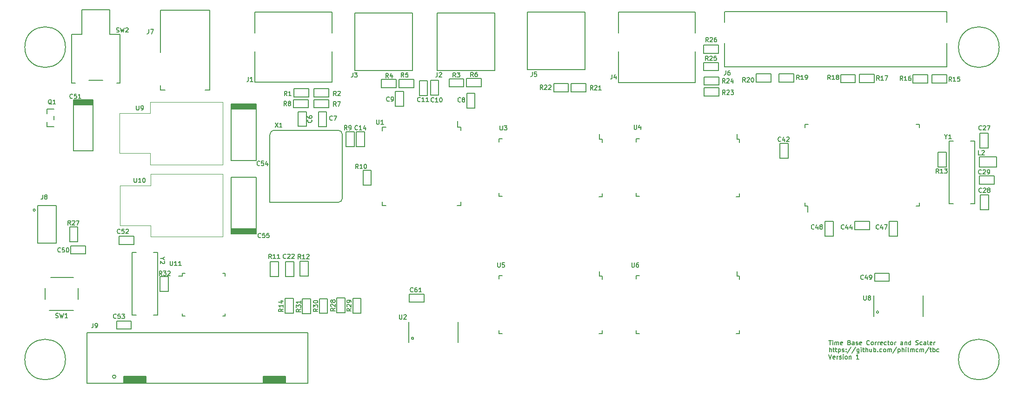
<source format=gto>
%TF.GenerationSoftware,KiCad,Pcbnew,8.0.0-8.0.0-1~ubuntu23.10.1*%
%TF.CreationDate,2024-02-25T10:57:16+11:00*%
%TF.ProjectId,tbc,7462632e-6b69-4636-9164-5f7063625858,rev?*%
%TF.SameCoordinates,Original*%
%TF.FileFunction,Legend,Top*%
%TF.FilePolarity,Positive*%
%FSLAX46Y46*%
G04 Gerber Fmt 4.6, Leading zero omitted, Abs format (unit mm)*
G04 Created by KiCad (PCBNEW 8.0.0-8.0.0-1~ubuntu23.10.1) date 2024-02-25 10:57:16*
%MOMM*%
%LPD*%
G01*
G04 APERTURE LIST*
%ADD10C,0.150000*%
%ADD11C,0.100000*%
%ADD12C,0.200000*%
G04 APERTURE END LIST*
D10*
X207424874Y-120618385D02*
X207882017Y-120618385D01*
X207653445Y-121418385D02*
X207653445Y-120618385D01*
X208148684Y-121418385D02*
X208148684Y-120885051D01*
X208148684Y-120618385D02*
X208110588Y-120656480D01*
X208110588Y-120656480D02*
X208148684Y-120694575D01*
X208148684Y-120694575D02*
X208186779Y-120656480D01*
X208186779Y-120656480D02*
X208148684Y-120618385D01*
X208148684Y-120618385D02*
X208148684Y-120694575D01*
X208529636Y-121418385D02*
X208529636Y-120885051D01*
X208529636Y-120961242D02*
X208567731Y-120923147D01*
X208567731Y-120923147D02*
X208643921Y-120885051D01*
X208643921Y-120885051D02*
X208758207Y-120885051D01*
X208758207Y-120885051D02*
X208834398Y-120923147D01*
X208834398Y-120923147D02*
X208872493Y-120999337D01*
X208872493Y-120999337D02*
X208872493Y-121418385D01*
X208872493Y-120999337D02*
X208910588Y-120923147D01*
X208910588Y-120923147D02*
X208986779Y-120885051D01*
X208986779Y-120885051D02*
X209101064Y-120885051D01*
X209101064Y-120885051D02*
X209177255Y-120923147D01*
X209177255Y-120923147D02*
X209215350Y-120999337D01*
X209215350Y-120999337D02*
X209215350Y-121418385D01*
X209901065Y-121380290D02*
X209824874Y-121418385D01*
X209824874Y-121418385D02*
X209672493Y-121418385D01*
X209672493Y-121418385D02*
X209596303Y-121380290D01*
X209596303Y-121380290D02*
X209558207Y-121304099D01*
X209558207Y-121304099D02*
X209558207Y-120999337D01*
X209558207Y-120999337D02*
X209596303Y-120923147D01*
X209596303Y-120923147D02*
X209672493Y-120885051D01*
X209672493Y-120885051D02*
X209824874Y-120885051D01*
X209824874Y-120885051D02*
X209901065Y-120923147D01*
X209901065Y-120923147D02*
X209939160Y-120999337D01*
X209939160Y-120999337D02*
X209939160Y-121075528D01*
X209939160Y-121075528D02*
X209558207Y-121151718D01*
X211158207Y-120999337D02*
X211272493Y-121037432D01*
X211272493Y-121037432D02*
X211310588Y-121075528D01*
X211310588Y-121075528D02*
X211348684Y-121151718D01*
X211348684Y-121151718D02*
X211348684Y-121266004D01*
X211348684Y-121266004D02*
X211310588Y-121342194D01*
X211310588Y-121342194D02*
X211272493Y-121380290D01*
X211272493Y-121380290D02*
X211196303Y-121418385D01*
X211196303Y-121418385D02*
X210891541Y-121418385D01*
X210891541Y-121418385D02*
X210891541Y-120618385D01*
X210891541Y-120618385D02*
X211158207Y-120618385D01*
X211158207Y-120618385D02*
X211234398Y-120656480D01*
X211234398Y-120656480D02*
X211272493Y-120694575D01*
X211272493Y-120694575D02*
X211310588Y-120770766D01*
X211310588Y-120770766D02*
X211310588Y-120846956D01*
X211310588Y-120846956D02*
X211272493Y-120923147D01*
X211272493Y-120923147D02*
X211234398Y-120961242D01*
X211234398Y-120961242D02*
X211158207Y-120999337D01*
X211158207Y-120999337D02*
X210891541Y-120999337D01*
X212034398Y-121418385D02*
X212034398Y-120999337D01*
X212034398Y-120999337D02*
X211996303Y-120923147D01*
X211996303Y-120923147D02*
X211920112Y-120885051D01*
X211920112Y-120885051D02*
X211767731Y-120885051D01*
X211767731Y-120885051D02*
X211691541Y-120923147D01*
X212034398Y-121380290D02*
X211958207Y-121418385D01*
X211958207Y-121418385D02*
X211767731Y-121418385D01*
X211767731Y-121418385D02*
X211691541Y-121380290D01*
X211691541Y-121380290D02*
X211653445Y-121304099D01*
X211653445Y-121304099D02*
X211653445Y-121227909D01*
X211653445Y-121227909D02*
X211691541Y-121151718D01*
X211691541Y-121151718D02*
X211767731Y-121113623D01*
X211767731Y-121113623D02*
X211958207Y-121113623D01*
X211958207Y-121113623D02*
X212034398Y-121075528D01*
X212377255Y-121380290D02*
X212453446Y-121418385D01*
X212453446Y-121418385D02*
X212605827Y-121418385D01*
X212605827Y-121418385D02*
X212682017Y-121380290D01*
X212682017Y-121380290D02*
X212720113Y-121304099D01*
X212720113Y-121304099D02*
X212720113Y-121266004D01*
X212720113Y-121266004D02*
X212682017Y-121189813D01*
X212682017Y-121189813D02*
X212605827Y-121151718D01*
X212605827Y-121151718D02*
X212491541Y-121151718D01*
X212491541Y-121151718D02*
X212415351Y-121113623D01*
X212415351Y-121113623D02*
X212377255Y-121037432D01*
X212377255Y-121037432D02*
X212377255Y-120999337D01*
X212377255Y-120999337D02*
X212415351Y-120923147D01*
X212415351Y-120923147D02*
X212491541Y-120885051D01*
X212491541Y-120885051D02*
X212605827Y-120885051D01*
X212605827Y-120885051D02*
X212682017Y-120923147D01*
X213367732Y-121380290D02*
X213291541Y-121418385D01*
X213291541Y-121418385D02*
X213139160Y-121418385D01*
X213139160Y-121418385D02*
X213062970Y-121380290D01*
X213062970Y-121380290D02*
X213024874Y-121304099D01*
X213024874Y-121304099D02*
X213024874Y-120999337D01*
X213024874Y-120999337D02*
X213062970Y-120923147D01*
X213062970Y-120923147D02*
X213139160Y-120885051D01*
X213139160Y-120885051D02*
X213291541Y-120885051D01*
X213291541Y-120885051D02*
X213367732Y-120923147D01*
X213367732Y-120923147D02*
X213405827Y-120999337D01*
X213405827Y-120999337D02*
X213405827Y-121075528D01*
X213405827Y-121075528D02*
X213024874Y-121151718D01*
X214815351Y-121342194D02*
X214777255Y-121380290D01*
X214777255Y-121380290D02*
X214662970Y-121418385D01*
X214662970Y-121418385D02*
X214586779Y-121418385D01*
X214586779Y-121418385D02*
X214472493Y-121380290D01*
X214472493Y-121380290D02*
X214396303Y-121304099D01*
X214396303Y-121304099D02*
X214358208Y-121227909D01*
X214358208Y-121227909D02*
X214320112Y-121075528D01*
X214320112Y-121075528D02*
X214320112Y-120961242D01*
X214320112Y-120961242D02*
X214358208Y-120808861D01*
X214358208Y-120808861D02*
X214396303Y-120732670D01*
X214396303Y-120732670D02*
X214472493Y-120656480D01*
X214472493Y-120656480D02*
X214586779Y-120618385D01*
X214586779Y-120618385D02*
X214662970Y-120618385D01*
X214662970Y-120618385D02*
X214777255Y-120656480D01*
X214777255Y-120656480D02*
X214815351Y-120694575D01*
X215272493Y-121418385D02*
X215196303Y-121380290D01*
X215196303Y-121380290D02*
X215158208Y-121342194D01*
X215158208Y-121342194D02*
X215120112Y-121266004D01*
X215120112Y-121266004D02*
X215120112Y-121037432D01*
X215120112Y-121037432D02*
X215158208Y-120961242D01*
X215158208Y-120961242D02*
X215196303Y-120923147D01*
X215196303Y-120923147D02*
X215272493Y-120885051D01*
X215272493Y-120885051D02*
X215386779Y-120885051D01*
X215386779Y-120885051D02*
X215462970Y-120923147D01*
X215462970Y-120923147D02*
X215501065Y-120961242D01*
X215501065Y-120961242D02*
X215539160Y-121037432D01*
X215539160Y-121037432D02*
X215539160Y-121266004D01*
X215539160Y-121266004D02*
X215501065Y-121342194D01*
X215501065Y-121342194D02*
X215462970Y-121380290D01*
X215462970Y-121380290D02*
X215386779Y-121418385D01*
X215386779Y-121418385D02*
X215272493Y-121418385D01*
X215882018Y-121418385D02*
X215882018Y-120885051D01*
X215882018Y-121037432D02*
X215920113Y-120961242D01*
X215920113Y-120961242D02*
X215958208Y-120923147D01*
X215958208Y-120923147D02*
X216034399Y-120885051D01*
X216034399Y-120885051D02*
X216110589Y-120885051D01*
X216377256Y-121418385D02*
X216377256Y-120885051D01*
X216377256Y-121037432D02*
X216415351Y-120961242D01*
X216415351Y-120961242D02*
X216453446Y-120923147D01*
X216453446Y-120923147D02*
X216529637Y-120885051D01*
X216529637Y-120885051D02*
X216605827Y-120885051D01*
X217177256Y-121380290D02*
X217101065Y-121418385D01*
X217101065Y-121418385D02*
X216948684Y-121418385D01*
X216948684Y-121418385D02*
X216872494Y-121380290D01*
X216872494Y-121380290D02*
X216834398Y-121304099D01*
X216834398Y-121304099D02*
X216834398Y-120999337D01*
X216834398Y-120999337D02*
X216872494Y-120923147D01*
X216872494Y-120923147D02*
X216948684Y-120885051D01*
X216948684Y-120885051D02*
X217101065Y-120885051D01*
X217101065Y-120885051D02*
X217177256Y-120923147D01*
X217177256Y-120923147D02*
X217215351Y-120999337D01*
X217215351Y-120999337D02*
X217215351Y-121075528D01*
X217215351Y-121075528D02*
X216834398Y-121151718D01*
X217901065Y-121380290D02*
X217824874Y-121418385D01*
X217824874Y-121418385D02*
X217672493Y-121418385D01*
X217672493Y-121418385D02*
X217596303Y-121380290D01*
X217596303Y-121380290D02*
X217558208Y-121342194D01*
X217558208Y-121342194D02*
X217520112Y-121266004D01*
X217520112Y-121266004D02*
X217520112Y-121037432D01*
X217520112Y-121037432D02*
X217558208Y-120961242D01*
X217558208Y-120961242D02*
X217596303Y-120923147D01*
X217596303Y-120923147D02*
X217672493Y-120885051D01*
X217672493Y-120885051D02*
X217824874Y-120885051D01*
X217824874Y-120885051D02*
X217901065Y-120923147D01*
X218129636Y-120885051D02*
X218434398Y-120885051D01*
X218243922Y-120618385D02*
X218243922Y-121304099D01*
X218243922Y-121304099D02*
X218282017Y-121380290D01*
X218282017Y-121380290D02*
X218358207Y-121418385D01*
X218358207Y-121418385D02*
X218434398Y-121418385D01*
X218815350Y-121418385D02*
X218739160Y-121380290D01*
X218739160Y-121380290D02*
X218701065Y-121342194D01*
X218701065Y-121342194D02*
X218662969Y-121266004D01*
X218662969Y-121266004D02*
X218662969Y-121037432D01*
X218662969Y-121037432D02*
X218701065Y-120961242D01*
X218701065Y-120961242D02*
X218739160Y-120923147D01*
X218739160Y-120923147D02*
X218815350Y-120885051D01*
X218815350Y-120885051D02*
X218929636Y-120885051D01*
X218929636Y-120885051D02*
X219005827Y-120923147D01*
X219005827Y-120923147D02*
X219043922Y-120961242D01*
X219043922Y-120961242D02*
X219082017Y-121037432D01*
X219082017Y-121037432D02*
X219082017Y-121266004D01*
X219082017Y-121266004D02*
X219043922Y-121342194D01*
X219043922Y-121342194D02*
X219005827Y-121380290D01*
X219005827Y-121380290D02*
X218929636Y-121418385D01*
X218929636Y-121418385D02*
X218815350Y-121418385D01*
X219424875Y-121418385D02*
X219424875Y-120885051D01*
X219424875Y-121037432D02*
X219462970Y-120961242D01*
X219462970Y-120961242D02*
X219501065Y-120923147D01*
X219501065Y-120923147D02*
X219577256Y-120885051D01*
X219577256Y-120885051D02*
X219653446Y-120885051D01*
X220872494Y-121418385D02*
X220872494Y-120999337D01*
X220872494Y-120999337D02*
X220834399Y-120923147D01*
X220834399Y-120923147D02*
X220758208Y-120885051D01*
X220758208Y-120885051D02*
X220605827Y-120885051D01*
X220605827Y-120885051D02*
X220529637Y-120923147D01*
X220872494Y-121380290D02*
X220796303Y-121418385D01*
X220796303Y-121418385D02*
X220605827Y-121418385D01*
X220605827Y-121418385D02*
X220529637Y-121380290D01*
X220529637Y-121380290D02*
X220491541Y-121304099D01*
X220491541Y-121304099D02*
X220491541Y-121227909D01*
X220491541Y-121227909D02*
X220529637Y-121151718D01*
X220529637Y-121151718D02*
X220605827Y-121113623D01*
X220605827Y-121113623D02*
X220796303Y-121113623D01*
X220796303Y-121113623D02*
X220872494Y-121075528D01*
X221253447Y-120885051D02*
X221253447Y-121418385D01*
X221253447Y-120961242D02*
X221291542Y-120923147D01*
X221291542Y-120923147D02*
X221367732Y-120885051D01*
X221367732Y-120885051D02*
X221482018Y-120885051D01*
X221482018Y-120885051D02*
X221558209Y-120923147D01*
X221558209Y-120923147D02*
X221596304Y-120999337D01*
X221596304Y-120999337D02*
X221596304Y-121418385D01*
X222320114Y-121418385D02*
X222320114Y-120618385D01*
X222320114Y-121380290D02*
X222243923Y-121418385D01*
X222243923Y-121418385D02*
X222091542Y-121418385D01*
X222091542Y-121418385D02*
X222015352Y-121380290D01*
X222015352Y-121380290D02*
X221977257Y-121342194D01*
X221977257Y-121342194D02*
X221939161Y-121266004D01*
X221939161Y-121266004D02*
X221939161Y-121037432D01*
X221939161Y-121037432D02*
X221977257Y-120961242D01*
X221977257Y-120961242D02*
X222015352Y-120923147D01*
X222015352Y-120923147D02*
X222091542Y-120885051D01*
X222091542Y-120885051D02*
X222243923Y-120885051D01*
X222243923Y-120885051D02*
X222320114Y-120923147D01*
X223272495Y-121380290D02*
X223386781Y-121418385D01*
X223386781Y-121418385D02*
X223577257Y-121418385D01*
X223577257Y-121418385D02*
X223653448Y-121380290D01*
X223653448Y-121380290D02*
X223691543Y-121342194D01*
X223691543Y-121342194D02*
X223729638Y-121266004D01*
X223729638Y-121266004D02*
X223729638Y-121189813D01*
X223729638Y-121189813D02*
X223691543Y-121113623D01*
X223691543Y-121113623D02*
X223653448Y-121075528D01*
X223653448Y-121075528D02*
X223577257Y-121037432D01*
X223577257Y-121037432D02*
X223424876Y-120999337D01*
X223424876Y-120999337D02*
X223348686Y-120961242D01*
X223348686Y-120961242D02*
X223310591Y-120923147D01*
X223310591Y-120923147D02*
X223272495Y-120846956D01*
X223272495Y-120846956D02*
X223272495Y-120770766D01*
X223272495Y-120770766D02*
X223310591Y-120694575D01*
X223310591Y-120694575D02*
X223348686Y-120656480D01*
X223348686Y-120656480D02*
X223424876Y-120618385D01*
X223424876Y-120618385D02*
X223615353Y-120618385D01*
X223615353Y-120618385D02*
X223729638Y-120656480D01*
X224415353Y-121380290D02*
X224339162Y-121418385D01*
X224339162Y-121418385D02*
X224186781Y-121418385D01*
X224186781Y-121418385D02*
X224110591Y-121380290D01*
X224110591Y-121380290D02*
X224072496Y-121342194D01*
X224072496Y-121342194D02*
X224034400Y-121266004D01*
X224034400Y-121266004D02*
X224034400Y-121037432D01*
X224034400Y-121037432D02*
X224072496Y-120961242D01*
X224072496Y-120961242D02*
X224110591Y-120923147D01*
X224110591Y-120923147D02*
X224186781Y-120885051D01*
X224186781Y-120885051D02*
X224339162Y-120885051D01*
X224339162Y-120885051D02*
X224415353Y-120923147D01*
X225101067Y-121418385D02*
X225101067Y-120999337D01*
X225101067Y-120999337D02*
X225062972Y-120923147D01*
X225062972Y-120923147D02*
X224986781Y-120885051D01*
X224986781Y-120885051D02*
X224834400Y-120885051D01*
X224834400Y-120885051D02*
X224758210Y-120923147D01*
X225101067Y-121380290D02*
X225024876Y-121418385D01*
X225024876Y-121418385D02*
X224834400Y-121418385D01*
X224834400Y-121418385D02*
X224758210Y-121380290D01*
X224758210Y-121380290D02*
X224720114Y-121304099D01*
X224720114Y-121304099D02*
X224720114Y-121227909D01*
X224720114Y-121227909D02*
X224758210Y-121151718D01*
X224758210Y-121151718D02*
X224834400Y-121113623D01*
X224834400Y-121113623D02*
X225024876Y-121113623D01*
X225024876Y-121113623D02*
X225101067Y-121075528D01*
X225596305Y-121418385D02*
X225520115Y-121380290D01*
X225520115Y-121380290D02*
X225482020Y-121304099D01*
X225482020Y-121304099D02*
X225482020Y-120618385D01*
X226205830Y-121380290D02*
X226129639Y-121418385D01*
X226129639Y-121418385D02*
X225977258Y-121418385D01*
X225977258Y-121418385D02*
X225901068Y-121380290D01*
X225901068Y-121380290D02*
X225862972Y-121304099D01*
X225862972Y-121304099D02*
X225862972Y-120999337D01*
X225862972Y-120999337D02*
X225901068Y-120923147D01*
X225901068Y-120923147D02*
X225977258Y-120885051D01*
X225977258Y-120885051D02*
X226129639Y-120885051D01*
X226129639Y-120885051D02*
X226205830Y-120923147D01*
X226205830Y-120923147D02*
X226243925Y-120999337D01*
X226243925Y-120999337D02*
X226243925Y-121075528D01*
X226243925Y-121075528D02*
X225862972Y-121151718D01*
X226586782Y-121418385D02*
X226586782Y-120885051D01*
X226586782Y-121037432D02*
X226624877Y-120961242D01*
X226624877Y-120961242D02*
X226662972Y-120923147D01*
X226662972Y-120923147D02*
X226739163Y-120885051D01*
X226739163Y-120885051D02*
X226815353Y-120885051D01*
X207539160Y-122706340D02*
X207539160Y-121906340D01*
X207882017Y-122706340D02*
X207882017Y-122287292D01*
X207882017Y-122287292D02*
X207843922Y-122211102D01*
X207843922Y-122211102D02*
X207767731Y-122173006D01*
X207767731Y-122173006D02*
X207653445Y-122173006D01*
X207653445Y-122173006D02*
X207577255Y-122211102D01*
X207577255Y-122211102D02*
X207539160Y-122249197D01*
X208148684Y-122173006D02*
X208453446Y-122173006D01*
X208262970Y-121906340D02*
X208262970Y-122592054D01*
X208262970Y-122592054D02*
X208301065Y-122668245D01*
X208301065Y-122668245D02*
X208377255Y-122706340D01*
X208377255Y-122706340D02*
X208453446Y-122706340D01*
X208605827Y-122173006D02*
X208910589Y-122173006D01*
X208720113Y-121906340D02*
X208720113Y-122592054D01*
X208720113Y-122592054D02*
X208758208Y-122668245D01*
X208758208Y-122668245D02*
X208834398Y-122706340D01*
X208834398Y-122706340D02*
X208910589Y-122706340D01*
X209177256Y-122173006D02*
X209177256Y-122973006D01*
X209177256Y-122211102D02*
X209253446Y-122173006D01*
X209253446Y-122173006D02*
X209405827Y-122173006D01*
X209405827Y-122173006D02*
X209482018Y-122211102D01*
X209482018Y-122211102D02*
X209520113Y-122249197D01*
X209520113Y-122249197D02*
X209558208Y-122325387D01*
X209558208Y-122325387D02*
X209558208Y-122553959D01*
X209558208Y-122553959D02*
X209520113Y-122630149D01*
X209520113Y-122630149D02*
X209482018Y-122668245D01*
X209482018Y-122668245D02*
X209405827Y-122706340D01*
X209405827Y-122706340D02*
X209253446Y-122706340D01*
X209253446Y-122706340D02*
X209177256Y-122668245D01*
X209862970Y-122668245D02*
X209939161Y-122706340D01*
X209939161Y-122706340D02*
X210091542Y-122706340D01*
X210091542Y-122706340D02*
X210167732Y-122668245D01*
X210167732Y-122668245D02*
X210205828Y-122592054D01*
X210205828Y-122592054D02*
X210205828Y-122553959D01*
X210205828Y-122553959D02*
X210167732Y-122477768D01*
X210167732Y-122477768D02*
X210091542Y-122439673D01*
X210091542Y-122439673D02*
X209977256Y-122439673D01*
X209977256Y-122439673D02*
X209901066Y-122401578D01*
X209901066Y-122401578D02*
X209862970Y-122325387D01*
X209862970Y-122325387D02*
X209862970Y-122287292D01*
X209862970Y-122287292D02*
X209901066Y-122211102D01*
X209901066Y-122211102D02*
X209977256Y-122173006D01*
X209977256Y-122173006D02*
X210091542Y-122173006D01*
X210091542Y-122173006D02*
X210167732Y-122211102D01*
X210548685Y-122630149D02*
X210586780Y-122668245D01*
X210586780Y-122668245D02*
X210548685Y-122706340D01*
X210548685Y-122706340D02*
X210510589Y-122668245D01*
X210510589Y-122668245D02*
X210548685Y-122630149D01*
X210548685Y-122630149D02*
X210548685Y-122706340D01*
X210548685Y-122211102D02*
X210586780Y-122249197D01*
X210586780Y-122249197D02*
X210548685Y-122287292D01*
X210548685Y-122287292D02*
X210510589Y-122249197D01*
X210510589Y-122249197D02*
X210548685Y-122211102D01*
X210548685Y-122211102D02*
X210548685Y-122287292D01*
X211501065Y-121868245D02*
X210815351Y-122896816D01*
X212339160Y-121868245D02*
X211653446Y-122896816D01*
X212948684Y-122173006D02*
X212948684Y-122820625D01*
X212948684Y-122820625D02*
X212910589Y-122896816D01*
X212910589Y-122896816D02*
X212872493Y-122934911D01*
X212872493Y-122934911D02*
X212796303Y-122973006D01*
X212796303Y-122973006D02*
X212682017Y-122973006D01*
X212682017Y-122973006D02*
X212605827Y-122934911D01*
X212948684Y-122668245D02*
X212872493Y-122706340D01*
X212872493Y-122706340D02*
X212720112Y-122706340D01*
X212720112Y-122706340D02*
X212643922Y-122668245D01*
X212643922Y-122668245D02*
X212605827Y-122630149D01*
X212605827Y-122630149D02*
X212567731Y-122553959D01*
X212567731Y-122553959D02*
X212567731Y-122325387D01*
X212567731Y-122325387D02*
X212605827Y-122249197D01*
X212605827Y-122249197D02*
X212643922Y-122211102D01*
X212643922Y-122211102D02*
X212720112Y-122173006D01*
X212720112Y-122173006D02*
X212872493Y-122173006D01*
X212872493Y-122173006D02*
X212948684Y-122211102D01*
X213329637Y-122706340D02*
X213329637Y-122173006D01*
X213329637Y-121906340D02*
X213291541Y-121944435D01*
X213291541Y-121944435D02*
X213329637Y-121982530D01*
X213329637Y-121982530D02*
X213367732Y-121944435D01*
X213367732Y-121944435D02*
X213329637Y-121906340D01*
X213329637Y-121906340D02*
X213329637Y-121982530D01*
X213596303Y-122173006D02*
X213901065Y-122173006D01*
X213710589Y-121906340D02*
X213710589Y-122592054D01*
X213710589Y-122592054D02*
X213748684Y-122668245D01*
X213748684Y-122668245D02*
X213824874Y-122706340D01*
X213824874Y-122706340D02*
X213901065Y-122706340D01*
X214167732Y-122706340D02*
X214167732Y-121906340D01*
X214510589Y-122706340D02*
X214510589Y-122287292D01*
X214510589Y-122287292D02*
X214472494Y-122211102D01*
X214472494Y-122211102D02*
X214396303Y-122173006D01*
X214396303Y-122173006D02*
X214282017Y-122173006D01*
X214282017Y-122173006D02*
X214205827Y-122211102D01*
X214205827Y-122211102D02*
X214167732Y-122249197D01*
X215234399Y-122173006D02*
X215234399Y-122706340D01*
X214891542Y-122173006D02*
X214891542Y-122592054D01*
X214891542Y-122592054D02*
X214929637Y-122668245D01*
X214929637Y-122668245D02*
X215005827Y-122706340D01*
X215005827Y-122706340D02*
X215120113Y-122706340D01*
X215120113Y-122706340D02*
X215196304Y-122668245D01*
X215196304Y-122668245D02*
X215234399Y-122630149D01*
X215615352Y-122706340D02*
X215615352Y-121906340D01*
X215615352Y-122211102D02*
X215691542Y-122173006D01*
X215691542Y-122173006D02*
X215843923Y-122173006D01*
X215843923Y-122173006D02*
X215920114Y-122211102D01*
X215920114Y-122211102D02*
X215958209Y-122249197D01*
X215958209Y-122249197D02*
X215996304Y-122325387D01*
X215996304Y-122325387D02*
X215996304Y-122553959D01*
X215996304Y-122553959D02*
X215958209Y-122630149D01*
X215958209Y-122630149D02*
X215920114Y-122668245D01*
X215920114Y-122668245D02*
X215843923Y-122706340D01*
X215843923Y-122706340D02*
X215691542Y-122706340D01*
X215691542Y-122706340D02*
X215615352Y-122668245D01*
X216339162Y-122630149D02*
X216377257Y-122668245D01*
X216377257Y-122668245D02*
X216339162Y-122706340D01*
X216339162Y-122706340D02*
X216301066Y-122668245D01*
X216301066Y-122668245D02*
X216339162Y-122630149D01*
X216339162Y-122630149D02*
X216339162Y-122706340D01*
X217062971Y-122668245D02*
X216986780Y-122706340D01*
X216986780Y-122706340D02*
X216834399Y-122706340D01*
X216834399Y-122706340D02*
X216758209Y-122668245D01*
X216758209Y-122668245D02*
X216720114Y-122630149D01*
X216720114Y-122630149D02*
X216682018Y-122553959D01*
X216682018Y-122553959D02*
X216682018Y-122325387D01*
X216682018Y-122325387D02*
X216720114Y-122249197D01*
X216720114Y-122249197D02*
X216758209Y-122211102D01*
X216758209Y-122211102D02*
X216834399Y-122173006D01*
X216834399Y-122173006D02*
X216986780Y-122173006D01*
X216986780Y-122173006D02*
X217062971Y-122211102D01*
X217520113Y-122706340D02*
X217443923Y-122668245D01*
X217443923Y-122668245D02*
X217405828Y-122630149D01*
X217405828Y-122630149D02*
X217367732Y-122553959D01*
X217367732Y-122553959D02*
X217367732Y-122325387D01*
X217367732Y-122325387D02*
X217405828Y-122249197D01*
X217405828Y-122249197D02*
X217443923Y-122211102D01*
X217443923Y-122211102D02*
X217520113Y-122173006D01*
X217520113Y-122173006D02*
X217634399Y-122173006D01*
X217634399Y-122173006D02*
X217710590Y-122211102D01*
X217710590Y-122211102D02*
X217748685Y-122249197D01*
X217748685Y-122249197D02*
X217786780Y-122325387D01*
X217786780Y-122325387D02*
X217786780Y-122553959D01*
X217786780Y-122553959D02*
X217748685Y-122630149D01*
X217748685Y-122630149D02*
X217710590Y-122668245D01*
X217710590Y-122668245D02*
X217634399Y-122706340D01*
X217634399Y-122706340D02*
X217520113Y-122706340D01*
X218129638Y-122706340D02*
X218129638Y-122173006D01*
X218129638Y-122249197D02*
X218167733Y-122211102D01*
X218167733Y-122211102D02*
X218243923Y-122173006D01*
X218243923Y-122173006D02*
X218358209Y-122173006D01*
X218358209Y-122173006D02*
X218434400Y-122211102D01*
X218434400Y-122211102D02*
X218472495Y-122287292D01*
X218472495Y-122287292D02*
X218472495Y-122706340D01*
X218472495Y-122287292D02*
X218510590Y-122211102D01*
X218510590Y-122211102D02*
X218586781Y-122173006D01*
X218586781Y-122173006D02*
X218701066Y-122173006D01*
X218701066Y-122173006D02*
X218777257Y-122211102D01*
X218777257Y-122211102D02*
X218815352Y-122287292D01*
X218815352Y-122287292D02*
X218815352Y-122706340D01*
X219767733Y-121868245D02*
X219082019Y-122896816D01*
X220034400Y-122173006D02*
X220034400Y-122973006D01*
X220034400Y-122211102D02*
X220110590Y-122173006D01*
X220110590Y-122173006D02*
X220262971Y-122173006D01*
X220262971Y-122173006D02*
X220339162Y-122211102D01*
X220339162Y-122211102D02*
X220377257Y-122249197D01*
X220377257Y-122249197D02*
X220415352Y-122325387D01*
X220415352Y-122325387D02*
X220415352Y-122553959D01*
X220415352Y-122553959D02*
X220377257Y-122630149D01*
X220377257Y-122630149D02*
X220339162Y-122668245D01*
X220339162Y-122668245D02*
X220262971Y-122706340D01*
X220262971Y-122706340D02*
X220110590Y-122706340D01*
X220110590Y-122706340D02*
X220034400Y-122668245D01*
X220758210Y-122706340D02*
X220758210Y-121906340D01*
X221101067Y-122706340D02*
X221101067Y-122287292D01*
X221101067Y-122287292D02*
X221062972Y-122211102D01*
X221062972Y-122211102D02*
X220986781Y-122173006D01*
X220986781Y-122173006D02*
X220872495Y-122173006D01*
X220872495Y-122173006D02*
X220796305Y-122211102D01*
X220796305Y-122211102D02*
X220758210Y-122249197D01*
X221482020Y-122706340D02*
X221482020Y-122173006D01*
X221482020Y-121906340D02*
X221443924Y-121944435D01*
X221443924Y-121944435D02*
X221482020Y-121982530D01*
X221482020Y-121982530D02*
X221520115Y-121944435D01*
X221520115Y-121944435D02*
X221482020Y-121906340D01*
X221482020Y-121906340D02*
X221482020Y-121982530D01*
X221977257Y-122706340D02*
X221901067Y-122668245D01*
X221901067Y-122668245D02*
X221862972Y-122592054D01*
X221862972Y-122592054D02*
X221862972Y-121906340D01*
X222282020Y-122706340D02*
X222282020Y-122173006D01*
X222282020Y-122249197D02*
X222320115Y-122211102D01*
X222320115Y-122211102D02*
X222396305Y-122173006D01*
X222396305Y-122173006D02*
X222510591Y-122173006D01*
X222510591Y-122173006D02*
X222586782Y-122211102D01*
X222586782Y-122211102D02*
X222624877Y-122287292D01*
X222624877Y-122287292D02*
X222624877Y-122706340D01*
X222624877Y-122287292D02*
X222662972Y-122211102D01*
X222662972Y-122211102D02*
X222739163Y-122173006D01*
X222739163Y-122173006D02*
X222853448Y-122173006D01*
X222853448Y-122173006D02*
X222929639Y-122211102D01*
X222929639Y-122211102D02*
X222967734Y-122287292D01*
X222967734Y-122287292D02*
X222967734Y-122706340D01*
X223691544Y-122668245D02*
X223615353Y-122706340D01*
X223615353Y-122706340D02*
X223462972Y-122706340D01*
X223462972Y-122706340D02*
X223386782Y-122668245D01*
X223386782Y-122668245D02*
X223348687Y-122630149D01*
X223348687Y-122630149D02*
X223310591Y-122553959D01*
X223310591Y-122553959D02*
X223310591Y-122325387D01*
X223310591Y-122325387D02*
X223348687Y-122249197D01*
X223348687Y-122249197D02*
X223386782Y-122211102D01*
X223386782Y-122211102D02*
X223462972Y-122173006D01*
X223462972Y-122173006D02*
X223615353Y-122173006D01*
X223615353Y-122173006D02*
X223691544Y-122211102D01*
X224034401Y-122706340D02*
X224034401Y-122173006D01*
X224034401Y-122249197D02*
X224072496Y-122211102D01*
X224072496Y-122211102D02*
X224148686Y-122173006D01*
X224148686Y-122173006D02*
X224262972Y-122173006D01*
X224262972Y-122173006D02*
X224339163Y-122211102D01*
X224339163Y-122211102D02*
X224377258Y-122287292D01*
X224377258Y-122287292D02*
X224377258Y-122706340D01*
X224377258Y-122287292D02*
X224415353Y-122211102D01*
X224415353Y-122211102D02*
X224491544Y-122173006D01*
X224491544Y-122173006D02*
X224605829Y-122173006D01*
X224605829Y-122173006D02*
X224682020Y-122211102D01*
X224682020Y-122211102D02*
X224720115Y-122287292D01*
X224720115Y-122287292D02*
X224720115Y-122706340D01*
X225672496Y-121868245D02*
X224986782Y-122896816D01*
X225824877Y-122173006D02*
X226129639Y-122173006D01*
X225939163Y-121906340D02*
X225939163Y-122592054D01*
X225939163Y-122592054D02*
X225977258Y-122668245D01*
X225977258Y-122668245D02*
X226053448Y-122706340D01*
X226053448Y-122706340D02*
X226129639Y-122706340D01*
X226396306Y-122706340D02*
X226396306Y-121906340D01*
X226396306Y-122211102D02*
X226472496Y-122173006D01*
X226472496Y-122173006D02*
X226624877Y-122173006D01*
X226624877Y-122173006D02*
X226701068Y-122211102D01*
X226701068Y-122211102D02*
X226739163Y-122249197D01*
X226739163Y-122249197D02*
X226777258Y-122325387D01*
X226777258Y-122325387D02*
X226777258Y-122553959D01*
X226777258Y-122553959D02*
X226739163Y-122630149D01*
X226739163Y-122630149D02*
X226701068Y-122668245D01*
X226701068Y-122668245D02*
X226624877Y-122706340D01*
X226624877Y-122706340D02*
X226472496Y-122706340D01*
X226472496Y-122706340D02*
X226396306Y-122668245D01*
X227462973Y-122668245D02*
X227386782Y-122706340D01*
X227386782Y-122706340D02*
X227234401Y-122706340D01*
X227234401Y-122706340D02*
X227158211Y-122668245D01*
X227158211Y-122668245D02*
X227120116Y-122630149D01*
X227120116Y-122630149D02*
X227082020Y-122553959D01*
X227082020Y-122553959D02*
X227082020Y-122325387D01*
X227082020Y-122325387D02*
X227120116Y-122249197D01*
X227120116Y-122249197D02*
X227158211Y-122211102D01*
X227158211Y-122211102D02*
X227234401Y-122173006D01*
X227234401Y-122173006D02*
X227386782Y-122173006D01*
X227386782Y-122173006D02*
X227462973Y-122211102D01*
X207424874Y-123194295D02*
X207691541Y-123994295D01*
X207691541Y-123994295D02*
X207958207Y-123194295D01*
X208529636Y-123956200D02*
X208453445Y-123994295D01*
X208453445Y-123994295D02*
X208301064Y-123994295D01*
X208301064Y-123994295D02*
X208224874Y-123956200D01*
X208224874Y-123956200D02*
X208186778Y-123880009D01*
X208186778Y-123880009D02*
X208186778Y-123575247D01*
X208186778Y-123575247D02*
X208224874Y-123499057D01*
X208224874Y-123499057D02*
X208301064Y-123460961D01*
X208301064Y-123460961D02*
X208453445Y-123460961D01*
X208453445Y-123460961D02*
X208529636Y-123499057D01*
X208529636Y-123499057D02*
X208567731Y-123575247D01*
X208567731Y-123575247D02*
X208567731Y-123651438D01*
X208567731Y-123651438D02*
X208186778Y-123727628D01*
X208910588Y-123994295D02*
X208910588Y-123460961D01*
X208910588Y-123613342D02*
X208948683Y-123537152D01*
X208948683Y-123537152D02*
X208986778Y-123499057D01*
X208986778Y-123499057D02*
X209062969Y-123460961D01*
X209062969Y-123460961D02*
X209139159Y-123460961D01*
X209367730Y-123956200D02*
X209443921Y-123994295D01*
X209443921Y-123994295D02*
X209596302Y-123994295D01*
X209596302Y-123994295D02*
X209672492Y-123956200D01*
X209672492Y-123956200D02*
X209710588Y-123880009D01*
X209710588Y-123880009D02*
X209710588Y-123841914D01*
X209710588Y-123841914D02*
X209672492Y-123765723D01*
X209672492Y-123765723D02*
X209596302Y-123727628D01*
X209596302Y-123727628D02*
X209482016Y-123727628D01*
X209482016Y-123727628D02*
X209405826Y-123689533D01*
X209405826Y-123689533D02*
X209367730Y-123613342D01*
X209367730Y-123613342D02*
X209367730Y-123575247D01*
X209367730Y-123575247D02*
X209405826Y-123499057D01*
X209405826Y-123499057D02*
X209482016Y-123460961D01*
X209482016Y-123460961D02*
X209596302Y-123460961D01*
X209596302Y-123460961D02*
X209672492Y-123499057D01*
X210053445Y-123994295D02*
X210053445Y-123460961D01*
X210053445Y-123194295D02*
X210015349Y-123232390D01*
X210015349Y-123232390D02*
X210053445Y-123270485D01*
X210053445Y-123270485D02*
X210091540Y-123232390D01*
X210091540Y-123232390D02*
X210053445Y-123194295D01*
X210053445Y-123194295D02*
X210053445Y-123270485D01*
X210548682Y-123994295D02*
X210472492Y-123956200D01*
X210472492Y-123956200D02*
X210434397Y-123918104D01*
X210434397Y-123918104D02*
X210396301Y-123841914D01*
X210396301Y-123841914D02*
X210396301Y-123613342D01*
X210396301Y-123613342D02*
X210434397Y-123537152D01*
X210434397Y-123537152D02*
X210472492Y-123499057D01*
X210472492Y-123499057D02*
X210548682Y-123460961D01*
X210548682Y-123460961D02*
X210662968Y-123460961D01*
X210662968Y-123460961D02*
X210739159Y-123499057D01*
X210739159Y-123499057D02*
X210777254Y-123537152D01*
X210777254Y-123537152D02*
X210815349Y-123613342D01*
X210815349Y-123613342D02*
X210815349Y-123841914D01*
X210815349Y-123841914D02*
X210777254Y-123918104D01*
X210777254Y-123918104D02*
X210739159Y-123956200D01*
X210739159Y-123956200D02*
X210662968Y-123994295D01*
X210662968Y-123994295D02*
X210548682Y-123994295D01*
X211158207Y-123460961D02*
X211158207Y-123994295D01*
X211158207Y-123537152D02*
X211196302Y-123499057D01*
X211196302Y-123499057D02*
X211272492Y-123460961D01*
X211272492Y-123460961D02*
X211386778Y-123460961D01*
X211386778Y-123460961D02*
X211462969Y-123499057D01*
X211462969Y-123499057D02*
X211501064Y-123575247D01*
X211501064Y-123575247D02*
X211501064Y-123994295D01*
X212910588Y-123994295D02*
X212453445Y-123994295D01*
X212682017Y-123994295D02*
X212682017Y-123194295D01*
X212682017Y-123194295D02*
X212605826Y-123308580D01*
X212605826Y-123308580D02*
X212529636Y-123384771D01*
X212529636Y-123384771D02*
X212453445Y-123422866D01*
X127396667Y-76906104D02*
X127358571Y-76944200D01*
X127358571Y-76944200D02*
X127244286Y-76982295D01*
X127244286Y-76982295D02*
X127168095Y-76982295D01*
X127168095Y-76982295D02*
X127053809Y-76944200D01*
X127053809Y-76944200D02*
X126977619Y-76868009D01*
X126977619Y-76868009D02*
X126939524Y-76791819D01*
X126939524Y-76791819D02*
X126901428Y-76639438D01*
X126901428Y-76639438D02*
X126901428Y-76525152D01*
X126901428Y-76525152D02*
X126939524Y-76372771D01*
X126939524Y-76372771D02*
X126977619Y-76296580D01*
X126977619Y-76296580D02*
X127053809Y-76220390D01*
X127053809Y-76220390D02*
X127168095Y-76182295D01*
X127168095Y-76182295D02*
X127244286Y-76182295D01*
X127244286Y-76182295D02*
X127358571Y-76220390D01*
X127358571Y-76220390D02*
X127396667Y-76258485D01*
X127777619Y-76982295D02*
X127930000Y-76982295D01*
X127930000Y-76982295D02*
X128006190Y-76944200D01*
X128006190Y-76944200D02*
X128044286Y-76906104D01*
X128044286Y-76906104D02*
X128120476Y-76791819D01*
X128120476Y-76791819D02*
X128158571Y-76639438D01*
X128158571Y-76639438D02*
X128158571Y-76334676D01*
X128158571Y-76334676D02*
X128120476Y-76258485D01*
X128120476Y-76258485D02*
X128082381Y-76220390D01*
X128082381Y-76220390D02*
X128006190Y-76182295D01*
X128006190Y-76182295D02*
X127853809Y-76182295D01*
X127853809Y-76182295D02*
X127777619Y-76220390D01*
X127777619Y-76220390D02*
X127739524Y-76258485D01*
X127739524Y-76258485D02*
X127701428Y-76334676D01*
X127701428Y-76334676D02*
X127701428Y-76525152D01*
X127701428Y-76525152D02*
X127739524Y-76601342D01*
X127739524Y-76601342D02*
X127777619Y-76639438D01*
X127777619Y-76639438D02*
X127853809Y-76677533D01*
X127853809Y-76677533D02*
X128006190Y-76677533D01*
X128006190Y-76677533D02*
X128082381Y-76639438D01*
X128082381Y-76639438D02*
X128120476Y-76601342D01*
X128120476Y-76601342D02*
X128158571Y-76525152D01*
X104010714Y-101786104D02*
X103972618Y-101824200D01*
X103972618Y-101824200D02*
X103858333Y-101862295D01*
X103858333Y-101862295D02*
X103782142Y-101862295D01*
X103782142Y-101862295D02*
X103667856Y-101824200D01*
X103667856Y-101824200D02*
X103591666Y-101748009D01*
X103591666Y-101748009D02*
X103553571Y-101671819D01*
X103553571Y-101671819D02*
X103515475Y-101519438D01*
X103515475Y-101519438D02*
X103515475Y-101405152D01*
X103515475Y-101405152D02*
X103553571Y-101252771D01*
X103553571Y-101252771D02*
X103591666Y-101176580D01*
X103591666Y-101176580D02*
X103667856Y-101100390D01*
X103667856Y-101100390D02*
X103782142Y-101062295D01*
X103782142Y-101062295D02*
X103858333Y-101062295D01*
X103858333Y-101062295D02*
X103972618Y-101100390D01*
X103972618Y-101100390D02*
X104010714Y-101138485D01*
X104734523Y-101062295D02*
X104353571Y-101062295D01*
X104353571Y-101062295D02*
X104315475Y-101443247D01*
X104315475Y-101443247D02*
X104353571Y-101405152D01*
X104353571Y-101405152D02*
X104429761Y-101367057D01*
X104429761Y-101367057D02*
X104620237Y-101367057D01*
X104620237Y-101367057D02*
X104696428Y-101405152D01*
X104696428Y-101405152D02*
X104734523Y-101443247D01*
X104734523Y-101443247D02*
X104772618Y-101519438D01*
X104772618Y-101519438D02*
X104772618Y-101709914D01*
X104772618Y-101709914D02*
X104734523Y-101786104D01*
X104734523Y-101786104D02*
X104696428Y-101824200D01*
X104696428Y-101824200D02*
X104620237Y-101862295D01*
X104620237Y-101862295D02*
X104429761Y-101862295D01*
X104429761Y-101862295D02*
X104353571Y-101824200D01*
X104353571Y-101824200D02*
X104315475Y-101786104D01*
X105496428Y-101062295D02*
X105115476Y-101062295D01*
X105115476Y-101062295D02*
X105077380Y-101443247D01*
X105077380Y-101443247D02*
X105115476Y-101405152D01*
X105115476Y-101405152D02*
X105191666Y-101367057D01*
X105191666Y-101367057D02*
X105382142Y-101367057D01*
X105382142Y-101367057D02*
X105458333Y-101405152D01*
X105458333Y-101405152D02*
X105496428Y-101443247D01*
X105496428Y-101443247D02*
X105534523Y-101519438D01*
X105534523Y-101519438D02*
X105534523Y-101709914D01*
X105534523Y-101709914D02*
X105496428Y-101786104D01*
X105496428Y-101786104D02*
X105458333Y-101824200D01*
X105458333Y-101824200D02*
X105382142Y-101862295D01*
X105382142Y-101862295D02*
X105191666Y-101862295D01*
X105191666Y-101862295D02*
X105115476Y-101824200D01*
X105115476Y-101824200D02*
X105077380Y-101786104D01*
X83620833Y-63852295D02*
X83620833Y-64423723D01*
X83620833Y-64423723D02*
X83582738Y-64538009D01*
X83582738Y-64538009D02*
X83506547Y-64614200D01*
X83506547Y-64614200D02*
X83392262Y-64652295D01*
X83392262Y-64652295D02*
X83316071Y-64652295D01*
X83925595Y-63852295D02*
X84458929Y-63852295D01*
X84458929Y-63852295D02*
X84116071Y-64652295D01*
X147565476Y-81437295D02*
X147565476Y-82084914D01*
X147565476Y-82084914D02*
X147603571Y-82161104D01*
X147603571Y-82161104D02*
X147641666Y-82199200D01*
X147641666Y-82199200D02*
X147717857Y-82237295D01*
X147717857Y-82237295D02*
X147870238Y-82237295D01*
X147870238Y-82237295D02*
X147946428Y-82199200D01*
X147946428Y-82199200D02*
X147984523Y-82161104D01*
X147984523Y-82161104D02*
X148022619Y-82084914D01*
X148022619Y-82084914D02*
X148022619Y-81437295D01*
X148327380Y-81437295D02*
X148822618Y-81437295D01*
X148822618Y-81437295D02*
X148555952Y-81742057D01*
X148555952Y-81742057D02*
X148670237Y-81742057D01*
X148670237Y-81742057D02*
X148746428Y-81780152D01*
X148746428Y-81780152D02*
X148784523Y-81818247D01*
X148784523Y-81818247D02*
X148822618Y-81894438D01*
X148822618Y-81894438D02*
X148822618Y-82084914D01*
X148822618Y-82084914D02*
X148784523Y-82161104D01*
X148784523Y-82161104D02*
X148746428Y-82199200D01*
X148746428Y-82199200D02*
X148670237Y-82237295D01*
X148670237Y-82237295D02*
X148441666Y-82237295D01*
X148441666Y-82237295D02*
X148365475Y-82199200D01*
X148365475Y-82199200D02*
X148327380Y-82161104D01*
X77685714Y-116536104D02*
X77647618Y-116574200D01*
X77647618Y-116574200D02*
X77533333Y-116612295D01*
X77533333Y-116612295D02*
X77457142Y-116612295D01*
X77457142Y-116612295D02*
X77342856Y-116574200D01*
X77342856Y-116574200D02*
X77266666Y-116498009D01*
X77266666Y-116498009D02*
X77228571Y-116421819D01*
X77228571Y-116421819D02*
X77190475Y-116269438D01*
X77190475Y-116269438D02*
X77190475Y-116155152D01*
X77190475Y-116155152D02*
X77228571Y-116002771D01*
X77228571Y-116002771D02*
X77266666Y-115926580D01*
X77266666Y-115926580D02*
X77342856Y-115850390D01*
X77342856Y-115850390D02*
X77457142Y-115812295D01*
X77457142Y-115812295D02*
X77533333Y-115812295D01*
X77533333Y-115812295D02*
X77647618Y-115850390D01*
X77647618Y-115850390D02*
X77685714Y-115888485D01*
X78409523Y-115812295D02*
X78028571Y-115812295D01*
X78028571Y-115812295D02*
X77990475Y-116193247D01*
X77990475Y-116193247D02*
X78028571Y-116155152D01*
X78028571Y-116155152D02*
X78104761Y-116117057D01*
X78104761Y-116117057D02*
X78295237Y-116117057D01*
X78295237Y-116117057D02*
X78371428Y-116155152D01*
X78371428Y-116155152D02*
X78409523Y-116193247D01*
X78409523Y-116193247D02*
X78447618Y-116269438D01*
X78447618Y-116269438D02*
X78447618Y-116459914D01*
X78447618Y-116459914D02*
X78409523Y-116536104D01*
X78409523Y-116536104D02*
X78371428Y-116574200D01*
X78371428Y-116574200D02*
X78295237Y-116612295D01*
X78295237Y-116612295D02*
X78104761Y-116612295D01*
X78104761Y-116612295D02*
X78028571Y-116574200D01*
X78028571Y-116574200D02*
X77990475Y-116536104D01*
X78714285Y-115812295D02*
X79209523Y-115812295D01*
X79209523Y-115812295D02*
X78942857Y-116117057D01*
X78942857Y-116117057D02*
X79057142Y-116117057D01*
X79057142Y-116117057D02*
X79133333Y-116155152D01*
X79133333Y-116155152D02*
X79171428Y-116193247D01*
X79171428Y-116193247D02*
X79209523Y-116269438D01*
X79209523Y-116269438D02*
X79209523Y-116459914D01*
X79209523Y-116459914D02*
X79171428Y-116536104D01*
X79171428Y-116536104D02*
X79133333Y-116574200D01*
X79133333Y-116574200D02*
X79057142Y-116612295D01*
X79057142Y-116612295D02*
X78828571Y-116612295D01*
X78828571Y-116612295D02*
X78752380Y-116574200D01*
X78752380Y-116574200D02*
X78714285Y-116536104D01*
X65923809Y-77538485D02*
X65847619Y-77500390D01*
X65847619Y-77500390D02*
X65771428Y-77424200D01*
X65771428Y-77424200D02*
X65657142Y-77309914D01*
X65657142Y-77309914D02*
X65580952Y-77271819D01*
X65580952Y-77271819D02*
X65504761Y-77271819D01*
X65542857Y-77462295D02*
X65466666Y-77424200D01*
X65466666Y-77424200D02*
X65390476Y-77348009D01*
X65390476Y-77348009D02*
X65352380Y-77195628D01*
X65352380Y-77195628D02*
X65352380Y-76928961D01*
X65352380Y-76928961D02*
X65390476Y-76776580D01*
X65390476Y-76776580D02*
X65466666Y-76700390D01*
X65466666Y-76700390D02*
X65542857Y-76662295D01*
X65542857Y-76662295D02*
X65695238Y-76662295D01*
X65695238Y-76662295D02*
X65771428Y-76700390D01*
X65771428Y-76700390D02*
X65847619Y-76776580D01*
X65847619Y-76776580D02*
X65885714Y-76928961D01*
X65885714Y-76928961D02*
X65885714Y-77195628D01*
X65885714Y-77195628D02*
X65847619Y-77348009D01*
X65847619Y-77348009D02*
X65771428Y-77424200D01*
X65771428Y-77424200D02*
X65695238Y-77462295D01*
X65695238Y-77462295D02*
X65542857Y-77462295D01*
X66647618Y-77462295D02*
X66190475Y-77462295D01*
X66419047Y-77462295D02*
X66419047Y-76662295D01*
X66419047Y-76662295D02*
X66342856Y-76776580D01*
X66342856Y-76776580D02*
X66266666Y-76852771D01*
X66266666Y-76852771D02*
X66190475Y-76890866D01*
X87509524Y-106162295D02*
X87509524Y-106809914D01*
X87509524Y-106809914D02*
X87547619Y-106886104D01*
X87547619Y-106886104D02*
X87585714Y-106924200D01*
X87585714Y-106924200D02*
X87661905Y-106962295D01*
X87661905Y-106962295D02*
X87814286Y-106962295D01*
X87814286Y-106962295D02*
X87890476Y-106924200D01*
X87890476Y-106924200D02*
X87928571Y-106886104D01*
X87928571Y-106886104D02*
X87966667Y-106809914D01*
X87966667Y-106809914D02*
X87966667Y-106162295D01*
X88766666Y-106962295D02*
X88309523Y-106962295D01*
X88538095Y-106962295D02*
X88538095Y-106162295D01*
X88538095Y-106162295D02*
X88461904Y-106276580D01*
X88461904Y-106276580D02*
X88385714Y-106352771D01*
X88385714Y-106352771D02*
X88309523Y-106390866D01*
X89528571Y-106962295D02*
X89071428Y-106962295D01*
X89300000Y-106962295D02*
X89300000Y-106162295D01*
X89300000Y-106162295D02*
X89223809Y-106276580D01*
X89223809Y-106276580D02*
X89147619Y-106352771D01*
X89147619Y-106352771D02*
X89071428Y-106390866D01*
X216610714Y-73137295D02*
X216344047Y-72756342D01*
X216153571Y-73137295D02*
X216153571Y-72337295D01*
X216153571Y-72337295D02*
X216458333Y-72337295D01*
X216458333Y-72337295D02*
X216534523Y-72375390D01*
X216534523Y-72375390D02*
X216572618Y-72413485D01*
X216572618Y-72413485D02*
X216610714Y-72489676D01*
X216610714Y-72489676D02*
X216610714Y-72603961D01*
X216610714Y-72603961D02*
X216572618Y-72680152D01*
X216572618Y-72680152D02*
X216534523Y-72718247D01*
X216534523Y-72718247D02*
X216458333Y-72756342D01*
X216458333Y-72756342D02*
X216153571Y-72756342D01*
X217372618Y-73137295D02*
X216915475Y-73137295D01*
X217144047Y-73137295D02*
X217144047Y-72337295D01*
X217144047Y-72337295D02*
X217067856Y-72451580D01*
X217067856Y-72451580D02*
X216991666Y-72527771D01*
X216991666Y-72527771D02*
X216915475Y-72565866D01*
X217639285Y-72337295D02*
X218172619Y-72337295D01*
X218172619Y-72337295D02*
X217829761Y-73137295D01*
X114372295Y-114849285D02*
X113991342Y-115115952D01*
X114372295Y-115306428D02*
X113572295Y-115306428D01*
X113572295Y-115306428D02*
X113572295Y-115001666D01*
X113572295Y-115001666D02*
X113610390Y-114925476D01*
X113610390Y-114925476D02*
X113648485Y-114887381D01*
X113648485Y-114887381D02*
X113724676Y-114849285D01*
X113724676Y-114849285D02*
X113838961Y-114849285D01*
X113838961Y-114849285D02*
X113915152Y-114887381D01*
X113915152Y-114887381D02*
X113953247Y-114925476D01*
X113953247Y-114925476D02*
X113991342Y-115001666D01*
X113991342Y-115001666D02*
X113991342Y-115306428D01*
X113572295Y-114582619D02*
X113572295Y-114087381D01*
X113572295Y-114087381D02*
X113877057Y-114354047D01*
X113877057Y-114354047D02*
X113877057Y-114239762D01*
X113877057Y-114239762D02*
X113915152Y-114163571D01*
X113915152Y-114163571D02*
X113953247Y-114125476D01*
X113953247Y-114125476D02*
X114029438Y-114087381D01*
X114029438Y-114087381D02*
X114219914Y-114087381D01*
X114219914Y-114087381D02*
X114296104Y-114125476D01*
X114296104Y-114125476D02*
X114334200Y-114163571D01*
X114334200Y-114163571D02*
X114372295Y-114239762D01*
X114372295Y-114239762D02*
X114372295Y-114468333D01*
X114372295Y-114468333D02*
X114334200Y-114544524D01*
X114334200Y-114544524D02*
X114296104Y-114582619D01*
X113572295Y-113592142D02*
X113572295Y-113515952D01*
X113572295Y-113515952D02*
X113610390Y-113439761D01*
X113610390Y-113439761D02*
X113648485Y-113401666D01*
X113648485Y-113401666D02*
X113724676Y-113363571D01*
X113724676Y-113363571D02*
X113877057Y-113325476D01*
X113877057Y-113325476D02*
X114067533Y-113325476D01*
X114067533Y-113325476D02*
X114219914Y-113363571D01*
X114219914Y-113363571D02*
X114296104Y-113401666D01*
X114296104Y-113401666D02*
X114334200Y-113439761D01*
X114334200Y-113439761D02*
X114372295Y-113515952D01*
X114372295Y-113515952D02*
X114372295Y-113592142D01*
X114372295Y-113592142D02*
X114334200Y-113668333D01*
X114334200Y-113668333D02*
X114296104Y-113706428D01*
X114296104Y-113706428D02*
X114219914Y-113744523D01*
X114219914Y-113744523D02*
X114067533Y-113782619D01*
X114067533Y-113782619D02*
X113877057Y-113782619D01*
X113877057Y-113782619D02*
X113724676Y-113744523D01*
X113724676Y-113744523D02*
X113648485Y-113706428D01*
X113648485Y-113706428D02*
X113610390Y-113668333D01*
X113610390Y-113668333D02*
X113572295Y-113592142D01*
X142696667Y-72492295D02*
X142430000Y-72111342D01*
X142239524Y-72492295D02*
X142239524Y-71692295D01*
X142239524Y-71692295D02*
X142544286Y-71692295D01*
X142544286Y-71692295D02*
X142620476Y-71730390D01*
X142620476Y-71730390D02*
X142658571Y-71768485D01*
X142658571Y-71768485D02*
X142696667Y-71844676D01*
X142696667Y-71844676D02*
X142696667Y-71958961D01*
X142696667Y-71958961D02*
X142658571Y-72035152D01*
X142658571Y-72035152D02*
X142620476Y-72073247D01*
X142620476Y-72073247D02*
X142544286Y-72111342D01*
X142544286Y-72111342D02*
X142239524Y-72111342D01*
X143382381Y-71692295D02*
X143230000Y-71692295D01*
X143230000Y-71692295D02*
X143153809Y-71730390D01*
X143153809Y-71730390D02*
X143115714Y-71768485D01*
X143115714Y-71768485D02*
X143039524Y-71882771D01*
X143039524Y-71882771D02*
X143001428Y-72035152D01*
X143001428Y-72035152D02*
X143001428Y-72339914D01*
X143001428Y-72339914D02*
X143039524Y-72416104D01*
X143039524Y-72416104D02*
X143077619Y-72454200D01*
X143077619Y-72454200D02*
X143153809Y-72492295D01*
X143153809Y-72492295D02*
X143306190Y-72492295D01*
X143306190Y-72492295D02*
X143382381Y-72454200D01*
X143382381Y-72454200D02*
X143420476Y-72416104D01*
X143420476Y-72416104D02*
X143458571Y-72339914D01*
X143458571Y-72339914D02*
X143458571Y-72149438D01*
X143458571Y-72149438D02*
X143420476Y-72073247D01*
X143420476Y-72073247D02*
X143382381Y-72035152D01*
X143382381Y-72035152D02*
X143306190Y-71997057D01*
X143306190Y-71997057D02*
X143153809Y-71997057D01*
X143153809Y-71997057D02*
X143077619Y-72035152D01*
X143077619Y-72035152D02*
X143039524Y-72073247D01*
X143039524Y-72073247D02*
X143001428Y-72149438D01*
X185495714Y-66142295D02*
X185229047Y-65761342D01*
X185038571Y-66142295D02*
X185038571Y-65342295D01*
X185038571Y-65342295D02*
X185343333Y-65342295D01*
X185343333Y-65342295D02*
X185419523Y-65380390D01*
X185419523Y-65380390D02*
X185457618Y-65418485D01*
X185457618Y-65418485D02*
X185495714Y-65494676D01*
X185495714Y-65494676D02*
X185495714Y-65608961D01*
X185495714Y-65608961D02*
X185457618Y-65685152D01*
X185457618Y-65685152D02*
X185419523Y-65723247D01*
X185419523Y-65723247D02*
X185343333Y-65761342D01*
X185343333Y-65761342D02*
X185038571Y-65761342D01*
X185800475Y-65418485D02*
X185838571Y-65380390D01*
X185838571Y-65380390D02*
X185914761Y-65342295D01*
X185914761Y-65342295D02*
X186105237Y-65342295D01*
X186105237Y-65342295D02*
X186181428Y-65380390D01*
X186181428Y-65380390D02*
X186219523Y-65418485D01*
X186219523Y-65418485D02*
X186257618Y-65494676D01*
X186257618Y-65494676D02*
X186257618Y-65570866D01*
X186257618Y-65570866D02*
X186219523Y-65685152D01*
X186219523Y-65685152D02*
X185762380Y-66142295D01*
X185762380Y-66142295D02*
X186257618Y-66142295D01*
X186943333Y-65342295D02*
X186790952Y-65342295D01*
X186790952Y-65342295D02*
X186714761Y-65380390D01*
X186714761Y-65380390D02*
X186676666Y-65418485D01*
X186676666Y-65418485D02*
X186600476Y-65532771D01*
X186600476Y-65532771D02*
X186562380Y-65685152D01*
X186562380Y-65685152D02*
X186562380Y-65989914D01*
X186562380Y-65989914D02*
X186600476Y-66066104D01*
X186600476Y-66066104D02*
X186638571Y-66104200D01*
X186638571Y-66104200D02*
X186714761Y-66142295D01*
X186714761Y-66142295D02*
X186867142Y-66142295D01*
X186867142Y-66142295D02*
X186943333Y-66104200D01*
X186943333Y-66104200D02*
X186981428Y-66066104D01*
X186981428Y-66066104D02*
X187019523Y-65989914D01*
X187019523Y-65989914D02*
X187019523Y-65799438D01*
X187019523Y-65799438D02*
X186981428Y-65723247D01*
X186981428Y-65723247D02*
X186943333Y-65685152D01*
X186943333Y-65685152D02*
X186867142Y-65647057D01*
X186867142Y-65647057D02*
X186714761Y-65647057D01*
X186714761Y-65647057D02*
X186638571Y-65685152D01*
X186638571Y-65685152D02*
X186600476Y-65723247D01*
X186600476Y-65723247D02*
X186562380Y-65799438D01*
X117537295Y-114739285D02*
X117156342Y-115005952D01*
X117537295Y-115196428D02*
X116737295Y-115196428D01*
X116737295Y-115196428D02*
X116737295Y-114891666D01*
X116737295Y-114891666D02*
X116775390Y-114815476D01*
X116775390Y-114815476D02*
X116813485Y-114777381D01*
X116813485Y-114777381D02*
X116889676Y-114739285D01*
X116889676Y-114739285D02*
X117003961Y-114739285D01*
X117003961Y-114739285D02*
X117080152Y-114777381D01*
X117080152Y-114777381D02*
X117118247Y-114815476D01*
X117118247Y-114815476D02*
X117156342Y-114891666D01*
X117156342Y-114891666D02*
X117156342Y-115196428D01*
X116813485Y-114434524D02*
X116775390Y-114396428D01*
X116775390Y-114396428D02*
X116737295Y-114320238D01*
X116737295Y-114320238D02*
X116737295Y-114129762D01*
X116737295Y-114129762D02*
X116775390Y-114053571D01*
X116775390Y-114053571D02*
X116813485Y-114015476D01*
X116813485Y-114015476D02*
X116889676Y-113977381D01*
X116889676Y-113977381D02*
X116965866Y-113977381D01*
X116965866Y-113977381D02*
X117080152Y-114015476D01*
X117080152Y-114015476D02*
X117537295Y-114472619D01*
X117537295Y-114472619D02*
X117537295Y-113977381D01*
X117080152Y-113520238D02*
X117042057Y-113596428D01*
X117042057Y-113596428D02*
X117003961Y-113634523D01*
X117003961Y-113634523D02*
X116927771Y-113672619D01*
X116927771Y-113672619D02*
X116889676Y-113672619D01*
X116889676Y-113672619D02*
X116813485Y-113634523D01*
X116813485Y-113634523D02*
X116775390Y-113596428D01*
X116775390Y-113596428D02*
X116737295Y-113520238D01*
X116737295Y-113520238D02*
X116737295Y-113367857D01*
X116737295Y-113367857D02*
X116775390Y-113291666D01*
X116775390Y-113291666D02*
X116813485Y-113253571D01*
X116813485Y-113253571D02*
X116889676Y-113215476D01*
X116889676Y-113215476D02*
X116927771Y-113215476D01*
X116927771Y-113215476D02*
X117003961Y-113253571D01*
X117003961Y-113253571D02*
X117042057Y-113291666D01*
X117042057Y-113291666D02*
X117080152Y-113367857D01*
X117080152Y-113367857D02*
X117080152Y-113520238D01*
X117080152Y-113520238D02*
X117118247Y-113596428D01*
X117118247Y-113596428D02*
X117156342Y-113634523D01*
X117156342Y-113634523D02*
X117232533Y-113672619D01*
X117232533Y-113672619D02*
X117384914Y-113672619D01*
X117384914Y-113672619D02*
X117461104Y-113634523D01*
X117461104Y-113634523D02*
X117499200Y-113596428D01*
X117499200Y-113596428D02*
X117537295Y-113520238D01*
X117537295Y-113520238D02*
X117537295Y-113367857D01*
X117537295Y-113367857D02*
X117499200Y-113291666D01*
X117499200Y-113291666D02*
X117461104Y-113253571D01*
X117461104Y-113253571D02*
X117384914Y-113215476D01*
X117384914Y-113215476D02*
X117232533Y-113215476D01*
X117232533Y-113215476D02*
X117156342Y-113253571D01*
X117156342Y-113253571D02*
X117118247Y-113291666D01*
X117118247Y-113291666D02*
X117080152Y-113367857D01*
X153443333Y-71657295D02*
X153443333Y-72228723D01*
X153443333Y-72228723D02*
X153405238Y-72343009D01*
X153405238Y-72343009D02*
X153329047Y-72419200D01*
X153329047Y-72419200D02*
X153214762Y-72457295D01*
X153214762Y-72457295D02*
X153138571Y-72457295D01*
X154205238Y-71657295D02*
X153824286Y-71657295D01*
X153824286Y-71657295D02*
X153786190Y-72038247D01*
X153786190Y-72038247D02*
X153824286Y-72000152D01*
X153824286Y-72000152D02*
X153900476Y-71962057D01*
X153900476Y-71962057D02*
X154090952Y-71962057D01*
X154090952Y-71962057D02*
X154167143Y-72000152D01*
X154167143Y-72000152D02*
X154205238Y-72038247D01*
X154205238Y-72038247D02*
X154243333Y-72114438D01*
X154243333Y-72114438D02*
X154243333Y-72304914D01*
X154243333Y-72304914D02*
X154205238Y-72381104D01*
X154205238Y-72381104D02*
X154167143Y-72419200D01*
X154167143Y-72419200D02*
X154090952Y-72457295D01*
X154090952Y-72457295D02*
X153900476Y-72457295D01*
X153900476Y-72457295D02*
X153824286Y-72419200D01*
X153824286Y-72419200D02*
X153786190Y-72381104D01*
X106627380Y-80912295D02*
X107160714Y-81712295D01*
X107160714Y-80912295D02*
X106627380Y-81712295D01*
X107884523Y-81712295D02*
X107427380Y-81712295D01*
X107655952Y-81712295D02*
X107655952Y-80912295D01*
X107655952Y-80912295D02*
X107579761Y-81026580D01*
X107579761Y-81026580D02*
X107503571Y-81102771D01*
X107503571Y-81102771D02*
X107427380Y-81140866D01*
X103810714Y-88636104D02*
X103772618Y-88674200D01*
X103772618Y-88674200D02*
X103658333Y-88712295D01*
X103658333Y-88712295D02*
X103582142Y-88712295D01*
X103582142Y-88712295D02*
X103467856Y-88674200D01*
X103467856Y-88674200D02*
X103391666Y-88598009D01*
X103391666Y-88598009D02*
X103353571Y-88521819D01*
X103353571Y-88521819D02*
X103315475Y-88369438D01*
X103315475Y-88369438D02*
X103315475Y-88255152D01*
X103315475Y-88255152D02*
X103353571Y-88102771D01*
X103353571Y-88102771D02*
X103391666Y-88026580D01*
X103391666Y-88026580D02*
X103467856Y-87950390D01*
X103467856Y-87950390D02*
X103582142Y-87912295D01*
X103582142Y-87912295D02*
X103658333Y-87912295D01*
X103658333Y-87912295D02*
X103772618Y-87950390D01*
X103772618Y-87950390D02*
X103810714Y-87988485D01*
X104534523Y-87912295D02*
X104153571Y-87912295D01*
X104153571Y-87912295D02*
X104115475Y-88293247D01*
X104115475Y-88293247D02*
X104153571Y-88255152D01*
X104153571Y-88255152D02*
X104229761Y-88217057D01*
X104229761Y-88217057D02*
X104420237Y-88217057D01*
X104420237Y-88217057D02*
X104496428Y-88255152D01*
X104496428Y-88255152D02*
X104534523Y-88293247D01*
X104534523Y-88293247D02*
X104572618Y-88369438D01*
X104572618Y-88369438D02*
X104572618Y-88559914D01*
X104572618Y-88559914D02*
X104534523Y-88636104D01*
X104534523Y-88636104D02*
X104496428Y-88674200D01*
X104496428Y-88674200D02*
X104420237Y-88712295D01*
X104420237Y-88712295D02*
X104229761Y-88712295D01*
X104229761Y-88712295D02*
X104153571Y-88674200D01*
X104153571Y-88674200D02*
X104115475Y-88636104D01*
X105258333Y-88178961D02*
X105258333Y-88712295D01*
X105067857Y-87874200D02*
X104877380Y-88445628D01*
X104877380Y-88445628D02*
X105372619Y-88445628D01*
X198685714Y-84236104D02*
X198647618Y-84274200D01*
X198647618Y-84274200D02*
X198533333Y-84312295D01*
X198533333Y-84312295D02*
X198457142Y-84312295D01*
X198457142Y-84312295D02*
X198342856Y-84274200D01*
X198342856Y-84274200D02*
X198266666Y-84198009D01*
X198266666Y-84198009D02*
X198228571Y-84121819D01*
X198228571Y-84121819D02*
X198190475Y-83969438D01*
X198190475Y-83969438D02*
X198190475Y-83855152D01*
X198190475Y-83855152D02*
X198228571Y-83702771D01*
X198228571Y-83702771D02*
X198266666Y-83626580D01*
X198266666Y-83626580D02*
X198342856Y-83550390D01*
X198342856Y-83550390D02*
X198457142Y-83512295D01*
X198457142Y-83512295D02*
X198533333Y-83512295D01*
X198533333Y-83512295D02*
X198647618Y-83550390D01*
X198647618Y-83550390D02*
X198685714Y-83588485D01*
X199371428Y-83778961D02*
X199371428Y-84312295D01*
X199180952Y-83474200D02*
X198990475Y-84045628D01*
X198990475Y-84045628D02*
X199485714Y-84045628D01*
X199752380Y-83588485D02*
X199790476Y-83550390D01*
X199790476Y-83550390D02*
X199866666Y-83512295D01*
X199866666Y-83512295D02*
X200057142Y-83512295D01*
X200057142Y-83512295D02*
X200133333Y-83550390D01*
X200133333Y-83550390D02*
X200171428Y-83588485D01*
X200171428Y-83588485D02*
X200209523Y-83664676D01*
X200209523Y-83664676D02*
X200209523Y-83740866D01*
X200209523Y-83740866D02*
X200171428Y-83855152D01*
X200171428Y-83855152D02*
X199714285Y-84312295D01*
X199714285Y-84312295D02*
X200209523Y-84312295D01*
X167973333Y-72097295D02*
X167973333Y-72668723D01*
X167973333Y-72668723D02*
X167935238Y-72783009D01*
X167935238Y-72783009D02*
X167859047Y-72859200D01*
X167859047Y-72859200D02*
X167744762Y-72897295D01*
X167744762Y-72897295D02*
X167668571Y-72897295D01*
X168697143Y-72363961D02*
X168697143Y-72897295D01*
X168506667Y-72059200D02*
X168316190Y-72630628D01*
X168316190Y-72630628D02*
X168811429Y-72630628D01*
X140386667Y-77036104D02*
X140348571Y-77074200D01*
X140348571Y-77074200D02*
X140234286Y-77112295D01*
X140234286Y-77112295D02*
X140158095Y-77112295D01*
X140158095Y-77112295D02*
X140043809Y-77074200D01*
X140043809Y-77074200D02*
X139967619Y-76998009D01*
X139967619Y-76998009D02*
X139929524Y-76921819D01*
X139929524Y-76921819D02*
X139891428Y-76769438D01*
X139891428Y-76769438D02*
X139891428Y-76655152D01*
X139891428Y-76655152D02*
X139929524Y-76502771D01*
X139929524Y-76502771D02*
X139967619Y-76426580D01*
X139967619Y-76426580D02*
X140043809Y-76350390D01*
X140043809Y-76350390D02*
X140158095Y-76312295D01*
X140158095Y-76312295D02*
X140234286Y-76312295D01*
X140234286Y-76312295D02*
X140348571Y-76350390D01*
X140348571Y-76350390D02*
X140386667Y-76388485D01*
X140843809Y-76655152D02*
X140767619Y-76617057D01*
X140767619Y-76617057D02*
X140729524Y-76578961D01*
X140729524Y-76578961D02*
X140691428Y-76502771D01*
X140691428Y-76502771D02*
X140691428Y-76464676D01*
X140691428Y-76464676D02*
X140729524Y-76388485D01*
X140729524Y-76388485D02*
X140767619Y-76350390D01*
X140767619Y-76350390D02*
X140843809Y-76312295D01*
X140843809Y-76312295D02*
X140996190Y-76312295D01*
X140996190Y-76312295D02*
X141072381Y-76350390D01*
X141072381Y-76350390D02*
X141110476Y-76388485D01*
X141110476Y-76388485D02*
X141148571Y-76464676D01*
X141148571Y-76464676D02*
X141148571Y-76502771D01*
X141148571Y-76502771D02*
X141110476Y-76578961D01*
X141110476Y-76578961D02*
X141072381Y-76617057D01*
X141072381Y-76617057D02*
X140996190Y-76655152D01*
X140996190Y-76655152D02*
X140843809Y-76655152D01*
X140843809Y-76655152D02*
X140767619Y-76693247D01*
X140767619Y-76693247D02*
X140729524Y-76731342D01*
X140729524Y-76731342D02*
X140691428Y-76807533D01*
X140691428Y-76807533D02*
X140691428Y-76959914D01*
X140691428Y-76959914D02*
X140729524Y-77036104D01*
X140729524Y-77036104D02*
X140767619Y-77074200D01*
X140767619Y-77074200D02*
X140843809Y-77112295D01*
X140843809Y-77112295D02*
X140996190Y-77112295D01*
X140996190Y-77112295D02*
X141072381Y-77074200D01*
X141072381Y-77074200D02*
X141110476Y-77036104D01*
X141110476Y-77036104D02*
X141148571Y-76959914D01*
X141148571Y-76959914D02*
X141148571Y-76807533D01*
X141148571Y-76807533D02*
X141110476Y-76731342D01*
X141110476Y-76731342D02*
X141072381Y-76693247D01*
X141072381Y-76693247D02*
X140996190Y-76655152D01*
X69385714Y-99562295D02*
X69119047Y-99181342D01*
X68928571Y-99562295D02*
X68928571Y-98762295D01*
X68928571Y-98762295D02*
X69233333Y-98762295D01*
X69233333Y-98762295D02*
X69309523Y-98800390D01*
X69309523Y-98800390D02*
X69347618Y-98838485D01*
X69347618Y-98838485D02*
X69385714Y-98914676D01*
X69385714Y-98914676D02*
X69385714Y-99028961D01*
X69385714Y-99028961D02*
X69347618Y-99105152D01*
X69347618Y-99105152D02*
X69309523Y-99143247D01*
X69309523Y-99143247D02*
X69233333Y-99181342D01*
X69233333Y-99181342D02*
X68928571Y-99181342D01*
X69690475Y-98838485D02*
X69728571Y-98800390D01*
X69728571Y-98800390D02*
X69804761Y-98762295D01*
X69804761Y-98762295D02*
X69995237Y-98762295D01*
X69995237Y-98762295D02*
X70071428Y-98800390D01*
X70071428Y-98800390D02*
X70109523Y-98838485D01*
X70109523Y-98838485D02*
X70147618Y-98914676D01*
X70147618Y-98914676D02*
X70147618Y-98990866D01*
X70147618Y-98990866D02*
X70109523Y-99105152D01*
X70109523Y-99105152D02*
X69652380Y-99562295D01*
X69652380Y-99562295D02*
X70147618Y-99562295D01*
X70414285Y-98762295D02*
X70947619Y-98762295D01*
X70947619Y-98762295D02*
X70604761Y-99562295D01*
X120773333Y-71782295D02*
X120773333Y-72353723D01*
X120773333Y-72353723D02*
X120735238Y-72468009D01*
X120735238Y-72468009D02*
X120659047Y-72544200D01*
X120659047Y-72544200D02*
X120544762Y-72582295D01*
X120544762Y-72582295D02*
X120468571Y-72582295D01*
X121078095Y-71782295D02*
X121573333Y-71782295D01*
X121573333Y-71782295D02*
X121306667Y-72087057D01*
X121306667Y-72087057D02*
X121420952Y-72087057D01*
X121420952Y-72087057D02*
X121497143Y-72125152D01*
X121497143Y-72125152D02*
X121535238Y-72163247D01*
X121535238Y-72163247D02*
X121573333Y-72239438D01*
X121573333Y-72239438D02*
X121573333Y-72429914D01*
X121573333Y-72429914D02*
X121535238Y-72506104D01*
X121535238Y-72506104D02*
X121497143Y-72544200D01*
X121497143Y-72544200D02*
X121420952Y-72582295D01*
X121420952Y-72582295D02*
X121192381Y-72582295D01*
X121192381Y-72582295D02*
X121116190Y-72544200D01*
X121116190Y-72544200D02*
X121078095Y-72506104D01*
X121635714Y-82126104D02*
X121597618Y-82164200D01*
X121597618Y-82164200D02*
X121483333Y-82202295D01*
X121483333Y-82202295D02*
X121407142Y-82202295D01*
X121407142Y-82202295D02*
X121292856Y-82164200D01*
X121292856Y-82164200D02*
X121216666Y-82088009D01*
X121216666Y-82088009D02*
X121178571Y-82011819D01*
X121178571Y-82011819D02*
X121140475Y-81859438D01*
X121140475Y-81859438D02*
X121140475Y-81745152D01*
X121140475Y-81745152D02*
X121178571Y-81592771D01*
X121178571Y-81592771D02*
X121216666Y-81516580D01*
X121216666Y-81516580D02*
X121292856Y-81440390D01*
X121292856Y-81440390D02*
X121407142Y-81402295D01*
X121407142Y-81402295D02*
X121483333Y-81402295D01*
X121483333Y-81402295D02*
X121597618Y-81440390D01*
X121597618Y-81440390D02*
X121635714Y-81478485D01*
X122397618Y-82202295D02*
X121940475Y-82202295D01*
X122169047Y-82202295D02*
X122169047Y-81402295D01*
X122169047Y-81402295D02*
X122092856Y-81516580D01*
X122092856Y-81516580D02*
X122016666Y-81592771D01*
X122016666Y-81592771D02*
X121940475Y-81630866D01*
X123083333Y-81668961D02*
X123083333Y-82202295D01*
X122892857Y-81364200D02*
X122702380Y-81935628D01*
X122702380Y-81935628D02*
X123197619Y-81935628D01*
X127246667Y-72692295D02*
X126980000Y-72311342D01*
X126789524Y-72692295D02*
X126789524Y-71892295D01*
X126789524Y-71892295D02*
X127094286Y-71892295D01*
X127094286Y-71892295D02*
X127170476Y-71930390D01*
X127170476Y-71930390D02*
X127208571Y-71968485D01*
X127208571Y-71968485D02*
X127246667Y-72044676D01*
X127246667Y-72044676D02*
X127246667Y-72158961D01*
X127246667Y-72158961D02*
X127208571Y-72235152D01*
X127208571Y-72235152D02*
X127170476Y-72273247D01*
X127170476Y-72273247D02*
X127094286Y-72311342D01*
X127094286Y-72311342D02*
X126789524Y-72311342D01*
X127932381Y-72158961D02*
X127932381Y-72692295D01*
X127741905Y-71854200D02*
X127551428Y-72425628D01*
X127551428Y-72425628D02*
X128046667Y-72425628D01*
X204735714Y-100236104D02*
X204697618Y-100274200D01*
X204697618Y-100274200D02*
X204583333Y-100312295D01*
X204583333Y-100312295D02*
X204507142Y-100312295D01*
X204507142Y-100312295D02*
X204392856Y-100274200D01*
X204392856Y-100274200D02*
X204316666Y-100198009D01*
X204316666Y-100198009D02*
X204278571Y-100121819D01*
X204278571Y-100121819D02*
X204240475Y-99969438D01*
X204240475Y-99969438D02*
X204240475Y-99855152D01*
X204240475Y-99855152D02*
X204278571Y-99702771D01*
X204278571Y-99702771D02*
X204316666Y-99626580D01*
X204316666Y-99626580D02*
X204392856Y-99550390D01*
X204392856Y-99550390D02*
X204507142Y-99512295D01*
X204507142Y-99512295D02*
X204583333Y-99512295D01*
X204583333Y-99512295D02*
X204697618Y-99550390D01*
X204697618Y-99550390D02*
X204735714Y-99588485D01*
X205421428Y-99778961D02*
X205421428Y-100312295D01*
X205230952Y-99474200D02*
X205040475Y-100045628D01*
X205040475Y-100045628D02*
X205535714Y-100045628D01*
X205954761Y-99855152D02*
X205878571Y-99817057D01*
X205878571Y-99817057D02*
X205840476Y-99778961D01*
X205840476Y-99778961D02*
X205802380Y-99702771D01*
X205802380Y-99702771D02*
X205802380Y-99664676D01*
X205802380Y-99664676D02*
X205840476Y-99588485D01*
X205840476Y-99588485D02*
X205878571Y-99550390D01*
X205878571Y-99550390D02*
X205954761Y-99512295D01*
X205954761Y-99512295D02*
X206107142Y-99512295D01*
X206107142Y-99512295D02*
X206183333Y-99550390D01*
X206183333Y-99550390D02*
X206221428Y-99588485D01*
X206221428Y-99588485D02*
X206259523Y-99664676D01*
X206259523Y-99664676D02*
X206259523Y-99702771D01*
X206259523Y-99702771D02*
X206221428Y-99778961D01*
X206221428Y-99778961D02*
X206183333Y-99817057D01*
X206183333Y-99817057D02*
X206107142Y-99855152D01*
X206107142Y-99855152D02*
X205954761Y-99855152D01*
X205954761Y-99855152D02*
X205878571Y-99893247D01*
X205878571Y-99893247D02*
X205840476Y-99931342D01*
X205840476Y-99931342D02*
X205802380Y-100007533D01*
X205802380Y-100007533D02*
X205802380Y-100159914D01*
X205802380Y-100159914D02*
X205840476Y-100236104D01*
X205840476Y-100236104D02*
X205878571Y-100274200D01*
X205878571Y-100274200D02*
X205954761Y-100312295D01*
X205954761Y-100312295D02*
X206107142Y-100312295D01*
X206107142Y-100312295D02*
X206183333Y-100274200D01*
X206183333Y-100274200D02*
X206221428Y-100236104D01*
X206221428Y-100236104D02*
X206259523Y-100159914D01*
X206259523Y-100159914D02*
X206259523Y-100007533D01*
X206259523Y-100007533D02*
X206221428Y-99931342D01*
X206221428Y-99931342D02*
X206183333Y-99893247D01*
X206183333Y-99893247D02*
X206107142Y-99855152D01*
X113236104Y-80353332D02*
X113274200Y-80391428D01*
X113274200Y-80391428D02*
X113312295Y-80505713D01*
X113312295Y-80505713D02*
X113312295Y-80581904D01*
X113312295Y-80581904D02*
X113274200Y-80696190D01*
X113274200Y-80696190D02*
X113198009Y-80772380D01*
X113198009Y-80772380D02*
X113121819Y-80810475D01*
X113121819Y-80810475D02*
X112969438Y-80848571D01*
X112969438Y-80848571D02*
X112855152Y-80848571D01*
X112855152Y-80848571D02*
X112702771Y-80810475D01*
X112702771Y-80810475D02*
X112626580Y-80772380D01*
X112626580Y-80772380D02*
X112550390Y-80696190D01*
X112550390Y-80696190D02*
X112512295Y-80581904D01*
X112512295Y-80581904D02*
X112512295Y-80505713D01*
X112512295Y-80505713D02*
X112550390Y-80391428D01*
X112550390Y-80391428D02*
X112588485Y-80353332D01*
X112512295Y-79667618D02*
X112512295Y-79819999D01*
X112512295Y-79819999D02*
X112550390Y-79896190D01*
X112550390Y-79896190D02*
X112588485Y-79934285D01*
X112588485Y-79934285D02*
X112702771Y-80010475D01*
X112702771Y-80010475D02*
X112855152Y-80048571D01*
X112855152Y-80048571D02*
X113159914Y-80048571D01*
X113159914Y-80048571D02*
X113236104Y-80010475D01*
X113236104Y-80010475D02*
X113274200Y-79972380D01*
X113274200Y-79972380D02*
X113312295Y-79896190D01*
X113312295Y-79896190D02*
X113312295Y-79743809D01*
X113312295Y-79743809D02*
X113274200Y-79667618D01*
X113274200Y-79667618D02*
X113236104Y-79629523D01*
X113236104Y-79629523D02*
X113159914Y-79591428D01*
X113159914Y-79591428D02*
X112969438Y-79591428D01*
X112969438Y-79591428D02*
X112893247Y-79629523D01*
X112893247Y-79629523D02*
X112855152Y-79667618D01*
X112855152Y-79667618D02*
X112817057Y-79743809D01*
X112817057Y-79743809D02*
X112817057Y-79896190D01*
X112817057Y-79896190D02*
X112855152Y-79972380D01*
X112855152Y-79972380D02*
X112893247Y-80010475D01*
X112893247Y-80010475D02*
X112969438Y-80048571D01*
X125090476Y-80362295D02*
X125090476Y-81009914D01*
X125090476Y-81009914D02*
X125128571Y-81086104D01*
X125128571Y-81086104D02*
X125166666Y-81124200D01*
X125166666Y-81124200D02*
X125242857Y-81162295D01*
X125242857Y-81162295D02*
X125395238Y-81162295D01*
X125395238Y-81162295D02*
X125471428Y-81124200D01*
X125471428Y-81124200D02*
X125509523Y-81086104D01*
X125509523Y-81086104D02*
X125547619Y-81009914D01*
X125547619Y-81009914D02*
X125547619Y-80362295D01*
X126347618Y-81162295D02*
X125890475Y-81162295D01*
X126119047Y-81162295D02*
X126119047Y-80362295D01*
X126119047Y-80362295D02*
X126042856Y-80476580D01*
X126042856Y-80476580D02*
X125966666Y-80552771D01*
X125966666Y-80552771D02*
X125890475Y-80590866D01*
X101783333Y-72567295D02*
X101783333Y-73138723D01*
X101783333Y-73138723D02*
X101745238Y-73253009D01*
X101745238Y-73253009D02*
X101669047Y-73329200D01*
X101669047Y-73329200D02*
X101554762Y-73367295D01*
X101554762Y-73367295D02*
X101478571Y-73367295D01*
X102583333Y-73367295D02*
X102126190Y-73367295D01*
X102354762Y-73367295D02*
X102354762Y-72567295D01*
X102354762Y-72567295D02*
X102278571Y-72681580D01*
X102278571Y-72681580D02*
X102202381Y-72757771D01*
X102202381Y-72757771D02*
X102126190Y-72795866D01*
X228769048Y-83431342D02*
X228769048Y-83812295D01*
X228502381Y-83012295D02*
X228769048Y-83431342D01*
X228769048Y-83431342D02*
X229035714Y-83012295D01*
X229721428Y-83812295D02*
X229264285Y-83812295D01*
X229492857Y-83812295D02*
X229492857Y-83012295D01*
X229492857Y-83012295D02*
X229416666Y-83126580D01*
X229416666Y-83126580D02*
X229340476Y-83202771D01*
X229340476Y-83202771D02*
X229264285Y-83240866D01*
X220885714Y-73187295D02*
X220619047Y-72806342D01*
X220428571Y-73187295D02*
X220428571Y-72387295D01*
X220428571Y-72387295D02*
X220733333Y-72387295D01*
X220733333Y-72387295D02*
X220809523Y-72425390D01*
X220809523Y-72425390D02*
X220847618Y-72463485D01*
X220847618Y-72463485D02*
X220885714Y-72539676D01*
X220885714Y-72539676D02*
X220885714Y-72653961D01*
X220885714Y-72653961D02*
X220847618Y-72730152D01*
X220847618Y-72730152D02*
X220809523Y-72768247D01*
X220809523Y-72768247D02*
X220733333Y-72806342D01*
X220733333Y-72806342D02*
X220428571Y-72806342D01*
X221647618Y-73187295D02*
X221190475Y-73187295D01*
X221419047Y-73187295D02*
X221419047Y-72387295D01*
X221419047Y-72387295D02*
X221342856Y-72501580D01*
X221342856Y-72501580D02*
X221266666Y-72577771D01*
X221266666Y-72577771D02*
X221190475Y-72615866D01*
X222333333Y-72387295D02*
X222180952Y-72387295D01*
X222180952Y-72387295D02*
X222104761Y-72425390D01*
X222104761Y-72425390D02*
X222066666Y-72463485D01*
X222066666Y-72463485D02*
X221990476Y-72577771D01*
X221990476Y-72577771D02*
X221952380Y-72730152D01*
X221952380Y-72730152D02*
X221952380Y-73034914D01*
X221952380Y-73034914D02*
X221990476Y-73111104D01*
X221990476Y-73111104D02*
X222028571Y-73149200D01*
X222028571Y-73149200D02*
X222104761Y-73187295D01*
X222104761Y-73187295D02*
X222257142Y-73187295D01*
X222257142Y-73187295D02*
X222333333Y-73149200D01*
X222333333Y-73149200D02*
X222371428Y-73111104D01*
X222371428Y-73111104D02*
X222409523Y-73034914D01*
X222409523Y-73034914D02*
X222409523Y-72844438D01*
X222409523Y-72844438D02*
X222371428Y-72768247D01*
X222371428Y-72768247D02*
X222333333Y-72730152D01*
X222333333Y-72730152D02*
X222257142Y-72692057D01*
X222257142Y-72692057D02*
X222104761Y-72692057D01*
X222104761Y-72692057D02*
X222028571Y-72730152D01*
X222028571Y-72730152D02*
X221990476Y-72768247D01*
X221990476Y-72768247D02*
X221952380Y-72844438D01*
X235066666Y-86762295D02*
X234685714Y-86762295D01*
X234685714Y-86762295D02*
X234685714Y-85962295D01*
X235295237Y-86038485D02*
X235333333Y-86000390D01*
X235333333Y-86000390D02*
X235409523Y-85962295D01*
X235409523Y-85962295D02*
X235599999Y-85962295D01*
X235599999Y-85962295D02*
X235676190Y-86000390D01*
X235676190Y-86000390D02*
X235714285Y-86038485D01*
X235714285Y-86038485D02*
X235752380Y-86114676D01*
X235752380Y-86114676D02*
X235752380Y-86190866D01*
X235752380Y-86190866D02*
X235714285Y-86305152D01*
X235714285Y-86305152D02*
X235257142Y-86762295D01*
X235257142Y-86762295D02*
X235752380Y-86762295D01*
X86118657Y-105669048D02*
X85737704Y-105669048D01*
X86537704Y-105402381D02*
X86118657Y-105669048D01*
X86118657Y-105669048D02*
X86537704Y-105935714D01*
X86461514Y-106164285D02*
X86499609Y-106202381D01*
X86499609Y-106202381D02*
X86537704Y-106278571D01*
X86537704Y-106278571D02*
X86537704Y-106469047D01*
X86537704Y-106469047D02*
X86499609Y-106545238D01*
X86499609Y-106545238D02*
X86461514Y-106583333D01*
X86461514Y-106583333D02*
X86385323Y-106621428D01*
X86385323Y-106621428D02*
X86309133Y-106621428D01*
X86309133Y-106621428D02*
X86194847Y-106583333D01*
X86194847Y-106583333D02*
X85737704Y-106126190D01*
X85737704Y-106126190D02*
X85737704Y-106621428D01*
X121755714Y-89242295D02*
X121489047Y-88861342D01*
X121298571Y-89242295D02*
X121298571Y-88442295D01*
X121298571Y-88442295D02*
X121603333Y-88442295D01*
X121603333Y-88442295D02*
X121679523Y-88480390D01*
X121679523Y-88480390D02*
X121717618Y-88518485D01*
X121717618Y-88518485D02*
X121755714Y-88594676D01*
X121755714Y-88594676D02*
X121755714Y-88708961D01*
X121755714Y-88708961D02*
X121717618Y-88785152D01*
X121717618Y-88785152D02*
X121679523Y-88823247D01*
X121679523Y-88823247D02*
X121603333Y-88861342D01*
X121603333Y-88861342D02*
X121298571Y-88861342D01*
X122517618Y-89242295D02*
X122060475Y-89242295D01*
X122289047Y-89242295D02*
X122289047Y-88442295D01*
X122289047Y-88442295D02*
X122212856Y-88556580D01*
X122212856Y-88556580D02*
X122136666Y-88632771D01*
X122136666Y-88632771D02*
X122060475Y-88670866D01*
X123012857Y-88442295D02*
X123089047Y-88442295D01*
X123089047Y-88442295D02*
X123165238Y-88480390D01*
X123165238Y-88480390D02*
X123203333Y-88518485D01*
X123203333Y-88518485D02*
X123241428Y-88594676D01*
X123241428Y-88594676D02*
X123279523Y-88747057D01*
X123279523Y-88747057D02*
X123279523Y-88937533D01*
X123279523Y-88937533D02*
X123241428Y-89089914D01*
X123241428Y-89089914D02*
X123203333Y-89166104D01*
X123203333Y-89166104D02*
X123165238Y-89204200D01*
X123165238Y-89204200D02*
X123089047Y-89242295D01*
X123089047Y-89242295D02*
X123012857Y-89242295D01*
X123012857Y-89242295D02*
X122936666Y-89204200D01*
X122936666Y-89204200D02*
X122898571Y-89166104D01*
X122898571Y-89166104D02*
X122860476Y-89089914D01*
X122860476Y-89089914D02*
X122822380Y-88937533D01*
X122822380Y-88937533D02*
X122822380Y-88747057D01*
X122822380Y-88747057D02*
X122860476Y-88594676D01*
X122860476Y-88594676D02*
X122898571Y-88518485D01*
X122898571Y-88518485D02*
X122936666Y-88480390D01*
X122936666Y-88480390D02*
X123012857Y-88442295D01*
X131735714Y-111711104D02*
X131697618Y-111749200D01*
X131697618Y-111749200D02*
X131583333Y-111787295D01*
X131583333Y-111787295D02*
X131507142Y-111787295D01*
X131507142Y-111787295D02*
X131392856Y-111749200D01*
X131392856Y-111749200D02*
X131316666Y-111673009D01*
X131316666Y-111673009D02*
X131278571Y-111596819D01*
X131278571Y-111596819D02*
X131240475Y-111444438D01*
X131240475Y-111444438D02*
X131240475Y-111330152D01*
X131240475Y-111330152D02*
X131278571Y-111177771D01*
X131278571Y-111177771D02*
X131316666Y-111101580D01*
X131316666Y-111101580D02*
X131392856Y-111025390D01*
X131392856Y-111025390D02*
X131507142Y-110987295D01*
X131507142Y-110987295D02*
X131583333Y-110987295D01*
X131583333Y-110987295D02*
X131697618Y-111025390D01*
X131697618Y-111025390D02*
X131735714Y-111063485D01*
X132421428Y-110987295D02*
X132269047Y-110987295D01*
X132269047Y-110987295D02*
X132192856Y-111025390D01*
X132192856Y-111025390D02*
X132154761Y-111063485D01*
X132154761Y-111063485D02*
X132078571Y-111177771D01*
X132078571Y-111177771D02*
X132040475Y-111330152D01*
X132040475Y-111330152D02*
X132040475Y-111634914D01*
X132040475Y-111634914D02*
X132078571Y-111711104D01*
X132078571Y-111711104D02*
X132116666Y-111749200D01*
X132116666Y-111749200D02*
X132192856Y-111787295D01*
X132192856Y-111787295D02*
X132345237Y-111787295D01*
X132345237Y-111787295D02*
X132421428Y-111749200D01*
X132421428Y-111749200D02*
X132459523Y-111711104D01*
X132459523Y-111711104D02*
X132497618Y-111634914D01*
X132497618Y-111634914D02*
X132497618Y-111444438D01*
X132497618Y-111444438D02*
X132459523Y-111368247D01*
X132459523Y-111368247D02*
X132421428Y-111330152D01*
X132421428Y-111330152D02*
X132345237Y-111292057D01*
X132345237Y-111292057D02*
X132192856Y-111292057D01*
X132192856Y-111292057D02*
X132116666Y-111330152D01*
X132116666Y-111330152D02*
X132078571Y-111368247D01*
X132078571Y-111368247D02*
X132040475Y-111444438D01*
X133259523Y-111787295D02*
X132802380Y-111787295D01*
X133030952Y-111787295D02*
X133030952Y-110987295D01*
X133030952Y-110987295D02*
X132954761Y-111101580D01*
X132954761Y-111101580D02*
X132878571Y-111177771D01*
X132878571Y-111177771D02*
X132802380Y-111215866D01*
X69735714Y-76386104D02*
X69697618Y-76424200D01*
X69697618Y-76424200D02*
X69583333Y-76462295D01*
X69583333Y-76462295D02*
X69507142Y-76462295D01*
X69507142Y-76462295D02*
X69392856Y-76424200D01*
X69392856Y-76424200D02*
X69316666Y-76348009D01*
X69316666Y-76348009D02*
X69278571Y-76271819D01*
X69278571Y-76271819D02*
X69240475Y-76119438D01*
X69240475Y-76119438D02*
X69240475Y-76005152D01*
X69240475Y-76005152D02*
X69278571Y-75852771D01*
X69278571Y-75852771D02*
X69316666Y-75776580D01*
X69316666Y-75776580D02*
X69392856Y-75700390D01*
X69392856Y-75700390D02*
X69507142Y-75662295D01*
X69507142Y-75662295D02*
X69583333Y-75662295D01*
X69583333Y-75662295D02*
X69697618Y-75700390D01*
X69697618Y-75700390D02*
X69735714Y-75738485D01*
X70459523Y-75662295D02*
X70078571Y-75662295D01*
X70078571Y-75662295D02*
X70040475Y-76043247D01*
X70040475Y-76043247D02*
X70078571Y-76005152D01*
X70078571Y-76005152D02*
X70154761Y-75967057D01*
X70154761Y-75967057D02*
X70345237Y-75967057D01*
X70345237Y-75967057D02*
X70421428Y-76005152D01*
X70421428Y-76005152D02*
X70459523Y-76043247D01*
X70459523Y-76043247D02*
X70497618Y-76119438D01*
X70497618Y-76119438D02*
X70497618Y-76309914D01*
X70497618Y-76309914D02*
X70459523Y-76386104D01*
X70459523Y-76386104D02*
X70421428Y-76424200D01*
X70421428Y-76424200D02*
X70345237Y-76462295D01*
X70345237Y-76462295D02*
X70154761Y-76462295D01*
X70154761Y-76462295D02*
X70078571Y-76424200D01*
X70078571Y-76424200D02*
X70040475Y-76386104D01*
X71259523Y-76462295D02*
X70802380Y-76462295D01*
X71030952Y-76462295D02*
X71030952Y-75662295D01*
X71030952Y-75662295D02*
X70954761Y-75776580D01*
X70954761Y-75776580D02*
X70878571Y-75852771D01*
X70878571Y-75852771D02*
X70802380Y-75890866D01*
X119706667Y-82202295D02*
X119440000Y-81821342D01*
X119249524Y-82202295D02*
X119249524Y-81402295D01*
X119249524Y-81402295D02*
X119554286Y-81402295D01*
X119554286Y-81402295D02*
X119630476Y-81440390D01*
X119630476Y-81440390D02*
X119668571Y-81478485D01*
X119668571Y-81478485D02*
X119706667Y-81554676D01*
X119706667Y-81554676D02*
X119706667Y-81668961D01*
X119706667Y-81668961D02*
X119668571Y-81745152D01*
X119668571Y-81745152D02*
X119630476Y-81783247D01*
X119630476Y-81783247D02*
X119554286Y-81821342D01*
X119554286Y-81821342D02*
X119249524Y-81821342D01*
X120087619Y-82202295D02*
X120240000Y-82202295D01*
X120240000Y-82202295D02*
X120316190Y-82164200D01*
X120316190Y-82164200D02*
X120354286Y-82126104D01*
X120354286Y-82126104D02*
X120430476Y-82011819D01*
X120430476Y-82011819D02*
X120468571Y-81859438D01*
X120468571Y-81859438D02*
X120468571Y-81554676D01*
X120468571Y-81554676D02*
X120430476Y-81478485D01*
X120430476Y-81478485D02*
X120392381Y-81440390D01*
X120392381Y-81440390D02*
X120316190Y-81402295D01*
X120316190Y-81402295D02*
X120163809Y-81402295D01*
X120163809Y-81402295D02*
X120087619Y-81440390D01*
X120087619Y-81440390D02*
X120049524Y-81478485D01*
X120049524Y-81478485D02*
X120011428Y-81554676D01*
X120011428Y-81554676D02*
X120011428Y-81745152D01*
X120011428Y-81745152D02*
X120049524Y-81821342D01*
X120049524Y-81821342D02*
X120087619Y-81859438D01*
X120087619Y-81859438D02*
X120163809Y-81897533D01*
X120163809Y-81897533D02*
X120316190Y-81897533D01*
X120316190Y-81897533D02*
X120392381Y-81859438D01*
X120392381Y-81859438D02*
X120430476Y-81821342D01*
X120430476Y-81821342D02*
X120468571Y-81745152D01*
X108575714Y-105586104D02*
X108537618Y-105624200D01*
X108537618Y-105624200D02*
X108423333Y-105662295D01*
X108423333Y-105662295D02*
X108347142Y-105662295D01*
X108347142Y-105662295D02*
X108232856Y-105624200D01*
X108232856Y-105624200D02*
X108156666Y-105548009D01*
X108156666Y-105548009D02*
X108118571Y-105471819D01*
X108118571Y-105471819D02*
X108080475Y-105319438D01*
X108080475Y-105319438D02*
X108080475Y-105205152D01*
X108080475Y-105205152D02*
X108118571Y-105052771D01*
X108118571Y-105052771D02*
X108156666Y-104976580D01*
X108156666Y-104976580D02*
X108232856Y-104900390D01*
X108232856Y-104900390D02*
X108347142Y-104862295D01*
X108347142Y-104862295D02*
X108423333Y-104862295D01*
X108423333Y-104862295D02*
X108537618Y-104900390D01*
X108537618Y-104900390D02*
X108575714Y-104938485D01*
X108880475Y-104938485D02*
X108918571Y-104900390D01*
X108918571Y-104900390D02*
X108994761Y-104862295D01*
X108994761Y-104862295D02*
X109185237Y-104862295D01*
X109185237Y-104862295D02*
X109261428Y-104900390D01*
X109261428Y-104900390D02*
X109299523Y-104938485D01*
X109299523Y-104938485D02*
X109337618Y-105014676D01*
X109337618Y-105014676D02*
X109337618Y-105090866D01*
X109337618Y-105090866D02*
X109299523Y-105205152D01*
X109299523Y-105205152D02*
X108842380Y-105662295D01*
X108842380Y-105662295D02*
X109337618Y-105662295D01*
X109642380Y-104938485D02*
X109680476Y-104900390D01*
X109680476Y-104900390D02*
X109756666Y-104862295D01*
X109756666Y-104862295D02*
X109947142Y-104862295D01*
X109947142Y-104862295D02*
X110023333Y-104900390D01*
X110023333Y-104900390D02*
X110061428Y-104938485D01*
X110061428Y-104938485D02*
X110099523Y-105014676D01*
X110099523Y-105014676D02*
X110099523Y-105090866D01*
X110099523Y-105090866D02*
X110061428Y-105205152D01*
X110061428Y-105205152D02*
X109604285Y-105662295D01*
X109604285Y-105662295D02*
X110099523Y-105662295D01*
X78385714Y-101036104D02*
X78347618Y-101074200D01*
X78347618Y-101074200D02*
X78233333Y-101112295D01*
X78233333Y-101112295D02*
X78157142Y-101112295D01*
X78157142Y-101112295D02*
X78042856Y-101074200D01*
X78042856Y-101074200D02*
X77966666Y-100998009D01*
X77966666Y-100998009D02*
X77928571Y-100921819D01*
X77928571Y-100921819D02*
X77890475Y-100769438D01*
X77890475Y-100769438D02*
X77890475Y-100655152D01*
X77890475Y-100655152D02*
X77928571Y-100502771D01*
X77928571Y-100502771D02*
X77966666Y-100426580D01*
X77966666Y-100426580D02*
X78042856Y-100350390D01*
X78042856Y-100350390D02*
X78157142Y-100312295D01*
X78157142Y-100312295D02*
X78233333Y-100312295D01*
X78233333Y-100312295D02*
X78347618Y-100350390D01*
X78347618Y-100350390D02*
X78385714Y-100388485D01*
X79109523Y-100312295D02*
X78728571Y-100312295D01*
X78728571Y-100312295D02*
X78690475Y-100693247D01*
X78690475Y-100693247D02*
X78728571Y-100655152D01*
X78728571Y-100655152D02*
X78804761Y-100617057D01*
X78804761Y-100617057D02*
X78995237Y-100617057D01*
X78995237Y-100617057D02*
X79071428Y-100655152D01*
X79071428Y-100655152D02*
X79109523Y-100693247D01*
X79109523Y-100693247D02*
X79147618Y-100769438D01*
X79147618Y-100769438D02*
X79147618Y-100959914D01*
X79147618Y-100959914D02*
X79109523Y-101036104D01*
X79109523Y-101036104D02*
X79071428Y-101074200D01*
X79071428Y-101074200D02*
X78995237Y-101112295D01*
X78995237Y-101112295D02*
X78804761Y-101112295D01*
X78804761Y-101112295D02*
X78728571Y-101074200D01*
X78728571Y-101074200D02*
X78690475Y-101036104D01*
X79452380Y-100388485D02*
X79490476Y-100350390D01*
X79490476Y-100350390D02*
X79566666Y-100312295D01*
X79566666Y-100312295D02*
X79757142Y-100312295D01*
X79757142Y-100312295D02*
X79833333Y-100350390D01*
X79833333Y-100350390D02*
X79871428Y-100388485D01*
X79871428Y-100388485D02*
X79909523Y-100464676D01*
X79909523Y-100464676D02*
X79909523Y-100540866D01*
X79909523Y-100540866D02*
X79871428Y-100655152D01*
X79871428Y-100655152D02*
X79414285Y-101112295D01*
X79414285Y-101112295D02*
X79909523Y-101112295D01*
X108696667Y-77762295D02*
X108430000Y-77381342D01*
X108239524Y-77762295D02*
X108239524Y-76962295D01*
X108239524Y-76962295D02*
X108544286Y-76962295D01*
X108544286Y-76962295D02*
X108620476Y-77000390D01*
X108620476Y-77000390D02*
X108658571Y-77038485D01*
X108658571Y-77038485D02*
X108696667Y-77114676D01*
X108696667Y-77114676D02*
X108696667Y-77228961D01*
X108696667Y-77228961D02*
X108658571Y-77305152D01*
X108658571Y-77305152D02*
X108620476Y-77343247D01*
X108620476Y-77343247D02*
X108544286Y-77381342D01*
X108544286Y-77381342D02*
X108239524Y-77381342D01*
X109153809Y-77305152D02*
X109077619Y-77267057D01*
X109077619Y-77267057D02*
X109039524Y-77228961D01*
X109039524Y-77228961D02*
X109001428Y-77152771D01*
X109001428Y-77152771D02*
X109001428Y-77114676D01*
X109001428Y-77114676D02*
X109039524Y-77038485D01*
X109039524Y-77038485D02*
X109077619Y-77000390D01*
X109077619Y-77000390D02*
X109153809Y-76962295D01*
X109153809Y-76962295D02*
X109306190Y-76962295D01*
X109306190Y-76962295D02*
X109382381Y-77000390D01*
X109382381Y-77000390D02*
X109420476Y-77038485D01*
X109420476Y-77038485D02*
X109458571Y-77114676D01*
X109458571Y-77114676D02*
X109458571Y-77152771D01*
X109458571Y-77152771D02*
X109420476Y-77228961D01*
X109420476Y-77228961D02*
X109382381Y-77267057D01*
X109382381Y-77267057D02*
X109306190Y-77305152D01*
X109306190Y-77305152D02*
X109153809Y-77305152D01*
X109153809Y-77305152D02*
X109077619Y-77343247D01*
X109077619Y-77343247D02*
X109039524Y-77381342D01*
X109039524Y-77381342D02*
X109001428Y-77457533D01*
X109001428Y-77457533D02*
X109001428Y-77609914D01*
X109001428Y-77609914D02*
X109039524Y-77686104D01*
X109039524Y-77686104D02*
X109077619Y-77724200D01*
X109077619Y-77724200D02*
X109153809Y-77762295D01*
X109153809Y-77762295D02*
X109306190Y-77762295D01*
X109306190Y-77762295D02*
X109382381Y-77724200D01*
X109382381Y-77724200D02*
X109420476Y-77686104D01*
X109420476Y-77686104D02*
X109458571Y-77609914D01*
X109458571Y-77609914D02*
X109458571Y-77457533D01*
X109458571Y-77457533D02*
X109420476Y-77381342D01*
X109420476Y-77381342D02*
X109382381Y-77343247D01*
X109382381Y-77343247D02*
X109306190Y-77305152D01*
X207710714Y-72987295D02*
X207444047Y-72606342D01*
X207253571Y-72987295D02*
X207253571Y-72187295D01*
X207253571Y-72187295D02*
X207558333Y-72187295D01*
X207558333Y-72187295D02*
X207634523Y-72225390D01*
X207634523Y-72225390D02*
X207672618Y-72263485D01*
X207672618Y-72263485D02*
X207710714Y-72339676D01*
X207710714Y-72339676D02*
X207710714Y-72453961D01*
X207710714Y-72453961D02*
X207672618Y-72530152D01*
X207672618Y-72530152D02*
X207634523Y-72568247D01*
X207634523Y-72568247D02*
X207558333Y-72606342D01*
X207558333Y-72606342D02*
X207253571Y-72606342D01*
X208472618Y-72987295D02*
X208015475Y-72987295D01*
X208244047Y-72987295D02*
X208244047Y-72187295D01*
X208244047Y-72187295D02*
X208167856Y-72301580D01*
X208167856Y-72301580D02*
X208091666Y-72377771D01*
X208091666Y-72377771D02*
X208015475Y-72415866D01*
X208929761Y-72530152D02*
X208853571Y-72492057D01*
X208853571Y-72492057D02*
X208815476Y-72453961D01*
X208815476Y-72453961D02*
X208777380Y-72377771D01*
X208777380Y-72377771D02*
X208777380Y-72339676D01*
X208777380Y-72339676D02*
X208815476Y-72263485D01*
X208815476Y-72263485D02*
X208853571Y-72225390D01*
X208853571Y-72225390D02*
X208929761Y-72187295D01*
X208929761Y-72187295D02*
X209082142Y-72187295D01*
X209082142Y-72187295D02*
X209158333Y-72225390D01*
X209158333Y-72225390D02*
X209196428Y-72263485D01*
X209196428Y-72263485D02*
X209234523Y-72339676D01*
X209234523Y-72339676D02*
X209234523Y-72377771D01*
X209234523Y-72377771D02*
X209196428Y-72453961D01*
X209196428Y-72453961D02*
X209158333Y-72492057D01*
X209158333Y-72492057D02*
X209082142Y-72530152D01*
X209082142Y-72530152D02*
X208929761Y-72530152D01*
X208929761Y-72530152D02*
X208853571Y-72568247D01*
X208853571Y-72568247D02*
X208815476Y-72606342D01*
X208815476Y-72606342D02*
X208777380Y-72682533D01*
X208777380Y-72682533D02*
X208777380Y-72834914D01*
X208777380Y-72834914D02*
X208815476Y-72911104D01*
X208815476Y-72911104D02*
X208853571Y-72949200D01*
X208853571Y-72949200D02*
X208929761Y-72987295D01*
X208929761Y-72987295D02*
X209082142Y-72987295D01*
X209082142Y-72987295D02*
X209158333Y-72949200D01*
X209158333Y-72949200D02*
X209196428Y-72911104D01*
X209196428Y-72911104D02*
X209234523Y-72834914D01*
X209234523Y-72834914D02*
X209234523Y-72682533D01*
X209234523Y-72682533D02*
X209196428Y-72606342D01*
X209196428Y-72606342D02*
X209158333Y-72568247D01*
X209158333Y-72568247D02*
X209082142Y-72530152D01*
X66666267Y-116429512D02*
X66782381Y-116468216D01*
X66782381Y-116468216D02*
X66975905Y-116468216D01*
X66975905Y-116468216D02*
X67053314Y-116429512D01*
X67053314Y-116429512D02*
X67092019Y-116390807D01*
X67092019Y-116390807D02*
X67130724Y-116313397D01*
X67130724Y-116313397D02*
X67130724Y-116235988D01*
X67130724Y-116235988D02*
X67092019Y-116158578D01*
X67092019Y-116158578D02*
X67053314Y-116119873D01*
X67053314Y-116119873D02*
X66975905Y-116081169D01*
X66975905Y-116081169D02*
X66821086Y-116042464D01*
X66821086Y-116042464D02*
X66743676Y-116003759D01*
X66743676Y-116003759D02*
X66704971Y-115965054D01*
X66704971Y-115965054D02*
X66666267Y-115887645D01*
X66666267Y-115887645D02*
X66666267Y-115810235D01*
X66666267Y-115810235D02*
X66704971Y-115732826D01*
X66704971Y-115732826D02*
X66743676Y-115694121D01*
X66743676Y-115694121D02*
X66821086Y-115655416D01*
X66821086Y-115655416D02*
X67014609Y-115655416D01*
X67014609Y-115655416D02*
X67130724Y-115694121D01*
X67401657Y-115655416D02*
X67595181Y-116468216D01*
X67595181Y-116468216D02*
X67750000Y-115887645D01*
X67750000Y-115887645D02*
X67904819Y-116468216D01*
X67904819Y-116468216D02*
X68098343Y-115655416D01*
X68833733Y-116468216D02*
X68369276Y-116468216D01*
X68601504Y-116468216D02*
X68601504Y-115655416D01*
X68601504Y-115655416D02*
X68524095Y-115771531D01*
X68524095Y-115771531D02*
X68446685Y-115848940D01*
X68446685Y-115848940D02*
X68369276Y-115887645D01*
X80959524Y-90987295D02*
X80959524Y-91634914D01*
X80959524Y-91634914D02*
X80997619Y-91711104D01*
X80997619Y-91711104D02*
X81035714Y-91749200D01*
X81035714Y-91749200D02*
X81111905Y-91787295D01*
X81111905Y-91787295D02*
X81264286Y-91787295D01*
X81264286Y-91787295D02*
X81340476Y-91749200D01*
X81340476Y-91749200D02*
X81378571Y-91711104D01*
X81378571Y-91711104D02*
X81416667Y-91634914D01*
X81416667Y-91634914D02*
X81416667Y-90987295D01*
X82216666Y-91787295D02*
X81759523Y-91787295D01*
X81988095Y-91787295D02*
X81988095Y-90987295D01*
X81988095Y-90987295D02*
X81911904Y-91101580D01*
X81911904Y-91101580D02*
X81835714Y-91177771D01*
X81835714Y-91177771D02*
X81759523Y-91215866D01*
X82711905Y-90987295D02*
X82788095Y-90987295D01*
X82788095Y-90987295D02*
X82864286Y-91025390D01*
X82864286Y-91025390D02*
X82902381Y-91063485D01*
X82902381Y-91063485D02*
X82940476Y-91139676D01*
X82940476Y-91139676D02*
X82978571Y-91292057D01*
X82978571Y-91292057D02*
X82978571Y-91482533D01*
X82978571Y-91482533D02*
X82940476Y-91634914D01*
X82940476Y-91634914D02*
X82902381Y-91711104D01*
X82902381Y-91711104D02*
X82864286Y-91749200D01*
X82864286Y-91749200D02*
X82788095Y-91787295D01*
X82788095Y-91787295D02*
X82711905Y-91787295D01*
X82711905Y-91787295D02*
X82635714Y-91749200D01*
X82635714Y-91749200D02*
X82597619Y-91711104D01*
X82597619Y-91711104D02*
X82559524Y-91634914D01*
X82559524Y-91634914D02*
X82521428Y-91482533D01*
X82521428Y-91482533D02*
X82521428Y-91292057D01*
X82521428Y-91292057D02*
X82559524Y-91139676D01*
X82559524Y-91139676D02*
X82597619Y-91063485D01*
X82597619Y-91063485D02*
X82635714Y-91025390D01*
X82635714Y-91025390D02*
X82711905Y-90987295D01*
X213790476Y-112462295D02*
X213790476Y-113109914D01*
X213790476Y-113109914D02*
X213828571Y-113186104D01*
X213828571Y-113186104D02*
X213866666Y-113224200D01*
X213866666Y-113224200D02*
X213942857Y-113262295D01*
X213942857Y-113262295D02*
X214095238Y-113262295D01*
X214095238Y-113262295D02*
X214171428Y-113224200D01*
X214171428Y-113224200D02*
X214209523Y-113186104D01*
X214209523Y-113186104D02*
X214247619Y-113109914D01*
X214247619Y-113109914D02*
X214247619Y-112462295D01*
X214742856Y-112805152D02*
X214666666Y-112767057D01*
X214666666Y-112767057D02*
X214628571Y-112728961D01*
X214628571Y-112728961D02*
X214590475Y-112652771D01*
X214590475Y-112652771D02*
X214590475Y-112614676D01*
X214590475Y-112614676D02*
X214628571Y-112538485D01*
X214628571Y-112538485D02*
X214666666Y-112500390D01*
X214666666Y-112500390D02*
X214742856Y-112462295D01*
X214742856Y-112462295D02*
X214895237Y-112462295D01*
X214895237Y-112462295D02*
X214971428Y-112500390D01*
X214971428Y-112500390D02*
X215009523Y-112538485D01*
X215009523Y-112538485D02*
X215047618Y-112614676D01*
X215047618Y-112614676D02*
X215047618Y-112652771D01*
X215047618Y-112652771D02*
X215009523Y-112728961D01*
X215009523Y-112728961D02*
X214971428Y-112767057D01*
X214971428Y-112767057D02*
X214895237Y-112805152D01*
X214895237Y-112805152D02*
X214742856Y-112805152D01*
X214742856Y-112805152D02*
X214666666Y-112843247D01*
X214666666Y-112843247D02*
X214628571Y-112881342D01*
X214628571Y-112881342D02*
X214590475Y-112957533D01*
X214590475Y-112957533D02*
X214590475Y-113109914D01*
X214590475Y-113109914D02*
X214628571Y-113186104D01*
X214628571Y-113186104D02*
X214666666Y-113224200D01*
X214666666Y-113224200D02*
X214742856Y-113262295D01*
X214742856Y-113262295D02*
X214895237Y-113262295D01*
X214895237Y-113262295D02*
X214971428Y-113224200D01*
X214971428Y-113224200D02*
X215009523Y-113186104D01*
X215009523Y-113186104D02*
X215047618Y-113109914D01*
X215047618Y-113109914D02*
X215047618Y-112957533D01*
X215047618Y-112957533D02*
X215009523Y-112881342D01*
X215009523Y-112881342D02*
X214971428Y-112843247D01*
X214971428Y-112843247D02*
X214895237Y-112805152D01*
X67535714Y-104436104D02*
X67497618Y-104474200D01*
X67497618Y-104474200D02*
X67383333Y-104512295D01*
X67383333Y-104512295D02*
X67307142Y-104512295D01*
X67307142Y-104512295D02*
X67192856Y-104474200D01*
X67192856Y-104474200D02*
X67116666Y-104398009D01*
X67116666Y-104398009D02*
X67078571Y-104321819D01*
X67078571Y-104321819D02*
X67040475Y-104169438D01*
X67040475Y-104169438D02*
X67040475Y-104055152D01*
X67040475Y-104055152D02*
X67078571Y-103902771D01*
X67078571Y-103902771D02*
X67116666Y-103826580D01*
X67116666Y-103826580D02*
X67192856Y-103750390D01*
X67192856Y-103750390D02*
X67307142Y-103712295D01*
X67307142Y-103712295D02*
X67383333Y-103712295D01*
X67383333Y-103712295D02*
X67497618Y-103750390D01*
X67497618Y-103750390D02*
X67535714Y-103788485D01*
X68259523Y-103712295D02*
X67878571Y-103712295D01*
X67878571Y-103712295D02*
X67840475Y-104093247D01*
X67840475Y-104093247D02*
X67878571Y-104055152D01*
X67878571Y-104055152D02*
X67954761Y-104017057D01*
X67954761Y-104017057D02*
X68145237Y-104017057D01*
X68145237Y-104017057D02*
X68221428Y-104055152D01*
X68221428Y-104055152D02*
X68259523Y-104093247D01*
X68259523Y-104093247D02*
X68297618Y-104169438D01*
X68297618Y-104169438D02*
X68297618Y-104359914D01*
X68297618Y-104359914D02*
X68259523Y-104436104D01*
X68259523Y-104436104D02*
X68221428Y-104474200D01*
X68221428Y-104474200D02*
X68145237Y-104512295D01*
X68145237Y-104512295D02*
X67954761Y-104512295D01*
X67954761Y-104512295D02*
X67878571Y-104474200D01*
X67878571Y-104474200D02*
X67840475Y-104436104D01*
X68792857Y-103712295D02*
X68869047Y-103712295D01*
X68869047Y-103712295D02*
X68945238Y-103750390D01*
X68945238Y-103750390D02*
X68983333Y-103788485D01*
X68983333Y-103788485D02*
X69021428Y-103864676D01*
X69021428Y-103864676D02*
X69059523Y-104017057D01*
X69059523Y-104017057D02*
X69059523Y-104207533D01*
X69059523Y-104207533D02*
X69021428Y-104359914D01*
X69021428Y-104359914D02*
X68983333Y-104436104D01*
X68983333Y-104436104D02*
X68945238Y-104474200D01*
X68945238Y-104474200D02*
X68869047Y-104512295D01*
X68869047Y-104512295D02*
X68792857Y-104512295D01*
X68792857Y-104512295D02*
X68716666Y-104474200D01*
X68716666Y-104474200D02*
X68678571Y-104436104D01*
X68678571Y-104436104D02*
X68640476Y-104359914D01*
X68640476Y-104359914D02*
X68602380Y-104207533D01*
X68602380Y-104207533D02*
X68602380Y-104017057D01*
X68602380Y-104017057D02*
X68640476Y-103864676D01*
X68640476Y-103864676D02*
X68678571Y-103788485D01*
X68678571Y-103788485D02*
X68716666Y-103750390D01*
X68716666Y-103750390D02*
X68792857Y-103712295D01*
X185455714Y-69522295D02*
X185189047Y-69141342D01*
X184998571Y-69522295D02*
X184998571Y-68722295D01*
X184998571Y-68722295D02*
X185303333Y-68722295D01*
X185303333Y-68722295D02*
X185379523Y-68760390D01*
X185379523Y-68760390D02*
X185417618Y-68798485D01*
X185417618Y-68798485D02*
X185455714Y-68874676D01*
X185455714Y-68874676D02*
X185455714Y-68988961D01*
X185455714Y-68988961D02*
X185417618Y-69065152D01*
X185417618Y-69065152D02*
X185379523Y-69103247D01*
X185379523Y-69103247D02*
X185303333Y-69141342D01*
X185303333Y-69141342D02*
X184998571Y-69141342D01*
X185760475Y-68798485D02*
X185798571Y-68760390D01*
X185798571Y-68760390D02*
X185874761Y-68722295D01*
X185874761Y-68722295D02*
X186065237Y-68722295D01*
X186065237Y-68722295D02*
X186141428Y-68760390D01*
X186141428Y-68760390D02*
X186179523Y-68798485D01*
X186179523Y-68798485D02*
X186217618Y-68874676D01*
X186217618Y-68874676D02*
X186217618Y-68950866D01*
X186217618Y-68950866D02*
X186179523Y-69065152D01*
X186179523Y-69065152D02*
X185722380Y-69522295D01*
X185722380Y-69522295D02*
X186217618Y-69522295D01*
X186941428Y-68722295D02*
X186560476Y-68722295D01*
X186560476Y-68722295D02*
X186522380Y-69103247D01*
X186522380Y-69103247D02*
X186560476Y-69065152D01*
X186560476Y-69065152D02*
X186636666Y-69027057D01*
X186636666Y-69027057D02*
X186827142Y-69027057D01*
X186827142Y-69027057D02*
X186903333Y-69065152D01*
X186903333Y-69065152D02*
X186941428Y-69103247D01*
X186941428Y-69103247D02*
X186979523Y-69179438D01*
X186979523Y-69179438D02*
X186979523Y-69369914D01*
X186979523Y-69369914D02*
X186941428Y-69446104D01*
X186941428Y-69446104D02*
X186903333Y-69484200D01*
X186903333Y-69484200D02*
X186827142Y-69522295D01*
X186827142Y-69522295D02*
X186636666Y-69522295D01*
X186636666Y-69522295D02*
X186560476Y-69484200D01*
X186560476Y-69484200D02*
X186522380Y-69446104D01*
X188565714Y-75742295D02*
X188299047Y-75361342D01*
X188108571Y-75742295D02*
X188108571Y-74942295D01*
X188108571Y-74942295D02*
X188413333Y-74942295D01*
X188413333Y-74942295D02*
X188489523Y-74980390D01*
X188489523Y-74980390D02*
X188527618Y-75018485D01*
X188527618Y-75018485D02*
X188565714Y-75094676D01*
X188565714Y-75094676D02*
X188565714Y-75208961D01*
X188565714Y-75208961D02*
X188527618Y-75285152D01*
X188527618Y-75285152D02*
X188489523Y-75323247D01*
X188489523Y-75323247D02*
X188413333Y-75361342D01*
X188413333Y-75361342D02*
X188108571Y-75361342D01*
X188870475Y-75018485D02*
X188908571Y-74980390D01*
X188908571Y-74980390D02*
X188984761Y-74942295D01*
X188984761Y-74942295D02*
X189175237Y-74942295D01*
X189175237Y-74942295D02*
X189251428Y-74980390D01*
X189251428Y-74980390D02*
X189289523Y-75018485D01*
X189289523Y-75018485D02*
X189327618Y-75094676D01*
X189327618Y-75094676D02*
X189327618Y-75170866D01*
X189327618Y-75170866D02*
X189289523Y-75285152D01*
X189289523Y-75285152D02*
X188832380Y-75742295D01*
X188832380Y-75742295D02*
X189327618Y-75742295D01*
X189594285Y-74942295D02*
X190089523Y-74942295D01*
X190089523Y-74942295D02*
X189822857Y-75247057D01*
X189822857Y-75247057D02*
X189937142Y-75247057D01*
X189937142Y-75247057D02*
X190013333Y-75285152D01*
X190013333Y-75285152D02*
X190051428Y-75323247D01*
X190051428Y-75323247D02*
X190089523Y-75399438D01*
X190089523Y-75399438D02*
X190089523Y-75589914D01*
X190089523Y-75589914D02*
X190051428Y-75666104D01*
X190051428Y-75666104D02*
X190013333Y-75704200D01*
X190013333Y-75704200D02*
X189937142Y-75742295D01*
X189937142Y-75742295D02*
X189708571Y-75742295D01*
X189708571Y-75742295D02*
X189632380Y-75704200D01*
X189632380Y-75704200D02*
X189594285Y-75666104D01*
X155365714Y-74822295D02*
X155099047Y-74441342D01*
X154908571Y-74822295D02*
X154908571Y-74022295D01*
X154908571Y-74022295D02*
X155213333Y-74022295D01*
X155213333Y-74022295D02*
X155289523Y-74060390D01*
X155289523Y-74060390D02*
X155327618Y-74098485D01*
X155327618Y-74098485D02*
X155365714Y-74174676D01*
X155365714Y-74174676D02*
X155365714Y-74288961D01*
X155365714Y-74288961D02*
X155327618Y-74365152D01*
X155327618Y-74365152D02*
X155289523Y-74403247D01*
X155289523Y-74403247D02*
X155213333Y-74441342D01*
X155213333Y-74441342D02*
X154908571Y-74441342D01*
X155670475Y-74098485D02*
X155708571Y-74060390D01*
X155708571Y-74060390D02*
X155784761Y-74022295D01*
X155784761Y-74022295D02*
X155975237Y-74022295D01*
X155975237Y-74022295D02*
X156051428Y-74060390D01*
X156051428Y-74060390D02*
X156089523Y-74098485D01*
X156089523Y-74098485D02*
X156127618Y-74174676D01*
X156127618Y-74174676D02*
X156127618Y-74250866D01*
X156127618Y-74250866D02*
X156089523Y-74365152D01*
X156089523Y-74365152D02*
X155632380Y-74822295D01*
X155632380Y-74822295D02*
X156127618Y-74822295D01*
X156432380Y-74098485D02*
X156470476Y-74060390D01*
X156470476Y-74060390D02*
X156546666Y-74022295D01*
X156546666Y-74022295D02*
X156737142Y-74022295D01*
X156737142Y-74022295D02*
X156813333Y-74060390D01*
X156813333Y-74060390D02*
X156851428Y-74098485D01*
X156851428Y-74098485D02*
X156889523Y-74174676D01*
X156889523Y-74174676D02*
X156889523Y-74250866D01*
X156889523Y-74250866D02*
X156851428Y-74365152D01*
X156851428Y-74365152D02*
X156394285Y-74822295D01*
X156394285Y-74822295D02*
X156889523Y-74822295D01*
X108766667Y-75942295D02*
X108500000Y-75561342D01*
X108309524Y-75942295D02*
X108309524Y-75142295D01*
X108309524Y-75142295D02*
X108614286Y-75142295D01*
X108614286Y-75142295D02*
X108690476Y-75180390D01*
X108690476Y-75180390D02*
X108728571Y-75218485D01*
X108728571Y-75218485D02*
X108766667Y-75294676D01*
X108766667Y-75294676D02*
X108766667Y-75408961D01*
X108766667Y-75408961D02*
X108728571Y-75485152D01*
X108728571Y-75485152D02*
X108690476Y-75523247D01*
X108690476Y-75523247D02*
X108614286Y-75561342D01*
X108614286Y-75561342D02*
X108309524Y-75561342D01*
X109528571Y-75942295D02*
X109071428Y-75942295D01*
X109300000Y-75942295D02*
X109300000Y-75142295D01*
X109300000Y-75142295D02*
X109223809Y-75256580D01*
X109223809Y-75256580D02*
X109147619Y-75332771D01*
X109147619Y-75332771D02*
X109071428Y-75370866D01*
X235185714Y-90186104D02*
X235147618Y-90224200D01*
X235147618Y-90224200D02*
X235033333Y-90262295D01*
X235033333Y-90262295D02*
X234957142Y-90262295D01*
X234957142Y-90262295D02*
X234842856Y-90224200D01*
X234842856Y-90224200D02*
X234766666Y-90148009D01*
X234766666Y-90148009D02*
X234728571Y-90071819D01*
X234728571Y-90071819D02*
X234690475Y-89919438D01*
X234690475Y-89919438D02*
X234690475Y-89805152D01*
X234690475Y-89805152D02*
X234728571Y-89652771D01*
X234728571Y-89652771D02*
X234766666Y-89576580D01*
X234766666Y-89576580D02*
X234842856Y-89500390D01*
X234842856Y-89500390D02*
X234957142Y-89462295D01*
X234957142Y-89462295D02*
X235033333Y-89462295D01*
X235033333Y-89462295D02*
X235147618Y-89500390D01*
X235147618Y-89500390D02*
X235185714Y-89538485D01*
X235490475Y-89538485D02*
X235528571Y-89500390D01*
X235528571Y-89500390D02*
X235604761Y-89462295D01*
X235604761Y-89462295D02*
X235795237Y-89462295D01*
X235795237Y-89462295D02*
X235871428Y-89500390D01*
X235871428Y-89500390D02*
X235909523Y-89538485D01*
X235909523Y-89538485D02*
X235947618Y-89614676D01*
X235947618Y-89614676D02*
X235947618Y-89690866D01*
X235947618Y-89690866D02*
X235909523Y-89805152D01*
X235909523Y-89805152D02*
X235452380Y-90262295D01*
X235452380Y-90262295D02*
X235947618Y-90262295D01*
X236328571Y-90262295D02*
X236480952Y-90262295D01*
X236480952Y-90262295D02*
X236557142Y-90224200D01*
X236557142Y-90224200D02*
X236595238Y-90186104D01*
X236595238Y-90186104D02*
X236671428Y-90071819D01*
X236671428Y-90071819D02*
X236709523Y-89919438D01*
X236709523Y-89919438D02*
X236709523Y-89614676D01*
X236709523Y-89614676D02*
X236671428Y-89538485D01*
X236671428Y-89538485D02*
X236633333Y-89500390D01*
X236633333Y-89500390D02*
X236557142Y-89462295D01*
X236557142Y-89462295D02*
X236404761Y-89462295D01*
X236404761Y-89462295D02*
X236328571Y-89500390D01*
X236328571Y-89500390D02*
X236290476Y-89538485D01*
X236290476Y-89538485D02*
X236252380Y-89614676D01*
X236252380Y-89614676D02*
X236252380Y-89805152D01*
X236252380Y-89805152D02*
X236290476Y-89881342D01*
X236290476Y-89881342D02*
X236328571Y-89919438D01*
X236328571Y-89919438D02*
X236404761Y-89957533D01*
X236404761Y-89957533D02*
X236557142Y-89957533D01*
X236557142Y-89957533D02*
X236633333Y-89919438D01*
X236633333Y-89919438D02*
X236671428Y-89881342D01*
X236671428Y-89881342D02*
X236709523Y-89805152D01*
X135505714Y-77036104D02*
X135467618Y-77074200D01*
X135467618Y-77074200D02*
X135353333Y-77112295D01*
X135353333Y-77112295D02*
X135277142Y-77112295D01*
X135277142Y-77112295D02*
X135162856Y-77074200D01*
X135162856Y-77074200D02*
X135086666Y-76998009D01*
X135086666Y-76998009D02*
X135048571Y-76921819D01*
X135048571Y-76921819D02*
X135010475Y-76769438D01*
X135010475Y-76769438D02*
X135010475Y-76655152D01*
X135010475Y-76655152D02*
X135048571Y-76502771D01*
X135048571Y-76502771D02*
X135086666Y-76426580D01*
X135086666Y-76426580D02*
X135162856Y-76350390D01*
X135162856Y-76350390D02*
X135277142Y-76312295D01*
X135277142Y-76312295D02*
X135353333Y-76312295D01*
X135353333Y-76312295D02*
X135467618Y-76350390D01*
X135467618Y-76350390D02*
X135505714Y-76388485D01*
X136267618Y-77112295D02*
X135810475Y-77112295D01*
X136039047Y-77112295D02*
X136039047Y-76312295D01*
X136039047Y-76312295D02*
X135962856Y-76426580D01*
X135962856Y-76426580D02*
X135886666Y-76502771D01*
X135886666Y-76502771D02*
X135810475Y-76540866D01*
X136762857Y-76312295D02*
X136839047Y-76312295D01*
X136839047Y-76312295D02*
X136915238Y-76350390D01*
X136915238Y-76350390D02*
X136953333Y-76388485D01*
X136953333Y-76388485D02*
X136991428Y-76464676D01*
X136991428Y-76464676D02*
X137029523Y-76617057D01*
X137029523Y-76617057D02*
X137029523Y-76807533D01*
X137029523Y-76807533D02*
X136991428Y-76959914D01*
X136991428Y-76959914D02*
X136953333Y-77036104D01*
X136953333Y-77036104D02*
X136915238Y-77074200D01*
X136915238Y-77074200D02*
X136839047Y-77112295D01*
X136839047Y-77112295D02*
X136762857Y-77112295D01*
X136762857Y-77112295D02*
X136686666Y-77074200D01*
X136686666Y-77074200D02*
X136648571Y-77036104D01*
X136648571Y-77036104D02*
X136610476Y-76959914D01*
X136610476Y-76959914D02*
X136572380Y-76807533D01*
X136572380Y-76807533D02*
X136572380Y-76617057D01*
X136572380Y-76617057D02*
X136610476Y-76464676D01*
X136610476Y-76464676D02*
X136648571Y-76388485D01*
X136648571Y-76388485D02*
X136686666Y-76350390D01*
X136686666Y-76350390D02*
X136762857Y-76312295D01*
X235235714Y-93536104D02*
X235197618Y-93574200D01*
X235197618Y-93574200D02*
X235083333Y-93612295D01*
X235083333Y-93612295D02*
X235007142Y-93612295D01*
X235007142Y-93612295D02*
X234892856Y-93574200D01*
X234892856Y-93574200D02*
X234816666Y-93498009D01*
X234816666Y-93498009D02*
X234778571Y-93421819D01*
X234778571Y-93421819D02*
X234740475Y-93269438D01*
X234740475Y-93269438D02*
X234740475Y-93155152D01*
X234740475Y-93155152D02*
X234778571Y-93002771D01*
X234778571Y-93002771D02*
X234816666Y-92926580D01*
X234816666Y-92926580D02*
X234892856Y-92850390D01*
X234892856Y-92850390D02*
X235007142Y-92812295D01*
X235007142Y-92812295D02*
X235083333Y-92812295D01*
X235083333Y-92812295D02*
X235197618Y-92850390D01*
X235197618Y-92850390D02*
X235235714Y-92888485D01*
X235540475Y-92888485D02*
X235578571Y-92850390D01*
X235578571Y-92850390D02*
X235654761Y-92812295D01*
X235654761Y-92812295D02*
X235845237Y-92812295D01*
X235845237Y-92812295D02*
X235921428Y-92850390D01*
X235921428Y-92850390D02*
X235959523Y-92888485D01*
X235959523Y-92888485D02*
X235997618Y-92964676D01*
X235997618Y-92964676D02*
X235997618Y-93040866D01*
X235997618Y-93040866D02*
X235959523Y-93155152D01*
X235959523Y-93155152D02*
X235502380Y-93612295D01*
X235502380Y-93612295D02*
X235997618Y-93612295D01*
X236454761Y-93155152D02*
X236378571Y-93117057D01*
X236378571Y-93117057D02*
X236340476Y-93078961D01*
X236340476Y-93078961D02*
X236302380Y-93002771D01*
X236302380Y-93002771D02*
X236302380Y-92964676D01*
X236302380Y-92964676D02*
X236340476Y-92888485D01*
X236340476Y-92888485D02*
X236378571Y-92850390D01*
X236378571Y-92850390D02*
X236454761Y-92812295D01*
X236454761Y-92812295D02*
X236607142Y-92812295D01*
X236607142Y-92812295D02*
X236683333Y-92850390D01*
X236683333Y-92850390D02*
X236721428Y-92888485D01*
X236721428Y-92888485D02*
X236759523Y-92964676D01*
X236759523Y-92964676D02*
X236759523Y-93002771D01*
X236759523Y-93002771D02*
X236721428Y-93078961D01*
X236721428Y-93078961D02*
X236683333Y-93117057D01*
X236683333Y-93117057D02*
X236607142Y-93155152D01*
X236607142Y-93155152D02*
X236454761Y-93155152D01*
X236454761Y-93155152D02*
X236378571Y-93193247D01*
X236378571Y-93193247D02*
X236340476Y-93231342D01*
X236340476Y-93231342D02*
X236302380Y-93307533D01*
X236302380Y-93307533D02*
X236302380Y-93459914D01*
X236302380Y-93459914D02*
X236340476Y-93536104D01*
X236340476Y-93536104D02*
X236378571Y-93574200D01*
X236378571Y-93574200D02*
X236454761Y-93612295D01*
X236454761Y-93612295D02*
X236607142Y-93612295D01*
X236607142Y-93612295D02*
X236683333Y-93574200D01*
X236683333Y-93574200D02*
X236721428Y-93536104D01*
X236721428Y-93536104D02*
X236759523Y-93459914D01*
X236759523Y-93459914D02*
X236759523Y-93307533D01*
X236759523Y-93307533D02*
X236721428Y-93231342D01*
X236721428Y-93231342D02*
X236683333Y-93193247D01*
X236683333Y-93193247D02*
X236607142Y-93155152D01*
X64313333Y-94042295D02*
X64313333Y-94613723D01*
X64313333Y-94613723D02*
X64275238Y-94728009D01*
X64275238Y-94728009D02*
X64199047Y-94804200D01*
X64199047Y-94804200D02*
X64084762Y-94842295D01*
X64084762Y-94842295D02*
X64008571Y-94842295D01*
X64808571Y-94385152D02*
X64732381Y-94347057D01*
X64732381Y-94347057D02*
X64694286Y-94308961D01*
X64694286Y-94308961D02*
X64656190Y-94232771D01*
X64656190Y-94232771D02*
X64656190Y-94194676D01*
X64656190Y-94194676D02*
X64694286Y-94118485D01*
X64694286Y-94118485D02*
X64732381Y-94080390D01*
X64732381Y-94080390D02*
X64808571Y-94042295D01*
X64808571Y-94042295D02*
X64960952Y-94042295D01*
X64960952Y-94042295D02*
X65037143Y-94080390D01*
X65037143Y-94080390D02*
X65075238Y-94118485D01*
X65075238Y-94118485D02*
X65113333Y-94194676D01*
X65113333Y-94194676D02*
X65113333Y-94232771D01*
X65113333Y-94232771D02*
X65075238Y-94308961D01*
X65075238Y-94308961D02*
X65037143Y-94347057D01*
X65037143Y-94347057D02*
X64960952Y-94385152D01*
X64960952Y-94385152D02*
X64808571Y-94385152D01*
X64808571Y-94385152D02*
X64732381Y-94423247D01*
X64732381Y-94423247D02*
X64694286Y-94461342D01*
X64694286Y-94461342D02*
X64656190Y-94537533D01*
X64656190Y-94537533D02*
X64656190Y-94689914D01*
X64656190Y-94689914D02*
X64694286Y-94766104D01*
X64694286Y-94766104D02*
X64732381Y-94804200D01*
X64732381Y-94804200D02*
X64808571Y-94842295D01*
X64808571Y-94842295D02*
X64960952Y-94842295D01*
X64960952Y-94842295D02*
X65037143Y-94804200D01*
X65037143Y-94804200D02*
X65075238Y-94766104D01*
X65075238Y-94766104D02*
X65113333Y-94689914D01*
X65113333Y-94689914D02*
X65113333Y-94537533D01*
X65113333Y-94537533D02*
X65075238Y-94461342D01*
X65075238Y-94461342D02*
X65037143Y-94423247D01*
X65037143Y-94423247D02*
X64960952Y-94385152D01*
X213735714Y-109411104D02*
X213697618Y-109449200D01*
X213697618Y-109449200D02*
X213583333Y-109487295D01*
X213583333Y-109487295D02*
X213507142Y-109487295D01*
X213507142Y-109487295D02*
X213392856Y-109449200D01*
X213392856Y-109449200D02*
X213316666Y-109373009D01*
X213316666Y-109373009D02*
X213278571Y-109296819D01*
X213278571Y-109296819D02*
X213240475Y-109144438D01*
X213240475Y-109144438D02*
X213240475Y-109030152D01*
X213240475Y-109030152D02*
X213278571Y-108877771D01*
X213278571Y-108877771D02*
X213316666Y-108801580D01*
X213316666Y-108801580D02*
X213392856Y-108725390D01*
X213392856Y-108725390D02*
X213507142Y-108687295D01*
X213507142Y-108687295D02*
X213583333Y-108687295D01*
X213583333Y-108687295D02*
X213697618Y-108725390D01*
X213697618Y-108725390D02*
X213735714Y-108763485D01*
X214421428Y-108953961D02*
X214421428Y-109487295D01*
X214230952Y-108649200D02*
X214040475Y-109220628D01*
X214040475Y-109220628D02*
X214535714Y-109220628D01*
X214878571Y-109487295D02*
X215030952Y-109487295D01*
X215030952Y-109487295D02*
X215107142Y-109449200D01*
X215107142Y-109449200D02*
X215145238Y-109411104D01*
X215145238Y-109411104D02*
X215221428Y-109296819D01*
X215221428Y-109296819D02*
X215259523Y-109144438D01*
X215259523Y-109144438D02*
X215259523Y-108839676D01*
X215259523Y-108839676D02*
X215221428Y-108763485D01*
X215221428Y-108763485D02*
X215183333Y-108725390D01*
X215183333Y-108725390D02*
X215107142Y-108687295D01*
X215107142Y-108687295D02*
X214954761Y-108687295D01*
X214954761Y-108687295D02*
X214878571Y-108725390D01*
X214878571Y-108725390D02*
X214840476Y-108763485D01*
X214840476Y-108763485D02*
X214802380Y-108839676D01*
X214802380Y-108839676D02*
X214802380Y-109030152D01*
X214802380Y-109030152D02*
X214840476Y-109106342D01*
X214840476Y-109106342D02*
X214878571Y-109144438D01*
X214878571Y-109144438D02*
X214954761Y-109182533D01*
X214954761Y-109182533D02*
X215107142Y-109182533D01*
X215107142Y-109182533D02*
X215183333Y-109144438D01*
X215183333Y-109144438D02*
X215221428Y-109106342D01*
X215221428Y-109106342D02*
X215259523Y-109030152D01*
X188525714Y-73632295D02*
X188259047Y-73251342D01*
X188068571Y-73632295D02*
X188068571Y-72832295D01*
X188068571Y-72832295D02*
X188373333Y-72832295D01*
X188373333Y-72832295D02*
X188449523Y-72870390D01*
X188449523Y-72870390D02*
X188487618Y-72908485D01*
X188487618Y-72908485D02*
X188525714Y-72984676D01*
X188525714Y-72984676D02*
X188525714Y-73098961D01*
X188525714Y-73098961D02*
X188487618Y-73175152D01*
X188487618Y-73175152D02*
X188449523Y-73213247D01*
X188449523Y-73213247D02*
X188373333Y-73251342D01*
X188373333Y-73251342D02*
X188068571Y-73251342D01*
X188830475Y-72908485D02*
X188868571Y-72870390D01*
X188868571Y-72870390D02*
X188944761Y-72832295D01*
X188944761Y-72832295D02*
X189135237Y-72832295D01*
X189135237Y-72832295D02*
X189211428Y-72870390D01*
X189211428Y-72870390D02*
X189249523Y-72908485D01*
X189249523Y-72908485D02*
X189287618Y-72984676D01*
X189287618Y-72984676D02*
X189287618Y-73060866D01*
X189287618Y-73060866D02*
X189249523Y-73175152D01*
X189249523Y-73175152D02*
X188792380Y-73632295D01*
X188792380Y-73632295D02*
X189287618Y-73632295D01*
X189973333Y-73098961D02*
X189973333Y-73632295D01*
X189782857Y-72794200D02*
X189592380Y-73365628D01*
X189592380Y-73365628D02*
X190087619Y-73365628D01*
X117736667Y-77852295D02*
X117470000Y-77471342D01*
X117279524Y-77852295D02*
X117279524Y-77052295D01*
X117279524Y-77052295D02*
X117584286Y-77052295D01*
X117584286Y-77052295D02*
X117660476Y-77090390D01*
X117660476Y-77090390D02*
X117698571Y-77128485D01*
X117698571Y-77128485D02*
X117736667Y-77204676D01*
X117736667Y-77204676D02*
X117736667Y-77318961D01*
X117736667Y-77318961D02*
X117698571Y-77395152D01*
X117698571Y-77395152D02*
X117660476Y-77433247D01*
X117660476Y-77433247D02*
X117584286Y-77471342D01*
X117584286Y-77471342D02*
X117279524Y-77471342D01*
X118003333Y-77052295D02*
X118536667Y-77052295D01*
X118536667Y-77052295D02*
X118193809Y-77852295D01*
X130066667Y-72552295D02*
X129800000Y-72171342D01*
X129609524Y-72552295D02*
X129609524Y-71752295D01*
X129609524Y-71752295D02*
X129914286Y-71752295D01*
X129914286Y-71752295D02*
X129990476Y-71790390D01*
X129990476Y-71790390D02*
X130028571Y-71828485D01*
X130028571Y-71828485D02*
X130066667Y-71904676D01*
X130066667Y-71904676D02*
X130066667Y-72018961D01*
X130066667Y-72018961D02*
X130028571Y-72095152D01*
X130028571Y-72095152D02*
X129990476Y-72133247D01*
X129990476Y-72133247D02*
X129914286Y-72171342D01*
X129914286Y-72171342D02*
X129609524Y-72171342D01*
X130790476Y-71752295D02*
X130409524Y-71752295D01*
X130409524Y-71752295D02*
X130371428Y-72133247D01*
X130371428Y-72133247D02*
X130409524Y-72095152D01*
X130409524Y-72095152D02*
X130485714Y-72057057D01*
X130485714Y-72057057D02*
X130676190Y-72057057D01*
X130676190Y-72057057D02*
X130752381Y-72095152D01*
X130752381Y-72095152D02*
X130790476Y-72133247D01*
X130790476Y-72133247D02*
X130828571Y-72209438D01*
X130828571Y-72209438D02*
X130828571Y-72399914D01*
X130828571Y-72399914D02*
X130790476Y-72476104D01*
X130790476Y-72476104D02*
X130752381Y-72514200D01*
X130752381Y-72514200D02*
X130676190Y-72552295D01*
X130676190Y-72552295D02*
X130485714Y-72552295D01*
X130485714Y-72552295D02*
X130409524Y-72514200D01*
X130409524Y-72514200D02*
X130371428Y-72476104D01*
X188683333Y-71402295D02*
X188683333Y-71973723D01*
X188683333Y-71973723D02*
X188645238Y-72088009D01*
X188645238Y-72088009D02*
X188569047Y-72164200D01*
X188569047Y-72164200D02*
X188454762Y-72202295D01*
X188454762Y-72202295D02*
X188378571Y-72202295D01*
X189407143Y-71402295D02*
X189254762Y-71402295D01*
X189254762Y-71402295D02*
X189178571Y-71440390D01*
X189178571Y-71440390D02*
X189140476Y-71478485D01*
X189140476Y-71478485D02*
X189064286Y-71592771D01*
X189064286Y-71592771D02*
X189026190Y-71745152D01*
X189026190Y-71745152D02*
X189026190Y-72049914D01*
X189026190Y-72049914D02*
X189064286Y-72126104D01*
X189064286Y-72126104D02*
X189102381Y-72164200D01*
X189102381Y-72164200D02*
X189178571Y-72202295D01*
X189178571Y-72202295D02*
X189330952Y-72202295D01*
X189330952Y-72202295D02*
X189407143Y-72164200D01*
X189407143Y-72164200D02*
X189445238Y-72126104D01*
X189445238Y-72126104D02*
X189483333Y-72049914D01*
X189483333Y-72049914D02*
X189483333Y-71859438D01*
X189483333Y-71859438D02*
X189445238Y-71783247D01*
X189445238Y-71783247D02*
X189407143Y-71745152D01*
X189407143Y-71745152D02*
X189330952Y-71707057D01*
X189330952Y-71707057D02*
X189178571Y-71707057D01*
X189178571Y-71707057D02*
X189102381Y-71745152D01*
X189102381Y-71745152D02*
X189064286Y-71783247D01*
X189064286Y-71783247D02*
X189026190Y-71859438D01*
X164475714Y-74902295D02*
X164209047Y-74521342D01*
X164018571Y-74902295D02*
X164018571Y-74102295D01*
X164018571Y-74102295D02*
X164323333Y-74102295D01*
X164323333Y-74102295D02*
X164399523Y-74140390D01*
X164399523Y-74140390D02*
X164437618Y-74178485D01*
X164437618Y-74178485D02*
X164475714Y-74254676D01*
X164475714Y-74254676D02*
X164475714Y-74368961D01*
X164475714Y-74368961D02*
X164437618Y-74445152D01*
X164437618Y-74445152D02*
X164399523Y-74483247D01*
X164399523Y-74483247D02*
X164323333Y-74521342D01*
X164323333Y-74521342D02*
X164018571Y-74521342D01*
X164780475Y-74178485D02*
X164818571Y-74140390D01*
X164818571Y-74140390D02*
X164894761Y-74102295D01*
X164894761Y-74102295D02*
X165085237Y-74102295D01*
X165085237Y-74102295D02*
X165161428Y-74140390D01*
X165161428Y-74140390D02*
X165199523Y-74178485D01*
X165199523Y-74178485D02*
X165237618Y-74254676D01*
X165237618Y-74254676D02*
X165237618Y-74330866D01*
X165237618Y-74330866D02*
X165199523Y-74445152D01*
X165199523Y-74445152D02*
X164742380Y-74902295D01*
X164742380Y-74902295D02*
X165237618Y-74902295D01*
X165999523Y-74902295D02*
X165542380Y-74902295D01*
X165770952Y-74902295D02*
X165770952Y-74102295D01*
X165770952Y-74102295D02*
X165694761Y-74216580D01*
X165694761Y-74216580D02*
X165618571Y-74292771D01*
X165618571Y-74292771D02*
X165542380Y-74330866D01*
X105955714Y-105672295D02*
X105689047Y-105291342D01*
X105498571Y-105672295D02*
X105498571Y-104872295D01*
X105498571Y-104872295D02*
X105803333Y-104872295D01*
X105803333Y-104872295D02*
X105879523Y-104910390D01*
X105879523Y-104910390D02*
X105917618Y-104948485D01*
X105917618Y-104948485D02*
X105955714Y-105024676D01*
X105955714Y-105024676D02*
X105955714Y-105138961D01*
X105955714Y-105138961D02*
X105917618Y-105215152D01*
X105917618Y-105215152D02*
X105879523Y-105253247D01*
X105879523Y-105253247D02*
X105803333Y-105291342D01*
X105803333Y-105291342D02*
X105498571Y-105291342D01*
X106717618Y-105672295D02*
X106260475Y-105672295D01*
X106489047Y-105672295D02*
X106489047Y-104872295D01*
X106489047Y-104872295D02*
X106412856Y-104986580D01*
X106412856Y-104986580D02*
X106336666Y-105062771D01*
X106336666Y-105062771D02*
X106260475Y-105100866D01*
X107479523Y-105672295D02*
X107022380Y-105672295D01*
X107250952Y-105672295D02*
X107250952Y-104872295D01*
X107250952Y-104872295D02*
X107174761Y-104986580D01*
X107174761Y-104986580D02*
X107098571Y-105062771D01*
X107098571Y-105062771D02*
X107022380Y-105100866D01*
X73498133Y-117499495D02*
X73498133Y-118070923D01*
X73498133Y-118070923D02*
X73460038Y-118185209D01*
X73460038Y-118185209D02*
X73383847Y-118261400D01*
X73383847Y-118261400D02*
X73269562Y-118299495D01*
X73269562Y-118299495D02*
X73193371Y-118299495D01*
X73917181Y-118299495D02*
X74069562Y-118299495D01*
X74069562Y-118299495D02*
X74145752Y-118261400D01*
X74145752Y-118261400D02*
X74183848Y-118223304D01*
X74183848Y-118223304D02*
X74260038Y-118109019D01*
X74260038Y-118109019D02*
X74298133Y-117956638D01*
X74298133Y-117956638D02*
X74298133Y-117651876D01*
X74298133Y-117651876D02*
X74260038Y-117575685D01*
X74260038Y-117575685D02*
X74221943Y-117537590D01*
X74221943Y-117537590D02*
X74145752Y-117499495D01*
X74145752Y-117499495D02*
X73993371Y-117499495D01*
X73993371Y-117499495D02*
X73917181Y-117537590D01*
X73917181Y-117537590D02*
X73879086Y-117575685D01*
X73879086Y-117575685D02*
X73840990Y-117651876D01*
X73840990Y-117651876D02*
X73840990Y-117842352D01*
X73840990Y-117842352D02*
X73879086Y-117918542D01*
X73879086Y-117918542D02*
X73917181Y-117956638D01*
X73917181Y-117956638D02*
X73993371Y-117994733D01*
X73993371Y-117994733D02*
X74145752Y-117994733D01*
X74145752Y-117994733D02*
X74221943Y-117956638D01*
X74221943Y-117956638D02*
X74260038Y-117918542D01*
X74260038Y-117918542D02*
X74298133Y-117842352D01*
X117736667Y-75942295D02*
X117470000Y-75561342D01*
X117279524Y-75942295D02*
X117279524Y-75142295D01*
X117279524Y-75142295D02*
X117584286Y-75142295D01*
X117584286Y-75142295D02*
X117660476Y-75180390D01*
X117660476Y-75180390D02*
X117698571Y-75218485D01*
X117698571Y-75218485D02*
X117736667Y-75294676D01*
X117736667Y-75294676D02*
X117736667Y-75408961D01*
X117736667Y-75408961D02*
X117698571Y-75485152D01*
X117698571Y-75485152D02*
X117660476Y-75523247D01*
X117660476Y-75523247D02*
X117584286Y-75561342D01*
X117584286Y-75561342D02*
X117279524Y-75561342D01*
X118041428Y-75218485D02*
X118079524Y-75180390D01*
X118079524Y-75180390D02*
X118155714Y-75142295D01*
X118155714Y-75142295D02*
X118346190Y-75142295D01*
X118346190Y-75142295D02*
X118422381Y-75180390D01*
X118422381Y-75180390D02*
X118460476Y-75218485D01*
X118460476Y-75218485D02*
X118498571Y-75294676D01*
X118498571Y-75294676D02*
X118498571Y-75370866D01*
X118498571Y-75370866D02*
X118460476Y-75485152D01*
X118460476Y-75485152D02*
X118003333Y-75942295D01*
X118003333Y-75942295D02*
X118498571Y-75942295D01*
X210185714Y-100236104D02*
X210147618Y-100274200D01*
X210147618Y-100274200D02*
X210033333Y-100312295D01*
X210033333Y-100312295D02*
X209957142Y-100312295D01*
X209957142Y-100312295D02*
X209842856Y-100274200D01*
X209842856Y-100274200D02*
X209766666Y-100198009D01*
X209766666Y-100198009D02*
X209728571Y-100121819D01*
X209728571Y-100121819D02*
X209690475Y-99969438D01*
X209690475Y-99969438D02*
X209690475Y-99855152D01*
X209690475Y-99855152D02*
X209728571Y-99702771D01*
X209728571Y-99702771D02*
X209766666Y-99626580D01*
X209766666Y-99626580D02*
X209842856Y-99550390D01*
X209842856Y-99550390D02*
X209957142Y-99512295D01*
X209957142Y-99512295D02*
X210033333Y-99512295D01*
X210033333Y-99512295D02*
X210147618Y-99550390D01*
X210147618Y-99550390D02*
X210185714Y-99588485D01*
X210871428Y-99778961D02*
X210871428Y-100312295D01*
X210680952Y-99474200D02*
X210490475Y-100045628D01*
X210490475Y-100045628D02*
X210985714Y-100045628D01*
X211633333Y-99778961D02*
X211633333Y-100312295D01*
X211442857Y-99474200D02*
X211252380Y-100045628D01*
X211252380Y-100045628D02*
X211747619Y-100045628D01*
X171990476Y-81287295D02*
X171990476Y-81934914D01*
X171990476Y-81934914D02*
X172028571Y-82011104D01*
X172028571Y-82011104D02*
X172066666Y-82049200D01*
X172066666Y-82049200D02*
X172142857Y-82087295D01*
X172142857Y-82087295D02*
X172295238Y-82087295D01*
X172295238Y-82087295D02*
X172371428Y-82049200D01*
X172371428Y-82049200D02*
X172409523Y-82011104D01*
X172409523Y-82011104D02*
X172447619Y-81934914D01*
X172447619Y-81934914D02*
X172447619Y-81287295D01*
X173171428Y-81553961D02*
X173171428Y-82087295D01*
X172980952Y-81249200D02*
X172790475Y-81820628D01*
X172790475Y-81820628D02*
X173285714Y-81820628D01*
X216535714Y-100236104D02*
X216497618Y-100274200D01*
X216497618Y-100274200D02*
X216383333Y-100312295D01*
X216383333Y-100312295D02*
X216307142Y-100312295D01*
X216307142Y-100312295D02*
X216192856Y-100274200D01*
X216192856Y-100274200D02*
X216116666Y-100198009D01*
X216116666Y-100198009D02*
X216078571Y-100121819D01*
X216078571Y-100121819D02*
X216040475Y-99969438D01*
X216040475Y-99969438D02*
X216040475Y-99855152D01*
X216040475Y-99855152D02*
X216078571Y-99702771D01*
X216078571Y-99702771D02*
X216116666Y-99626580D01*
X216116666Y-99626580D02*
X216192856Y-99550390D01*
X216192856Y-99550390D02*
X216307142Y-99512295D01*
X216307142Y-99512295D02*
X216383333Y-99512295D01*
X216383333Y-99512295D02*
X216497618Y-99550390D01*
X216497618Y-99550390D02*
X216535714Y-99588485D01*
X217221428Y-99778961D02*
X217221428Y-100312295D01*
X217030952Y-99474200D02*
X216840475Y-100045628D01*
X216840475Y-100045628D02*
X217335714Y-100045628D01*
X217564285Y-99512295D02*
X218097619Y-99512295D01*
X218097619Y-99512295D02*
X217754761Y-100312295D01*
X171565476Y-106462295D02*
X171565476Y-107109914D01*
X171565476Y-107109914D02*
X171603571Y-107186104D01*
X171603571Y-107186104D02*
X171641666Y-107224200D01*
X171641666Y-107224200D02*
X171717857Y-107262295D01*
X171717857Y-107262295D02*
X171870238Y-107262295D01*
X171870238Y-107262295D02*
X171946428Y-107224200D01*
X171946428Y-107224200D02*
X171984523Y-107186104D01*
X171984523Y-107186104D02*
X172022619Y-107109914D01*
X172022619Y-107109914D02*
X172022619Y-106462295D01*
X172746428Y-106462295D02*
X172594047Y-106462295D01*
X172594047Y-106462295D02*
X172517856Y-106500390D01*
X172517856Y-106500390D02*
X172479761Y-106538485D01*
X172479761Y-106538485D02*
X172403571Y-106652771D01*
X172403571Y-106652771D02*
X172365475Y-106805152D01*
X172365475Y-106805152D02*
X172365475Y-107109914D01*
X172365475Y-107109914D02*
X172403571Y-107186104D01*
X172403571Y-107186104D02*
X172441666Y-107224200D01*
X172441666Y-107224200D02*
X172517856Y-107262295D01*
X172517856Y-107262295D02*
X172670237Y-107262295D01*
X172670237Y-107262295D02*
X172746428Y-107224200D01*
X172746428Y-107224200D02*
X172784523Y-107186104D01*
X172784523Y-107186104D02*
X172822618Y-107109914D01*
X172822618Y-107109914D02*
X172822618Y-106919438D01*
X172822618Y-106919438D02*
X172784523Y-106843247D01*
X172784523Y-106843247D02*
X172746428Y-106805152D01*
X172746428Y-106805152D02*
X172670237Y-106767057D01*
X172670237Y-106767057D02*
X172517856Y-106767057D01*
X172517856Y-106767057D02*
X172441666Y-106805152D01*
X172441666Y-106805152D02*
X172403571Y-106843247D01*
X172403571Y-106843247D02*
X172365475Y-106919438D01*
X111285714Y-105722295D02*
X111019047Y-105341342D01*
X110828571Y-105722295D02*
X110828571Y-104922295D01*
X110828571Y-104922295D02*
X111133333Y-104922295D01*
X111133333Y-104922295D02*
X111209523Y-104960390D01*
X111209523Y-104960390D02*
X111247618Y-104998485D01*
X111247618Y-104998485D02*
X111285714Y-105074676D01*
X111285714Y-105074676D02*
X111285714Y-105188961D01*
X111285714Y-105188961D02*
X111247618Y-105265152D01*
X111247618Y-105265152D02*
X111209523Y-105303247D01*
X111209523Y-105303247D02*
X111133333Y-105341342D01*
X111133333Y-105341342D02*
X110828571Y-105341342D01*
X112047618Y-105722295D02*
X111590475Y-105722295D01*
X111819047Y-105722295D02*
X111819047Y-104922295D01*
X111819047Y-104922295D02*
X111742856Y-105036580D01*
X111742856Y-105036580D02*
X111666666Y-105112771D01*
X111666666Y-105112771D02*
X111590475Y-105150866D01*
X112352380Y-104998485D02*
X112390476Y-104960390D01*
X112390476Y-104960390D02*
X112466666Y-104922295D01*
X112466666Y-104922295D02*
X112657142Y-104922295D01*
X112657142Y-104922295D02*
X112733333Y-104960390D01*
X112733333Y-104960390D02*
X112771428Y-104998485D01*
X112771428Y-104998485D02*
X112809523Y-105074676D01*
X112809523Y-105074676D02*
X112809523Y-105150866D01*
X112809523Y-105150866D02*
X112771428Y-105265152D01*
X112771428Y-105265152D02*
X112314285Y-105722295D01*
X112314285Y-105722295D02*
X112809523Y-105722295D01*
X229760714Y-73337295D02*
X229494047Y-72956342D01*
X229303571Y-73337295D02*
X229303571Y-72537295D01*
X229303571Y-72537295D02*
X229608333Y-72537295D01*
X229608333Y-72537295D02*
X229684523Y-72575390D01*
X229684523Y-72575390D02*
X229722618Y-72613485D01*
X229722618Y-72613485D02*
X229760714Y-72689676D01*
X229760714Y-72689676D02*
X229760714Y-72803961D01*
X229760714Y-72803961D02*
X229722618Y-72880152D01*
X229722618Y-72880152D02*
X229684523Y-72918247D01*
X229684523Y-72918247D02*
X229608333Y-72956342D01*
X229608333Y-72956342D02*
X229303571Y-72956342D01*
X230522618Y-73337295D02*
X230065475Y-73337295D01*
X230294047Y-73337295D02*
X230294047Y-72537295D01*
X230294047Y-72537295D02*
X230217856Y-72651580D01*
X230217856Y-72651580D02*
X230141666Y-72727771D01*
X230141666Y-72727771D02*
X230065475Y-72765866D01*
X231246428Y-72537295D02*
X230865476Y-72537295D01*
X230865476Y-72537295D02*
X230827380Y-72918247D01*
X230827380Y-72918247D02*
X230865476Y-72880152D01*
X230865476Y-72880152D02*
X230941666Y-72842057D01*
X230941666Y-72842057D02*
X231132142Y-72842057D01*
X231132142Y-72842057D02*
X231208333Y-72880152D01*
X231208333Y-72880152D02*
X231246428Y-72918247D01*
X231246428Y-72918247D02*
X231284523Y-72994438D01*
X231284523Y-72994438D02*
X231284523Y-73184914D01*
X231284523Y-73184914D02*
X231246428Y-73261104D01*
X231246428Y-73261104D02*
X231208333Y-73299200D01*
X231208333Y-73299200D02*
X231132142Y-73337295D01*
X231132142Y-73337295D02*
X230941666Y-73337295D01*
X230941666Y-73337295D02*
X230865476Y-73299200D01*
X230865476Y-73299200D02*
X230827380Y-73261104D01*
X108087295Y-114864285D02*
X107706342Y-115130952D01*
X108087295Y-115321428D02*
X107287295Y-115321428D01*
X107287295Y-115321428D02*
X107287295Y-115016666D01*
X107287295Y-115016666D02*
X107325390Y-114940476D01*
X107325390Y-114940476D02*
X107363485Y-114902381D01*
X107363485Y-114902381D02*
X107439676Y-114864285D01*
X107439676Y-114864285D02*
X107553961Y-114864285D01*
X107553961Y-114864285D02*
X107630152Y-114902381D01*
X107630152Y-114902381D02*
X107668247Y-114940476D01*
X107668247Y-114940476D02*
X107706342Y-115016666D01*
X107706342Y-115016666D02*
X107706342Y-115321428D01*
X108087295Y-114102381D02*
X108087295Y-114559524D01*
X108087295Y-114330952D02*
X107287295Y-114330952D01*
X107287295Y-114330952D02*
X107401580Y-114407143D01*
X107401580Y-114407143D02*
X107477771Y-114483333D01*
X107477771Y-114483333D02*
X107515866Y-114559524D01*
X107553961Y-113416666D02*
X108087295Y-113416666D01*
X107249200Y-113607142D02*
X107820628Y-113797619D01*
X107820628Y-113797619D02*
X107820628Y-113302380D01*
X129265476Y-115912295D02*
X129265476Y-116559914D01*
X129265476Y-116559914D02*
X129303571Y-116636104D01*
X129303571Y-116636104D02*
X129341666Y-116674200D01*
X129341666Y-116674200D02*
X129417857Y-116712295D01*
X129417857Y-116712295D02*
X129570238Y-116712295D01*
X129570238Y-116712295D02*
X129646428Y-116674200D01*
X129646428Y-116674200D02*
X129684523Y-116636104D01*
X129684523Y-116636104D02*
X129722619Y-116559914D01*
X129722619Y-116559914D02*
X129722619Y-115912295D01*
X130065475Y-115988485D02*
X130103571Y-115950390D01*
X130103571Y-115950390D02*
X130179761Y-115912295D01*
X130179761Y-115912295D02*
X130370237Y-115912295D01*
X130370237Y-115912295D02*
X130446428Y-115950390D01*
X130446428Y-115950390D02*
X130484523Y-115988485D01*
X130484523Y-115988485D02*
X130522618Y-116064676D01*
X130522618Y-116064676D02*
X130522618Y-116140866D01*
X130522618Y-116140866D02*
X130484523Y-116255152D01*
X130484523Y-116255152D02*
X130027380Y-116712295D01*
X130027380Y-116712295D02*
X130522618Y-116712295D01*
X117046667Y-80376104D02*
X117008571Y-80414200D01*
X117008571Y-80414200D02*
X116894286Y-80452295D01*
X116894286Y-80452295D02*
X116818095Y-80452295D01*
X116818095Y-80452295D02*
X116703809Y-80414200D01*
X116703809Y-80414200D02*
X116627619Y-80338009D01*
X116627619Y-80338009D02*
X116589524Y-80261819D01*
X116589524Y-80261819D02*
X116551428Y-80109438D01*
X116551428Y-80109438D02*
X116551428Y-79995152D01*
X116551428Y-79995152D02*
X116589524Y-79842771D01*
X116589524Y-79842771D02*
X116627619Y-79766580D01*
X116627619Y-79766580D02*
X116703809Y-79690390D01*
X116703809Y-79690390D02*
X116818095Y-79652295D01*
X116818095Y-79652295D02*
X116894286Y-79652295D01*
X116894286Y-79652295D02*
X117008571Y-79690390D01*
X117008571Y-79690390D02*
X117046667Y-79728485D01*
X117313333Y-79652295D02*
X117846667Y-79652295D01*
X117846667Y-79652295D02*
X117503809Y-80452295D01*
X77743332Y-64344200D02*
X77857618Y-64382295D01*
X77857618Y-64382295D02*
X78048094Y-64382295D01*
X78048094Y-64382295D02*
X78124285Y-64344200D01*
X78124285Y-64344200D02*
X78162380Y-64306104D01*
X78162380Y-64306104D02*
X78200475Y-64229914D01*
X78200475Y-64229914D02*
X78200475Y-64153723D01*
X78200475Y-64153723D02*
X78162380Y-64077533D01*
X78162380Y-64077533D02*
X78124285Y-64039438D01*
X78124285Y-64039438D02*
X78048094Y-64001342D01*
X78048094Y-64001342D02*
X77895713Y-63963247D01*
X77895713Y-63963247D02*
X77819523Y-63925152D01*
X77819523Y-63925152D02*
X77781428Y-63887057D01*
X77781428Y-63887057D02*
X77743332Y-63810866D01*
X77743332Y-63810866D02*
X77743332Y-63734676D01*
X77743332Y-63734676D02*
X77781428Y-63658485D01*
X77781428Y-63658485D02*
X77819523Y-63620390D01*
X77819523Y-63620390D02*
X77895713Y-63582295D01*
X77895713Y-63582295D02*
X78086190Y-63582295D01*
X78086190Y-63582295D02*
X78200475Y-63620390D01*
X78467142Y-63582295D02*
X78657618Y-64382295D01*
X78657618Y-64382295D02*
X78809999Y-63810866D01*
X78809999Y-63810866D02*
X78962380Y-64382295D01*
X78962380Y-64382295D02*
X79152857Y-63582295D01*
X79419523Y-63658485D02*
X79457619Y-63620390D01*
X79457619Y-63620390D02*
X79533809Y-63582295D01*
X79533809Y-63582295D02*
X79724285Y-63582295D01*
X79724285Y-63582295D02*
X79800476Y-63620390D01*
X79800476Y-63620390D02*
X79838571Y-63658485D01*
X79838571Y-63658485D02*
X79876666Y-63734676D01*
X79876666Y-63734676D02*
X79876666Y-63810866D01*
X79876666Y-63810866D02*
X79838571Y-63925152D01*
X79838571Y-63925152D02*
X79381428Y-64382295D01*
X79381428Y-64382295D02*
X79876666Y-64382295D01*
X192235714Y-73462295D02*
X191969047Y-73081342D01*
X191778571Y-73462295D02*
X191778571Y-72662295D01*
X191778571Y-72662295D02*
X192083333Y-72662295D01*
X192083333Y-72662295D02*
X192159523Y-72700390D01*
X192159523Y-72700390D02*
X192197618Y-72738485D01*
X192197618Y-72738485D02*
X192235714Y-72814676D01*
X192235714Y-72814676D02*
X192235714Y-72928961D01*
X192235714Y-72928961D02*
X192197618Y-73005152D01*
X192197618Y-73005152D02*
X192159523Y-73043247D01*
X192159523Y-73043247D02*
X192083333Y-73081342D01*
X192083333Y-73081342D02*
X191778571Y-73081342D01*
X192540475Y-72738485D02*
X192578571Y-72700390D01*
X192578571Y-72700390D02*
X192654761Y-72662295D01*
X192654761Y-72662295D02*
X192845237Y-72662295D01*
X192845237Y-72662295D02*
X192921428Y-72700390D01*
X192921428Y-72700390D02*
X192959523Y-72738485D01*
X192959523Y-72738485D02*
X192997618Y-72814676D01*
X192997618Y-72814676D02*
X192997618Y-72890866D01*
X192997618Y-72890866D02*
X192959523Y-73005152D01*
X192959523Y-73005152D02*
X192502380Y-73462295D01*
X192502380Y-73462295D02*
X192997618Y-73462295D01*
X193492857Y-72662295D02*
X193569047Y-72662295D01*
X193569047Y-72662295D02*
X193645238Y-72700390D01*
X193645238Y-72700390D02*
X193683333Y-72738485D01*
X193683333Y-72738485D02*
X193721428Y-72814676D01*
X193721428Y-72814676D02*
X193759523Y-72967057D01*
X193759523Y-72967057D02*
X193759523Y-73157533D01*
X193759523Y-73157533D02*
X193721428Y-73309914D01*
X193721428Y-73309914D02*
X193683333Y-73386104D01*
X193683333Y-73386104D02*
X193645238Y-73424200D01*
X193645238Y-73424200D02*
X193569047Y-73462295D01*
X193569047Y-73462295D02*
X193492857Y-73462295D01*
X193492857Y-73462295D02*
X193416666Y-73424200D01*
X193416666Y-73424200D02*
X193378571Y-73386104D01*
X193378571Y-73386104D02*
X193340476Y-73309914D01*
X193340476Y-73309914D02*
X193302380Y-73157533D01*
X193302380Y-73157533D02*
X193302380Y-72967057D01*
X193302380Y-72967057D02*
X193340476Y-72814676D01*
X193340476Y-72814676D02*
X193378571Y-72738485D01*
X193378571Y-72738485D02*
X193416666Y-72700390D01*
X193416666Y-72700390D02*
X193492857Y-72662295D01*
X136143333Y-71742295D02*
X136143333Y-72313723D01*
X136143333Y-72313723D02*
X136105238Y-72428009D01*
X136105238Y-72428009D02*
X136029047Y-72504200D01*
X136029047Y-72504200D02*
X135914762Y-72542295D01*
X135914762Y-72542295D02*
X135838571Y-72542295D01*
X136486190Y-71818485D02*
X136524286Y-71780390D01*
X136524286Y-71780390D02*
X136600476Y-71742295D01*
X136600476Y-71742295D02*
X136790952Y-71742295D01*
X136790952Y-71742295D02*
X136867143Y-71780390D01*
X136867143Y-71780390D02*
X136905238Y-71818485D01*
X136905238Y-71818485D02*
X136943333Y-71894676D01*
X136943333Y-71894676D02*
X136943333Y-71970866D01*
X136943333Y-71970866D02*
X136905238Y-72085152D01*
X136905238Y-72085152D02*
X136448095Y-72542295D01*
X136448095Y-72542295D02*
X136943333Y-72542295D01*
X227465714Y-90092295D02*
X227199047Y-89711342D01*
X227008571Y-90092295D02*
X227008571Y-89292295D01*
X227008571Y-89292295D02*
X227313333Y-89292295D01*
X227313333Y-89292295D02*
X227389523Y-89330390D01*
X227389523Y-89330390D02*
X227427618Y-89368485D01*
X227427618Y-89368485D02*
X227465714Y-89444676D01*
X227465714Y-89444676D02*
X227465714Y-89558961D01*
X227465714Y-89558961D02*
X227427618Y-89635152D01*
X227427618Y-89635152D02*
X227389523Y-89673247D01*
X227389523Y-89673247D02*
X227313333Y-89711342D01*
X227313333Y-89711342D02*
X227008571Y-89711342D01*
X228227618Y-90092295D02*
X227770475Y-90092295D01*
X227999047Y-90092295D02*
X227999047Y-89292295D01*
X227999047Y-89292295D02*
X227922856Y-89406580D01*
X227922856Y-89406580D02*
X227846666Y-89482771D01*
X227846666Y-89482771D02*
X227770475Y-89520866D01*
X228494285Y-89292295D02*
X228989523Y-89292295D01*
X228989523Y-89292295D02*
X228722857Y-89597057D01*
X228722857Y-89597057D02*
X228837142Y-89597057D01*
X228837142Y-89597057D02*
X228913333Y-89635152D01*
X228913333Y-89635152D02*
X228951428Y-89673247D01*
X228951428Y-89673247D02*
X228989523Y-89749438D01*
X228989523Y-89749438D02*
X228989523Y-89939914D01*
X228989523Y-89939914D02*
X228951428Y-90016104D01*
X228951428Y-90016104D02*
X228913333Y-90054200D01*
X228913333Y-90054200D02*
X228837142Y-90092295D01*
X228837142Y-90092295D02*
X228608571Y-90092295D01*
X228608571Y-90092295D02*
X228532380Y-90054200D01*
X228532380Y-90054200D02*
X228494285Y-90016104D01*
X139496667Y-72572295D02*
X139230000Y-72191342D01*
X139039524Y-72572295D02*
X139039524Y-71772295D01*
X139039524Y-71772295D02*
X139344286Y-71772295D01*
X139344286Y-71772295D02*
X139420476Y-71810390D01*
X139420476Y-71810390D02*
X139458571Y-71848485D01*
X139458571Y-71848485D02*
X139496667Y-71924676D01*
X139496667Y-71924676D02*
X139496667Y-72038961D01*
X139496667Y-72038961D02*
X139458571Y-72115152D01*
X139458571Y-72115152D02*
X139420476Y-72153247D01*
X139420476Y-72153247D02*
X139344286Y-72191342D01*
X139344286Y-72191342D02*
X139039524Y-72191342D01*
X139763333Y-71772295D02*
X140258571Y-71772295D01*
X140258571Y-71772295D02*
X139991905Y-72077057D01*
X139991905Y-72077057D02*
X140106190Y-72077057D01*
X140106190Y-72077057D02*
X140182381Y-72115152D01*
X140182381Y-72115152D02*
X140220476Y-72153247D01*
X140220476Y-72153247D02*
X140258571Y-72229438D01*
X140258571Y-72229438D02*
X140258571Y-72419914D01*
X140258571Y-72419914D02*
X140220476Y-72496104D01*
X140220476Y-72496104D02*
X140182381Y-72534200D01*
X140182381Y-72534200D02*
X140106190Y-72572295D01*
X140106190Y-72572295D02*
X139877619Y-72572295D01*
X139877619Y-72572295D02*
X139801428Y-72534200D01*
X139801428Y-72534200D02*
X139763333Y-72496104D01*
X86005714Y-108752295D02*
X85739047Y-108371342D01*
X85548571Y-108752295D02*
X85548571Y-107952295D01*
X85548571Y-107952295D02*
X85853333Y-107952295D01*
X85853333Y-107952295D02*
X85929523Y-107990390D01*
X85929523Y-107990390D02*
X85967618Y-108028485D01*
X85967618Y-108028485D02*
X86005714Y-108104676D01*
X86005714Y-108104676D02*
X86005714Y-108218961D01*
X86005714Y-108218961D02*
X85967618Y-108295152D01*
X85967618Y-108295152D02*
X85929523Y-108333247D01*
X85929523Y-108333247D02*
X85853333Y-108371342D01*
X85853333Y-108371342D02*
X85548571Y-108371342D01*
X86272380Y-107952295D02*
X86767618Y-107952295D01*
X86767618Y-107952295D02*
X86500952Y-108257057D01*
X86500952Y-108257057D02*
X86615237Y-108257057D01*
X86615237Y-108257057D02*
X86691428Y-108295152D01*
X86691428Y-108295152D02*
X86729523Y-108333247D01*
X86729523Y-108333247D02*
X86767618Y-108409438D01*
X86767618Y-108409438D02*
X86767618Y-108599914D01*
X86767618Y-108599914D02*
X86729523Y-108676104D01*
X86729523Y-108676104D02*
X86691428Y-108714200D01*
X86691428Y-108714200D02*
X86615237Y-108752295D01*
X86615237Y-108752295D02*
X86386666Y-108752295D01*
X86386666Y-108752295D02*
X86310475Y-108714200D01*
X86310475Y-108714200D02*
X86272380Y-108676104D01*
X87072380Y-108028485D02*
X87110476Y-107990390D01*
X87110476Y-107990390D02*
X87186666Y-107952295D01*
X87186666Y-107952295D02*
X87377142Y-107952295D01*
X87377142Y-107952295D02*
X87453333Y-107990390D01*
X87453333Y-107990390D02*
X87491428Y-108028485D01*
X87491428Y-108028485D02*
X87529523Y-108104676D01*
X87529523Y-108104676D02*
X87529523Y-108180866D01*
X87529523Y-108180866D02*
X87491428Y-108295152D01*
X87491428Y-108295152D02*
X87034285Y-108752295D01*
X87034285Y-108752295D02*
X87529523Y-108752295D01*
X147165476Y-106462295D02*
X147165476Y-107109914D01*
X147165476Y-107109914D02*
X147203571Y-107186104D01*
X147203571Y-107186104D02*
X147241666Y-107224200D01*
X147241666Y-107224200D02*
X147317857Y-107262295D01*
X147317857Y-107262295D02*
X147470238Y-107262295D01*
X147470238Y-107262295D02*
X147546428Y-107224200D01*
X147546428Y-107224200D02*
X147584523Y-107186104D01*
X147584523Y-107186104D02*
X147622619Y-107109914D01*
X147622619Y-107109914D02*
X147622619Y-106462295D01*
X148384523Y-106462295D02*
X148003571Y-106462295D01*
X148003571Y-106462295D02*
X147965475Y-106843247D01*
X147965475Y-106843247D02*
X148003571Y-106805152D01*
X148003571Y-106805152D02*
X148079761Y-106767057D01*
X148079761Y-106767057D02*
X148270237Y-106767057D01*
X148270237Y-106767057D02*
X148346428Y-106805152D01*
X148346428Y-106805152D02*
X148384523Y-106843247D01*
X148384523Y-106843247D02*
X148422618Y-106919438D01*
X148422618Y-106919438D02*
X148422618Y-107109914D01*
X148422618Y-107109914D02*
X148384523Y-107186104D01*
X148384523Y-107186104D02*
X148346428Y-107224200D01*
X148346428Y-107224200D02*
X148270237Y-107262295D01*
X148270237Y-107262295D02*
X148079761Y-107262295D01*
X148079761Y-107262295D02*
X148003571Y-107224200D01*
X148003571Y-107224200D02*
X147965475Y-107186104D01*
X202060714Y-73012295D02*
X201794047Y-72631342D01*
X201603571Y-73012295D02*
X201603571Y-72212295D01*
X201603571Y-72212295D02*
X201908333Y-72212295D01*
X201908333Y-72212295D02*
X201984523Y-72250390D01*
X201984523Y-72250390D02*
X202022618Y-72288485D01*
X202022618Y-72288485D02*
X202060714Y-72364676D01*
X202060714Y-72364676D02*
X202060714Y-72478961D01*
X202060714Y-72478961D02*
X202022618Y-72555152D01*
X202022618Y-72555152D02*
X201984523Y-72593247D01*
X201984523Y-72593247D02*
X201908333Y-72631342D01*
X201908333Y-72631342D02*
X201603571Y-72631342D01*
X202822618Y-73012295D02*
X202365475Y-73012295D01*
X202594047Y-73012295D02*
X202594047Y-72212295D01*
X202594047Y-72212295D02*
X202517856Y-72326580D01*
X202517856Y-72326580D02*
X202441666Y-72402771D01*
X202441666Y-72402771D02*
X202365475Y-72440866D01*
X203203571Y-73012295D02*
X203355952Y-73012295D01*
X203355952Y-73012295D02*
X203432142Y-72974200D01*
X203432142Y-72974200D02*
X203470238Y-72936104D01*
X203470238Y-72936104D02*
X203546428Y-72821819D01*
X203546428Y-72821819D02*
X203584523Y-72669438D01*
X203584523Y-72669438D02*
X203584523Y-72364676D01*
X203584523Y-72364676D02*
X203546428Y-72288485D01*
X203546428Y-72288485D02*
X203508333Y-72250390D01*
X203508333Y-72250390D02*
X203432142Y-72212295D01*
X203432142Y-72212295D02*
X203279761Y-72212295D01*
X203279761Y-72212295D02*
X203203571Y-72250390D01*
X203203571Y-72250390D02*
X203165476Y-72288485D01*
X203165476Y-72288485D02*
X203127380Y-72364676D01*
X203127380Y-72364676D02*
X203127380Y-72555152D01*
X203127380Y-72555152D02*
X203165476Y-72631342D01*
X203165476Y-72631342D02*
X203203571Y-72669438D01*
X203203571Y-72669438D02*
X203279761Y-72707533D01*
X203279761Y-72707533D02*
X203432142Y-72707533D01*
X203432142Y-72707533D02*
X203508333Y-72669438D01*
X203508333Y-72669438D02*
X203546428Y-72631342D01*
X203546428Y-72631342D02*
X203584523Y-72555152D01*
X120487295Y-114789285D02*
X120106342Y-115055952D01*
X120487295Y-115246428D02*
X119687295Y-115246428D01*
X119687295Y-115246428D02*
X119687295Y-114941666D01*
X119687295Y-114941666D02*
X119725390Y-114865476D01*
X119725390Y-114865476D02*
X119763485Y-114827381D01*
X119763485Y-114827381D02*
X119839676Y-114789285D01*
X119839676Y-114789285D02*
X119953961Y-114789285D01*
X119953961Y-114789285D02*
X120030152Y-114827381D01*
X120030152Y-114827381D02*
X120068247Y-114865476D01*
X120068247Y-114865476D02*
X120106342Y-114941666D01*
X120106342Y-114941666D02*
X120106342Y-115246428D01*
X119763485Y-114484524D02*
X119725390Y-114446428D01*
X119725390Y-114446428D02*
X119687295Y-114370238D01*
X119687295Y-114370238D02*
X119687295Y-114179762D01*
X119687295Y-114179762D02*
X119725390Y-114103571D01*
X119725390Y-114103571D02*
X119763485Y-114065476D01*
X119763485Y-114065476D02*
X119839676Y-114027381D01*
X119839676Y-114027381D02*
X119915866Y-114027381D01*
X119915866Y-114027381D02*
X120030152Y-114065476D01*
X120030152Y-114065476D02*
X120487295Y-114522619D01*
X120487295Y-114522619D02*
X120487295Y-114027381D01*
X120487295Y-113646428D02*
X120487295Y-113494047D01*
X120487295Y-113494047D02*
X120449200Y-113417857D01*
X120449200Y-113417857D02*
X120411104Y-113379761D01*
X120411104Y-113379761D02*
X120296819Y-113303571D01*
X120296819Y-113303571D02*
X120144438Y-113265476D01*
X120144438Y-113265476D02*
X119839676Y-113265476D01*
X119839676Y-113265476D02*
X119763485Y-113303571D01*
X119763485Y-113303571D02*
X119725390Y-113341666D01*
X119725390Y-113341666D02*
X119687295Y-113417857D01*
X119687295Y-113417857D02*
X119687295Y-113570238D01*
X119687295Y-113570238D02*
X119725390Y-113646428D01*
X119725390Y-113646428D02*
X119763485Y-113684523D01*
X119763485Y-113684523D02*
X119839676Y-113722619D01*
X119839676Y-113722619D02*
X120030152Y-113722619D01*
X120030152Y-113722619D02*
X120106342Y-113684523D01*
X120106342Y-113684523D02*
X120144438Y-113646428D01*
X120144438Y-113646428D02*
X120182533Y-113570238D01*
X120182533Y-113570238D02*
X120182533Y-113417857D01*
X120182533Y-113417857D02*
X120144438Y-113341666D01*
X120144438Y-113341666D02*
X120106342Y-113303571D01*
X120106342Y-113303571D02*
X120030152Y-113265476D01*
X81365476Y-77787295D02*
X81365476Y-78434914D01*
X81365476Y-78434914D02*
X81403571Y-78511104D01*
X81403571Y-78511104D02*
X81441666Y-78549200D01*
X81441666Y-78549200D02*
X81517857Y-78587295D01*
X81517857Y-78587295D02*
X81670238Y-78587295D01*
X81670238Y-78587295D02*
X81746428Y-78549200D01*
X81746428Y-78549200D02*
X81784523Y-78511104D01*
X81784523Y-78511104D02*
X81822619Y-78434914D01*
X81822619Y-78434914D02*
X81822619Y-77787295D01*
X82241666Y-78587295D02*
X82394047Y-78587295D01*
X82394047Y-78587295D02*
X82470237Y-78549200D01*
X82470237Y-78549200D02*
X82508333Y-78511104D01*
X82508333Y-78511104D02*
X82584523Y-78396819D01*
X82584523Y-78396819D02*
X82622618Y-78244438D01*
X82622618Y-78244438D02*
X82622618Y-77939676D01*
X82622618Y-77939676D02*
X82584523Y-77863485D01*
X82584523Y-77863485D02*
X82546428Y-77825390D01*
X82546428Y-77825390D02*
X82470237Y-77787295D01*
X82470237Y-77787295D02*
X82317856Y-77787295D01*
X82317856Y-77787295D02*
X82241666Y-77825390D01*
X82241666Y-77825390D02*
X82203571Y-77863485D01*
X82203571Y-77863485D02*
X82165475Y-77939676D01*
X82165475Y-77939676D02*
X82165475Y-78130152D01*
X82165475Y-78130152D02*
X82203571Y-78206342D01*
X82203571Y-78206342D02*
X82241666Y-78244438D01*
X82241666Y-78244438D02*
X82317856Y-78282533D01*
X82317856Y-78282533D02*
X82470237Y-78282533D01*
X82470237Y-78282533D02*
X82546428Y-78244438D01*
X82546428Y-78244438D02*
X82584523Y-78206342D01*
X82584523Y-78206342D02*
X82622618Y-78130152D01*
X133045714Y-76966104D02*
X133007618Y-77004200D01*
X133007618Y-77004200D02*
X132893333Y-77042295D01*
X132893333Y-77042295D02*
X132817142Y-77042295D01*
X132817142Y-77042295D02*
X132702856Y-77004200D01*
X132702856Y-77004200D02*
X132626666Y-76928009D01*
X132626666Y-76928009D02*
X132588571Y-76851819D01*
X132588571Y-76851819D02*
X132550475Y-76699438D01*
X132550475Y-76699438D02*
X132550475Y-76585152D01*
X132550475Y-76585152D02*
X132588571Y-76432771D01*
X132588571Y-76432771D02*
X132626666Y-76356580D01*
X132626666Y-76356580D02*
X132702856Y-76280390D01*
X132702856Y-76280390D02*
X132817142Y-76242295D01*
X132817142Y-76242295D02*
X132893333Y-76242295D01*
X132893333Y-76242295D02*
X133007618Y-76280390D01*
X133007618Y-76280390D02*
X133045714Y-76318485D01*
X133807618Y-77042295D02*
X133350475Y-77042295D01*
X133579047Y-77042295D02*
X133579047Y-76242295D01*
X133579047Y-76242295D02*
X133502856Y-76356580D01*
X133502856Y-76356580D02*
X133426666Y-76432771D01*
X133426666Y-76432771D02*
X133350475Y-76470866D01*
X134569523Y-77042295D02*
X134112380Y-77042295D01*
X134340952Y-77042295D02*
X134340952Y-76242295D01*
X134340952Y-76242295D02*
X134264761Y-76356580D01*
X134264761Y-76356580D02*
X134188571Y-76432771D01*
X134188571Y-76432771D02*
X134112380Y-76470866D01*
X235235714Y-82136104D02*
X235197618Y-82174200D01*
X235197618Y-82174200D02*
X235083333Y-82212295D01*
X235083333Y-82212295D02*
X235007142Y-82212295D01*
X235007142Y-82212295D02*
X234892856Y-82174200D01*
X234892856Y-82174200D02*
X234816666Y-82098009D01*
X234816666Y-82098009D02*
X234778571Y-82021819D01*
X234778571Y-82021819D02*
X234740475Y-81869438D01*
X234740475Y-81869438D02*
X234740475Y-81755152D01*
X234740475Y-81755152D02*
X234778571Y-81602771D01*
X234778571Y-81602771D02*
X234816666Y-81526580D01*
X234816666Y-81526580D02*
X234892856Y-81450390D01*
X234892856Y-81450390D02*
X235007142Y-81412295D01*
X235007142Y-81412295D02*
X235083333Y-81412295D01*
X235083333Y-81412295D02*
X235197618Y-81450390D01*
X235197618Y-81450390D02*
X235235714Y-81488485D01*
X235540475Y-81488485D02*
X235578571Y-81450390D01*
X235578571Y-81450390D02*
X235654761Y-81412295D01*
X235654761Y-81412295D02*
X235845237Y-81412295D01*
X235845237Y-81412295D02*
X235921428Y-81450390D01*
X235921428Y-81450390D02*
X235959523Y-81488485D01*
X235959523Y-81488485D02*
X235997618Y-81564676D01*
X235997618Y-81564676D02*
X235997618Y-81640866D01*
X235997618Y-81640866D02*
X235959523Y-81755152D01*
X235959523Y-81755152D02*
X235502380Y-82212295D01*
X235502380Y-82212295D02*
X235997618Y-82212295D01*
X236264285Y-81412295D02*
X236797619Y-81412295D01*
X236797619Y-81412295D02*
X236454761Y-82212295D01*
X111272295Y-114899285D02*
X110891342Y-115165952D01*
X111272295Y-115356428D02*
X110472295Y-115356428D01*
X110472295Y-115356428D02*
X110472295Y-115051666D01*
X110472295Y-115051666D02*
X110510390Y-114975476D01*
X110510390Y-114975476D02*
X110548485Y-114937381D01*
X110548485Y-114937381D02*
X110624676Y-114899285D01*
X110624676Y-114899285D02*
X110738961Y-114899285D01*
X110738961Y-114899285D02*
X110815152Y-114937381D01*
X110815152Y-114937381D02*
X110853247Y-114975476D01*
X110853247Y-114975476D02*
X110891342Y-115051666D01*
X110891342Y-115051666D02*
X110891342Y-115356428D01*
X110472295Y-114632619D02*
X110472295Y-114137381D01*
X110472295Y-114137381D02*
X110777057Y-114404047D01*
X110777057Y-114404047D02*
X110777057Y-114289762D01*
X110777057Y-114289762D02*
X110815152Y-114213571D01*
X110815152Y-114213571D02*
X110853247Y-114175476D01*
X110853247Y-114175476D02*
X110929438Y-114137381D01*
X110929438Y-114137381D02*
X111119914Y-114137381D01*
X111119914Y-114137381D02*
X111196104Y-114175476D01*
X111196104Y-114175476D02*
X111234200Y-114213571D01*
X111234200Y-114213571D02*
X111272295Y-114289762D01*
X111272295Y-114289762D02*
X111272295Y-114518333D01*
X111272295Y-114518333D02*
X111234200Y-114594524D01*
X111234200Y-114594524D02*
X111196104Y-114632619D01*
X111272295Y-113375476D02*
X111272295Y-113832619D01*
X111272295Y-113604047D02*
X110472295Y-113604047D01*
X110472295Y-113604047D02*
X110586580Y-113680238D01*
X110586580Y-113680238D02*
X110662771Y-113756428D01*
X110662771Y-113756428D02*
X110700866Y-113832619D01*
%TO.C,MH1*%
X68451351Y-67100000D02*
G75*
G02*
X61048649Y-67100000I-3701351J0D01*
G01*
X61048649Y-67100000D02*
G75*
G02*
X68451351Y-67100000I3701351J0D01*
G01*
%TO.C,C9*%
X128500000Y-75150000D02*
X128500000Y-77850000D01*
X130000000Y-75150000D02*
X128500000Y-75150000D01*
X130000000Y-75150000D02*
X130000000Y-77850000D01*
X130000000Y-77850000D02*
X128500000Y-77850000D01*
%TO.C,C55*%
X98575000Y-90850000D02*
X103175000Y-90850000D01*
X98575000Y-100250000D02*
X98575000Y-90850000D01*
X103175000Y-100250000D02*
X103175000Y-90850000D01*
X98575000Y-101150000D02*
X103175000Y-101150000D01*
X103175000Y-100250000D01*
X98575000Y-100250000D01*
X98575000Y-101150000D01*
G36*
X98575000Y-101150000D02*
G01*
X103175000Y-101150000D01*
X103175000Y-100250000D01*
X98575000Y-100250000D01*
X98575000Y-101150000D01*
G37*
%TO.C,J7*%
X85737500Y-60400000D02*
X85737500Y-68100000D01*
X85737500Y-74050000D02*
X85737500Y-74900000D01*
X86587500Y-74900000D02*
X85737500Y-74900000D01*
X94737500Y-60400000D02*
X85737500Y-60400000D01*
X94737500Y-74900000D02*
X93887500Y-74900000D01*
X94737500Y-74900000D02*
X94737500Y-60400000D01*
%TO.C,U3*%
X147350000Y-84400000D02*
X147350000Y-83800000D01*
X147350000Y-93750000D02*
X147350000Y-94350000D01*
X147950000Y-83800000D02*
X147350000Y-83800000D01*
X147950000Y-94350000D02*
X147350000Y-94350000D01*
X165550000Y-94400000D02*
X166150000Y-94400000D01*
X165700000Y-83000000D02*
X165700000Y-83900000D01*
X166150000Y-83900000D02*
X165700000Y-83900000D01*
X166150000Y-83900000D02*
X166150000Y-84500000D01*
X166150000Y-93800000D02*
X166150000Y-94400000D01*
%TO.C,C53*%
X77750000Y-118550000D02*
X77750000Y-117050000D01*
X80450000Y-117050000D02*
X77750000Y-117050000D01*
X80450000Y-118550000D02*
X77750000Y-118550000D01*
X80450000Y-118550000D02*
X80450000Y-117050000D01*
%TO.C,Q1*%
X65050000Y-79250000D02*
X65050000Y-78400000D01*
X65050000Y-81600000D02*
X65050000Y-80750000D01*
X66350000Y-78400000D02*
X65050000Y-78400000D01*
X66350000Y-80350000D02*
X66350000Y-79650000D01*
X66350000Y-81600000D02*
X65050000Y-81600000D01*
%TO.C,U11*%
X89750000Y-108900000D02*
X89050000Y-108900000D01*
X89750000Y-108900000D02*
X89750000Y-108400000D01*
X89750000Y-115700000D02*
X89750000Y-116200000D01*
X90250000Y-108400000D02*
X89750000Y-108400000D01*
X90250000Y-116200000D02*
X89750000Y-116200000D01*
X97050000Y-108400000D02*
X97550000Y-108400000D01*
X97050000Y-116200000D02*
X97550000Y-116200000D01*
X97550000Y-108900000D02*
X97550000Y-108400000D01*
X97550000Y-115700000D02*
X97550000Y-116200000D01*
%TO.C,R17*%
X212975000Y-73575000D02*
X212975000Y-72075000D01*
X215675000Y-72075000D02*
X212975000Y-72075000D01*
X215675000Y-73575000D02*
X212975000Y-73575000D01*
X215675000Y-73575000D02*
X215675000Y-72075000D01*
%TO.C,R30*%
X114660000Y-112985000D02*
X116160000Y-112985000D01*
X114660000Y-115685000D02*
X114660000Y-112985000D01*
X114660000Y-115685000D02*
X116160000Y-115685000D01*
X116160000Y-115685000D02*
X116160000Y-112985000D01*
%TO.C,R6*%
X141470000Y-74350000D02*
X141470000Y-72850000D01*
X144170000Y-72850000D02*
X141470000Y-72850000D01*
X144170000Y-74350000D02*
X141470000Y-74350000D01*
X144170000Y-74350000D02*
X144170000Y-72850000D01*
%TO.C,R26*%
X184630000Y-68210000D02*
X184630000Y-66710000D01*
X187330000Y-66710000D02*
X184630000Y-66710000D01*
X187330000Y-68210000D02*
X184630000Y-68210000D01*
X187330000Y-68210000D02*
X187330000Y-66710000D01*
%TO.C,R28*%
X117825000Y-112875000D02*
X119325000Y-112875000D01*
X117825000Y-115575000D02*
X117825000Y-112875000D01*
X117825000Y-115575000D02*
X119325000Y-115575000D01*
X119325000Y-115575000D02*
X119325000Y-112875000D01*
%TO.C,J5*%
X152550000Y-60725000D02*
X152550000Y-71225000D01*
X163050000Y-60725000D02*
X152550000Y-60725000D01*
X163050000Y-60725000D02*
X163050000Y-71225000D01*
X163050000Y-71225000D02*
X152550000Y-71225000D01*
%TO.C,X1*%
X105675000Y-95450000D02*
X105675000Y-83050000D01*
X105675000Y-95450000D02*
X118075000Y-95450000D01*
X106475000Y-82250000D02*
X118075000Y-82250000D01*
X118875000Y-94650000D02*
X118875000Y-83050000D01*
X105675000Y-83050000D02*
G75*
G02*
X106475000Y-82250000I800001J-1D01*
G01*
X118075000Y-82250000D02*
G75*
G02*
X118875000Y-83050000I0J-800000D01*
G01*
X118875000Y-94650000D02*
G75*
G02*
X118075000Y-95450000I-800000J0D01*
G01*
%TO.C,C54*%
X98575000Y-78400000D02*
X98575000Y-87800000D01*
X103175000Y-78400000D02*
X103175000Y-87800000D01*
X103175000Y-87800000D02*
X98575000Y-87800000D01*
X103175000Y-77500000D02*
X98575000Y-77500000D01*
X98575000Y-78400000D01*
X103175000Y-78400000D01*
X103175000Y-77500000D01*
G36*
X103175000Y-77500000D02*
G01*
X98575000Y-77500000D01*
X98575000Y-78400000D01*
X103175000Y-78400000D01*
X103175000Y-77500000D01*
G37*
%TO.C,C42*%
X198550000Y-84650000D02*
X198550000Y-87350000D01*
X200050000Y-84650000D02*
X198550000Y-84650000D01*
X200050000Y-84650000D02*
X200050000Y-87350000D01*
X200050000Y-87350000D02*
X198550000Y-87350000D01*
%TO.C,J4*%
X169140000Y-60715000D02*
X169140000Y-64515000D01*
X169140000Y-60715000D02*
X183140000Y-60715000D01*
X169140000Y-67915000D02*
X169140000Y-73545000D01*
X169140000Y-73545000D02*
X183140000Y-73545000D01*
X183140000Y-60715000D02*
X183140000Y-64515000D01*
X183140000Y-67915000D02*
X183140000Y-73545000D01*
%TO.C,C8*%
X141500000Y-75550000D02*
X141500000Y-78250000D01*
X143000000Y-75550000D02*
X141500000Y-75550000D01*
X143000000Y-75550000D02*
X143000000Y-78250000D01*
X143000000Y-78250000D02*
X141500000Y-78250000D01*
%TO.C,R27*%
X69200000Y-99900000D02*
X70700000Y-99900000D01*
X69200000Y-102600000D02*
X69200000Y-99900000D01*
X69200000Y-102600000D02*
X70700000Y-102600000D01*
X70700000Y-102600000D02*
X70700000Y-99900000D01*
%TO.C,J3*%
X121150000Y-60850000D02*
X121150000Y-71350000D01*
X131650000Y-60850000D02*
X121150000Y-60850000D01*
X131650000Y-60850000D02*
X131650000Y-71350000D01*
X131650000Y-71350000D02*
X121150000Y-71350000D01*
%TO.C,C14*%
X121430000Y-82580000D02*
X122930000Y-82580000D01*
X121430000Y-85280000D02*
X121430000Y-82580000D01*
X121430000Y-85280000D02*
X122930000Y-85280000D01*
X122930000Y-85280000D02*
X122930000Y-82580000D01*
%TO.C,R4*%
X126000000Y-73010000D02*
X126000000Y-74510000D01*
X126000000Y-73010000D02*
X128700000Y-73010000D01*
X126000000Y-74510000D02*
X128700000Y-74510000D01*
X128700000Y-73010000D02*
X128700000Y-74510000D01*
%TO.C,C48*%
X206750000Y-98900000D02*
X206750000Y-101600000D01*
X208250000Y-98900000D02*
X206750000Y-98900000D01*
X208250000Y-98900000D02*
X208250000Y-101600000D01*
X208250000Y-101600000D02*
X206750000Y-101600000D01*
%TO.C,C6*%
X110800000Y-78870000D02*
X110800000Y-81570000D01*
X112300000Y-78870000D02*
X110800000Y-78870000D01*
X112300000Y-78870000D02*
X112300000Y-81570000D01*
X112300000Y-81570000D02*
X110800000Y-81570000D01*
%TO.C,U1*%
X126150000Y-81700000D02*
X126800000Y-81700000D01*
X126150000Y-82350000D02*
X126150000Y-81700000D01*
X126150000Y-95350000D02*
X126150000Y-96000000D01*
X126150000Y-96000000D02*
X126800000Y-96000000D01*
X139850000Y-81700000D02*
X139850000Y-80600000D01*
X140450000Y-81700000D02*
X139850000Y-81700000D01*
X140450000Y-82300000D02*
X140450000Y-81700000D01*
X140450000Y-95350000D02*
X140450000Y-96000000D01*
X140450000Y-96000000D02*
X139800000Y-96000000D01*
%TO.C,J1*%
X102950000Y-60685000D02*
X102950000Y-64485000D01*
X102950000Y-60685000D02*
X116950000Y-60685000D01*
X102950000Y-67885000D02*
X102950000Y-73515000D01*
X102950000Y-73515000D02*
X116950000Y-73515000D01*
X116950000Y-60685000D02*
X116950000Y-64485000D01*
X116950000Y-67885000D02*
X116950000Y-73515000D01*
%TO.C,Y1*%
X229300000Y-95650000D02*
X229300000Y-84250000D01*
X230100000Y-84250000D02*
X229300000Y-84250000D01*
X230100000Y-95650000D02*
X229300000Y-95650000D01*
X234000000Y-84250000D02*
X233200000Y-84250000D01*
X234000000Y-95650000D02*
X233200000Y-95650000D01*
X234000000Y-95650000D02*
X234000000Y-84250000D01*
%TO.C,R16*%
X222750000Y-72150000D02*
X222750000Y-73650000D01*
X222750000Y-72150000D02*
X225450000Y-72150000D01*
X222750000Y-73650000D02*
X225450000Y-73650000D01*
X225450000Y-72150000D02*
X225450000Y-73650000D01*
%TO.C,L2*%
X234800000Y-89000000D02*
X234800000Y-87100000D01*
X234800000Y-89000000D02*
X238000000Y-89000000D01*
X238000000Y-87100000D02*
X234800000Y-87100000D01*
X238000000Y-89000000D02*
X238000000Y-87100000D01*
%TO.C,Y2*%
X80550000Y-104600000D02*
X80550000Y-116000000D01*
X80550000Y-104600000D02*
X81350000Y-104600000D01*
X80550000Y-116000000D02*
X81350000Y-116000000D01*
X84450000Y-104600000D02*
X85250000Y-104600000D01*
X84450000Y-116000000D02*
X85250000Y-116000000D01*
X85250000Y-104600000D02*
X85250000Y-116000000D01*
%TO.C,R10*%
X122640000Y-89570000D02*
X124140000Y-89570000D01*
X122640000Y-92270000D02*
X122640000Y-89570000D01*
X122640000Y-92270000D02*
X124140000Y-92270000D01*
X124140000Y-92270000D02*
X124140000Y-89570000D01*
%TO.C,C61*%
X131075000Y-113650000D02*
X131075000Y-112150000D01*
X133775000Y-112150000D02*
X131075000Y-112150000D01*
X133775000Y-113650000D02*
X131075000Y-113650000D01*
X133775000Y-113650000D02*
X133775000Y-112150000D01*
%TO.C,C51*%
X69900000Y-77600000D02*
X69900000Y-86000000D01*
X73500000Y-77600000D02*
X73500000Y-86000000D01*
X73500000Y-86000000D02*
X69900000Y-86000000D01*
X73500000Y-76700000D02*
X69900000Y-76700000D01*
X69900000Y-77600000D01*
X73500000Y-77600000D01*
X73500000Y-76700000D01*
G36*
X73500000Y-76700000D02*
G01*
X69900000Y-76700000D01*
X69900000Y-77600000D01*
X73500000Y-77600000D01*
X73500000Y-76700000D01*
G37*
%TO.C,R9*%
X119530000Y-82570000D02*
X119530000Y-85270000D01*
X121030000Y-82570000D02*
X119530000Y-82570000D01*
X121030000Y-82570000D02*
X121030000Y-85270000D01*
X121030000Y-85270000D02*
X119530000Y-85270000D01*
%TO.C,C22*%
X108560000Y-106230000D02*
X110060000Y-106230000D01*
X108560000Y-108930000D02*
X108560000Y-106230000D01*
X108560000Y-108930000D02*
X110060000Y-108930000D01*
X110060000Y-108930000D02*
X110060000Y-106230000D01*
%TO.C,C52*%
X78200000Y-103100000D02*
X78200000Y-101600000D01*
X80900000Y-101600000D02*
X78200000Y-101600000D01*
X80900000Y-103100000D02*
X78200000Y-103100000D01*
X80900000Y-103100000D02*
X80900000Y-101600000D01*
%TO.C,R8*%
X109990000Y-76670000D02*
X109990000Y-78170000D01*
X109990000Y-76670000D02*
X112690000Y-76670000D01*
X109990000Y-78170000D02*
X112690000Y-78170000D01*
X112690000Y-76670000D02*
X112690000Y-78170000D01*
%TO.C,R18*%
X209575000Y-72100000D02*
X209575000Y-73600000D01*
X209575000Y-72100000D02*
X212275000Y-72100000D01*
X209575000Y-73600000D02*
X212275000Y-73600000D01*
X212275000Y-72100000D02*
X212275000Y-73600000D01*
%TO.C,SW1*%
X64750000Y-111100000D02*
X64750000Y-113100000D01*
X65550000Y-115100000D02*
X69950000Y-115100000D01*
X65750000Y-109100000D02*
X69950000Y-109100000D01*
X70750000Y-113100000D02*
X70750000Y-111100000D01*
D11*
%TO.C,U10*%
X78375000Y-99625000D02*
X78375000Y-92325000D01*
X83925000Y-90275000D02*
X83925000Y-92325000D01*
X83925000Y-92325000D02*
X78375000Y-92325000D01*
X83925000Y-99625000D02*
X78425000Y-99625000D01*
X83925000Y-99625000D02*
X83925000Y-101675000D01*
X97125000Y-90275000D02*
X83925000Y-90275000D01*
X97125000Y-101675000D02*
X83925000Y-101675000D01*
X97125000Y-101675000D02*
X97125000Y-90275000D01*
D10*
%TO.C,U8*%
X215600000Y-116250000D02*
X215600000Y-112450000D01*
X224600000Y-116250000D02*
X224600000Y-112450000D01*
X216500000Y-115450000D02*
G75*
G02*
X216100000Y-115450000I-200000J0D01*
G01*
X216100000Y-115450000D02*
G75*
G02*
X216500000Y-115450000I200000J0D01*
G01*
%TO.C,C50*%
X69400000Y-104850000D02*
X69400000Y-103350000D01*
X72100000Y-103350000D02*
X69400000Y-103350000D01*
X72100000Y-104850000D02*
X69400000Y-104850000D01*
X72100000Y-104850000D02*
X72100000Y-103350000D01*
%TO.C,R25*%
X184660000Y-71390000D02*
X184660000Y-69890000D01*
X187360000Y-69890000D02*
X184660000Y-69890000D01*
X187360000Y-71390000D02*
X184660000Y-71390000D01*
X187360000Y-71390000D02*
X187360000Y-69890000D01*
%TO.C,R23*%
X184750000Y-76010000D02*
X184750000Y-74510000D01*
X187450000Y-74510000D02*
X184750000Y-74510000D01*
X187450000Y-76010000D02*
X184750000Y-76010000D01*
X187450000Y-76010000D02*
X187450000Y-74510000D01*
%TO.C,R22*%
X157330000Y-73740000D02*
X157330000Y-75240000D01*
X157330000Y-73740000D02*
X160030000Y-73740000D01*
X157330000Y-75240000D02*
X160030000Y-75240000D01*
X160030000Y-73740000D02*
X160030000Y-75240000D01*
%TO.C,R1*%
X110030000Y-74710000D02*
X110030000Y-76210000D01*
X110030000Y-74710000D02*
X112730000Y-74710000D01*
X110030000Y-76210000D02*
X112730000Y-76210000D01*
X112730000Y-74710000D02*
X112730000Y-76210000D01*
%TO.C,C29*%
X234850000Y-92100000D02*
X234850000Y-90600000D01*
X237550000Y-90600000D02*
X234850000Y-90600000D01*
X237550000Y-92100000D02*
X234850000Y-92100000D01*
X237550000Y-92100000D02*
X237550000Y-90600000D01*
%TO.C,C10*%
X134900000Y-73170000D02*
X134900000Y-75870000D01*
X136400000Y-73170000D02*
X134900000Y-73170000D01*
X136400000Y-73170000D02*
X136400000Y-75870000D01*
X136400000Y-75870000D02*
X134900000Y-75870000D01*
%TO.C,C28*%
X235000000Y-94100000D02*
X235000000Y-96800000D01*
X236500000Y-94100000D02*
X235000000Y-94100000D01*
X236500000Y-94100000D02*
X236500000Y-96800000D01*
X236500000Y-96800000D02*
X235000000Y-96800000D01*
%TO.C,J8*%
X63350000Y-96005000D02*
X63350000Y-102855000D01*
X66780000Y-96005000D02*
X63350000Y-96005000D01*
X66780000Y-96005000D02*
X66780000Y-102855000D01*
X66780000Y-102855000D02*
X63350000Y-102855000D01*
X62965000Y-96830000D02*
G75*
G02*
X62565000Y-96830000I-200000J0D01*
G01*
X62565000Y-96830000D02*
G75*
G02*
X62965000Y-96830000I200000J0D01*
G01*
%TO.C,C49*%
X215750000Y-108350000D02*
X215750000Y-109850000D01*
X215750000Y-108350000D02*
X218450000Y-108350000D01*
X215750000Y-109850000D02*
X218450000Y-109850000D01*
X218450000Y-108350000D02*
X218450000Y-109850000D01*
%TO.C,MH2*%
X68451351Y-124100000D02*
G75*
G02*
X61048649Y-124100000I-3701351J0D01*
G01*
X61048649Y-124100000D02*
G75*
G02*
X68451351Y-124100000I3701351J0D01*
G01*
%TO.C,R24*%
X184700000Y-74030000D02*
X184700000Y-72530000D01*
X187400000Y-72530000D02*
X184700000Y-72530000D01*
X187400000Y-74030000D02*
X184700000Y-74030000D01*
X187400000Y-74030000D02*
X187400000Y-72530000D01*
%TO.C,R7*%
X113660000Y-78180000D02*
X113660000Y-76680000D01*
X116360000Y-76680000D02*
X113660000Y-76680000D01*
X116360000Y-78180000D02*
X113660000Y-78180000D01*
X116360000Y-78180000D02*
X116360000Y-76680000D01*
%TO.C,R5*%
X129150000Y-74520000D02*
X129150000Y-73020000D01*
X131850000Y-73020000D02*
X129150000Y-73020000D01*
X131850000Y-74520000D02*
X129150000Y-74520000D01*
X131850000Y-74520000D02*
X131850000Y-73020000D01*
%TO.C,MH3*%
X238451351Y-67100000D02*
G75*
G02*
X231048649Y-67100000I-3701351J0D01*
G01*
X231048649Y-67100000D02*
G75*
G02*
X238451351Y-67100000I3701351J0D01*
G01*
%TO.C,J6*%
X188480000Y-62590000D02*
X188480000Y-60590000D01*
X188480000Y-70670000D02*
X188480000Y-66390000D01*
X228930000Y-60590000D02*
X188530000Y-60590000D01*
X228930000Y-62574000D02*
X228930000Y-60606000D01*
X228930000Y-70670000D02*
X228930000Y-66390000D01*
X228930000Y-70690000D02*
X188530000Y-70690000D01*
%TO.C,R21*%
X160500000Y-75240000D02*
X160500000Y-73740000D01*
X163200000Y-73740000D02*
X160500000Y-73740000D01*
X163200000Y-75240000D02*
X160500000Y-75240000D01*
X163200000Y-75240000D02*
X163200000Y-73740000D01*
%TO.C,R11*%
X105760000Y-106230000D02*
X107260000Y-106230000D01*
X105760000Y-108930000D02*
X105760000Y-106230000D01*
X105760000Y-108930000D02*
X107260000Y-108930000D01*
X107260000Y-108930000D02*
X107260000Y-106230000D01*
%TO.C,J9*%
X72395000Y-128430000D02*
X72395000Y-119230000D01*
X72395000Y-128430000D02*
X112625000Y-128430000D01*
X112625000Y-119230000D02*
X72395000Y-119230000D01*
X112625000Y-128430000D02*
X112625000Y-119230000D01*
X79080000Y-127130000D02*
X83080000Y-127130000D01*
X83080000Y-128430000D01*
X79080000Y-128430000D01*
X79080000Y-127130000D01*
G36*
X79080000Y-127130000D02*
G01*
X83080000Y-127130000D01*
X83080000Y-128430000D01*
X79080000Y-128430000D01*
X79080000Y-127130000D01*
G37*
X104480000Y-127130000D02*
X108480000Y-127130000D01*
X108480000Y-128430000D01*
X104480000Y-128430000D01*
X104480000Y-127130000D01*
G36*
X104480000Y-127130000D02*
G01*
X108480000Y-127130000D01*
X108480000Y-128430000D01*
X104480000Y-128430000D01*
X104480000Y-127130000D01*
G37*
D12*
X77629848Y-127233600D02*
G75*
G02*
X77018152Y-127233600I-305848J0D01*
G01*
X77018152Y-127233600D02*
G75*
G02*
X77629848Y-127233600I305848J0D01*
G01*
D10*
%TO.C,R2*%
X113670000Y-76180000D02*
X113670000Y-74680000D01*
X116370000Y-74680000D02*
X113670000Y-74680000D01*
X116370000Y-76180000D02*
X113670000Y-76180000D01*
X116370000Y-76180000D02*
X116370000Y-74680000D01*
%TO.C,C44*%
X212150000Y-100400000D02*
X212150000Y-98900000D01*
X214850000Y-98900000D02*
X212150000Y-98900000D01*
X214850000Y-100400000D02*
X212150000Y-100400000D01*
X214850000Y-100400000D02*
X214850000Y-98900000D01*
%TO.C,U4*%
X172350000Y-84400000D02*
X172350000Y-83800000D01*
X172350000Y-93750000D02*
X172350000Y-94350000D01*
X172950000Y-83800000D02*
X172350000Y-83800000D01*
X172950000Y-94350000D02*
X172350000Y-94350000D01*
X190550000Y-94400000D02*
X191150000Y-94400000D01*
X190700000Y-83000000D02*
X190700000Y-83900000D01*
X191150000Y-83900000D02*
X190700000Y-83900000D01*
X191150000Y-83900000D02*
X191150000Y-84500000D01*
X191150000Y-93800000D02*
X191150000Y-94400000D01*
%TO.C,C47*%
X218450000Y-98900000D02*
X218450000Y-101600000D01*
X219950000Y-98900000D02*
X218450000Y-98900000D01*
X219950000Y-98900000D02*
X219950000Y-101600000D01*
X219950000Y-101600000D02*
X218450000Y-101600000D01*
%TO.C,U6*%
X172350000Y-109400000D02*
X172350000Y-108800000D01*
X172350000Y-118750000D02*
X172350000Y-119350000D01*
X172950000Y-108800000D02*
X172350000Y-108800000D01*
X172950000Y-119350000D02*
X172350000Y-119350000D01*
X190550000Y-119400000D02*
X191150000Y-119400000D01*
X190700000Y-108000000D02*
X190700000Y-108900000D01*
X191150000Y-108900000D02*
X190700000Y-108900000D01*
X191150000Y-108900000D02*
X191150000Y-109500000D01*
X191150000Y-118800000D02*
X191150000Y-119400000D01*
%TO.C,R12*%
X111130000Y-106150000D02*
X112630000Y-106150000D01*
X111130000Y-108850000D02*
X111130000Y-106150000D01*
X111130000Y-108850000D02*
X112630000Y-108850000D01*
X112630000Y-108850000D02*
X112630000Y-106150000D01*
%TO.C,R15*%
X226175000Y-73625000D02*
X226175000Y-72125000D01*
X228875000Y-72125000D02*
X226175000Y-72125000D01*
X228875000Y-73625000D02*
X226175000Y-73625000D01*
X228875000Y-73625000D02*
X228875000Y-72125000D01*
%TO.C,U7*%
X203050000Y-81825000D02*
X203050000Y-81225000D01*
X203050000Y-95475000D02*
X203050000Y-96125000D01*
X203050000Y-96125000D02*
X203600000Y-96125000D01*
X203600000Y-96125000D02*
X203600000Y-97225000D01*
X203650000Y-81225000D02*
X203050000Y-81225000D01*
X223350000Y-81225000D02*
X223950000Y-81225000D01*
X223350000Y-96125000D02*
X223950000Y-96125000D01*
X223950000Y-81825000D02*
X223950000Y-81225000D01*
X223950000Y-95525000D02*
X223950000Y-96125000D01*
%TO.C,R14*%
X108450000Y-112975000D02*
X108450000Y-115675000D01*
X109950000Y-112975000D02*
X108450000Y-112975000D01*
X109950000Y-112975000D02*
X109950000Y-115675000D01*
X109950000Y-115675000D02*
X108450000Y-115675000D01*
%TO.C,U2*%
X130950000Y-121025000D02*
X130950000Y-117225000D01*
X139950000Y-121025000D02*
X139950000Y-117225000D01*
X131850000Y-120225000D02*
G75*
G02*
X131450000Y-120225000I-200000J0D01*
G01*
X131450000Y-120225000D02*
G75*
G02*
X131850000Y-120225000I200000J0D01*
G01*
%TO.C,C7*%
X114510000Y-78920000D02*
X114510000Y-81620000D01*
X116010000Y-78920000D02*
X114510000Y-78920000D01*
X116010000Y-78920000D02*
X116010000Y-81620000D01*
X116010000Y-81620000D02*
X114510000Y-81620000D01*
%TO.C,SW2*%
X69610000Y-64800000D02*
X71470000Y-64800000D01*
X69610000Y-73672000D02*
X69610000Y-64800000D01*
X69651000Y-73672000D02*
X70241000Y-73672000D01*
X71470000Y-60300000D02*
X71470000Y-64800000D01*
X71470000Y-60300000D02*
X76550000Y-60300000D01*
X75280000Y-73164000D02*
X72740000Y-73164000D01*
X76550000Y-60300000D02*
X76550000Y-64800000D01*
X78369000Y-73672000D02*
X77779000Y-73672000D01*
X78410000Y-64800000D02*
X76550000Y-64800000D01*
X78410000Y-73672000D02*
X78410000Y-64800000D01*
%TO.C,R20*%
X194200000Y-71950000D02*
X194200000Y-73450000D01*
X194200000Y-71950000D02*
X196900000Y-71950000D01*
X194200000Y-73450000D02*
X196900000Y-73450000D01*
X196900000Y-71950000D02*
X196900000Y-73450000D01*
%TO.C,J2*%
X136150000Y-60850000D02*
X136150000Y-71350000D01*
X146650000Y-60850000D02*
X136150000Y-60850000D01*
X146650000Y-60850000D02*
X146650000Y-71350000D01*
X146650000Y-71350000D02*
X136150000Y-71350000D01*
%TO.C,R13*%
X227300000Y-86260000D02*
X228800000Y-86260000D01*
X227300000Y-88960000D02*
X227300000Y-86260000D01*
X227300000Y-88960000D02*
X228800000Y-88960000D01*
X228800000Y-88960000D02*
X228800000Y-86260000D01*
%TO.C,R3*%
X138280000Y-72860000D02*
X138280000Y-74360000D01*
X138280000Y-72860000D02*
X140980000Y-72860000D01*
X138280000Y-74360000D02*
X140980000Y-74360000D01*
X140980000Y-72860000D02*
X140980000Y-74360000D01*
%TO.C,R32*%
X85700000Y-109000000D02*
X87200000Y-109000000D01*
X85700000Y-111700000D02*
X85700000Y-109000000D01*
X85700000Y-111700000D02*
X87200000Y-111700000D01*
X87200000Y-111700000D02*
X87200000Y-109000000D01*
%TO.C,U5*%
X147350000Y-109400000D02*
X147350000Y-108800000D01*
X147350000Y-118750000D02*
X147350000Y-119350000D01*
X147950000Y-108800000D02*
X147350000Y-108800000D01*
X147950000Y-119350000D02*
X147350000Y-119350000D01*
X165550000Y-119400000D02*
X166150000Y-119400000D01*
X165700000Y-108000000D02*
X165700000Y-108900000D01*
X166150000Y-108900000D02*
X165700000Y-108900000D01*
X166150000Y-108900000D02*
X166150000Y-109500000D01*
X166150000Y-118800000D02*
X166150000Y-119400000D01*
%TO.C,R19*%
X198350000Y-73450000D02*
X198350000Y-71950000D01*
X201050000Y-71950000D02*
X198350000Y-71950000D01*
X201050000Y-73450000D02*
X198350000Y-73450000D01*
X201050000Y-73450000D02*
X201050000Y-71950000D01*
%TO.C,R29*%
X120775000Y-112925000D02*
X122275000Y-112925000D01*
X120775000Y-115625000D02*
X120775000Y-112925000D01*
X120775000Y-115625000D02*
X122275000Y-115625000D01*
X122275000Y-115625000D02*
X122275000Y-112925000D01*
D11*
%TO.C,U9*%
X78300000Y-86475000D02*
X78300000Y-79175000D01*
X83850000Y-77125000D02*
X83850000Y-79175000D01*
X83850000Y-79175000D02*
X78300000Y-79175000D01*
X83850000Y-86475000D02*
X78350000Y-86475000D01*
X83850000Y-86475000D02*
X83850000Y-88525000D01*
X97050000Y-77125000D02*
X83850000Y-77125000D01*
X97050000Y-88525000D02*
X83850000Y-88525000D01*
X97050000Y-88525000D02*
X97050000Y-77125000D01*
D10*
%TO.C,C11*%
X132880000Y-73220000D02*
X132880000Y-75920000D01*
X134380000Y-73220000D02*
X132880000Y-73220000D01*
X134380000Y-73220000D02*
X134380000Y-75920000D01*
X134380000Y-75920000D02*
X132880000Y-75920000D01*
%TO.C,MH4*%
X238451351Y-124100000D02*
G75*
G02*
X231048649Y-124100000I-3701351J0D01*
G01*
X231048649Y-124100000D02*
G75*
G02*
X238451351Y-124100000I3701351J0D01*
G01*
%TO.C,C27*%
X234950000Y-82800000D02*
X236450000Y-82800000D01*
X234950000Y-85500000D02*
X234950000Y-82800000D01*
X234950000Y-85500000D02*
X236450000Y-85500000D01*
X236450000Y-85500000D02*
X236450000Y-82800000D01*
%TO.C,R31*%
X111560000Y-113035000D02*
X113060000Y-113035000D01*
X111560000Y-115735000D02*
X111560000Y-113035000D01*
X111560000Y-115735000D02*
X113060000Y-115735000D01*
X113060000Y-115735000D02*
X113060000Y-113035000D01*
%TD*%
M02*

</source>
